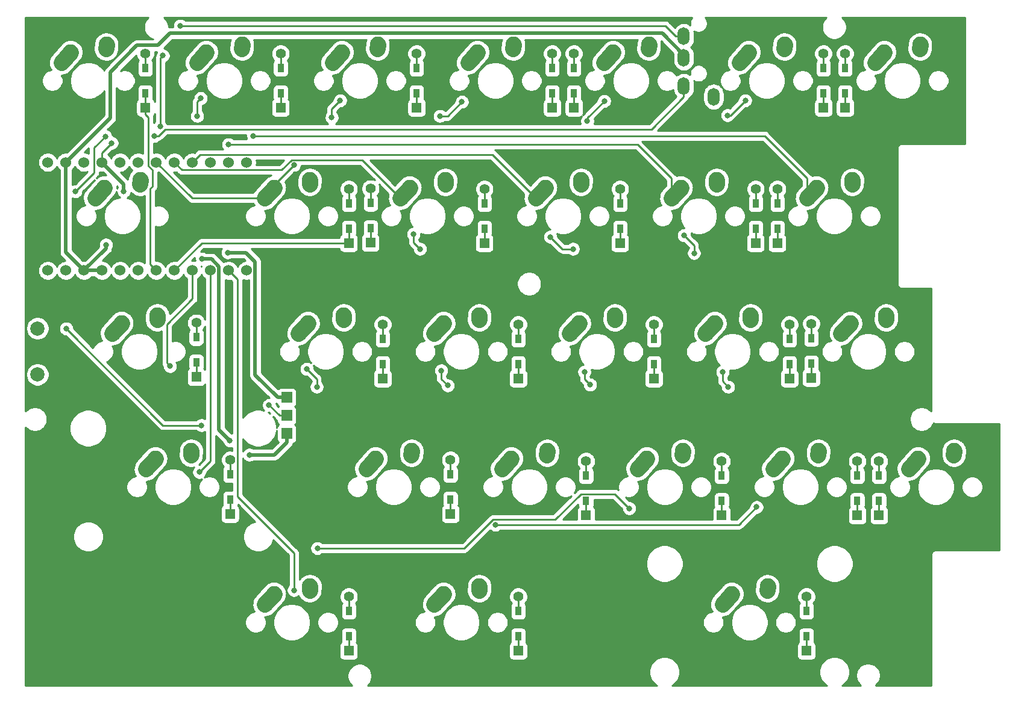
<source format=gbl>
G04 #@! TF.GenerationSoftware,KiCad,Pcbnew,(5.1.5-0-10_14)*
G04 #@! TF.CreationDate,2020-07-25T11:58:14+09:00*
G04 #@! TF.ProjectId,iroha60-left,69726f68-6136-4302-9d6c-6566742e6b69,rev?*
G04 #@! TF.SameCoordinates,Original*
G04 #@! TF.FileFunction,Copper,L2,Bot*
G04 #@! TF.FilePolarity,Positive*
%FSLAX46Y46*%
G04 Gerber Fmt 4.6, Leading zero omitted, Abs format (unit mm)*
G04 Created by KiCad (PCBNEW (5.1.5-0-10_14)) date 2020-07-25 11:58:14*
%MOMM*%
%LPD*%
G04 APERTURE LIST*
%ADD10C,1.397000*%
%ADD11R,1.397000X1.397000*%
%ADD12R,0.950000X1.300000*%
%ADD13O,1.700000X2.500000*%
%ADD14R,1.524000X1.524000*%
%ADD15C,2.250000*%
%ADD16C,2.250000*%
%ADD17C,2.000000*%
%ADD18C,1.524000*%
%ADD19C,0.800000*%
%ADD20C,0.250000*%
%ADD21C,0.500000*%
%ADD22C,0.254000*%
G04 APERTURE END LIST*
D10*
X37210000Y-24130000D03*
D11*
X37210000Y-31750000D03*
D12*
X37210000Y-29715000D03*
X37210000Y-26165000D03*
D10*
X56210000Y-24130000D03*
D11*
X56210000Y-31750000D03*
D12*
X56210000Y-29715000D03*
X56210000Y-26165000D03*
D10*
X75310000Y-24130000D03*
D11*
X75310000Y-31750000D03*
D12*
X75310000Y-29715000D03*
X75310000Y-26165000D03*
D10*
X94360000Y-24130000D03*
D11*
X94360000Y-31750000D03*
D12*
X94360000Y-29715000D03*
X94360000Y-26165000D03*
D10*
X97410000Y-24130000D03*
D11*
X97410000Y-31750000D03*
D12*
X97410000Y-29715000D03*
X97410000Y-26165000D03*
D10*
X132460000Y-24130000D03*
D11*
X132460000Y-31750000D03*
D12*
X132460000Y-29715000D03*
X132460000Y-26165000D03*
D10*
X135510000Y-24130000D03*
D11*
X135510000Y-31750000D03*
D12*
X135510000Y-29715000D03*
X135510000Y-26165000D03*
X65785000Y-45215000D03*
X65785000Y-48765000D03*
D11*
X65785000Y-50800000D03*
D10*
X65785000Y-43180000D03*
D12*
X68835000Y-45165000D03*
X68835000Y-48715000D03*
D11*
X68835000Y-50750000D03*
D10*
X68835000Y-43130000D03*
D12*
X84835000Y-45215000D03*
X84835000Y-48765000D03*
D11*
X84835000Y-50800000D03*
D10*
X84835000Y-43180000D03*
D12*
X103885000Y-45215000D03*
X103885000Y-48765000D03*
D11*
X103885000Y-50800000D03*
D10*
X103885000Y-43180000D03*
D12*
X122935000Y-45215000D03*
X122935000Y-48765000D03*
D11*
X122935000Y-50800000D03*
D10*
X122935000Y-43180000D03*
D12*
X125985000Y-45215000D03*
X125985000Y-48765000D03*
D11*
X125985000Y-50800000D03*
D10*
X125985000Y-43180000D03*
X44353750Y-62005000D03*
D11*
X44353750Y-69625000D03*
D12*
X44353750Y-67590000D03*
X44353750Y-64040000D03*
D10*
X70547500Y-62230000D03*
D11*
X70547500Y-69850000D03*
D12*
X70547500Y-67815000D03*
X70547500Y-64265000D03*
X89597500Y-64265000D03*
X89597500Y-67815000D03*
D11*
X89597500Y-69850000D03*
D10*
X89597500Y-62230000D03*
X108647500Y-62230000D03*
D11*
X108647500Y-69850000D03*
D12*
X108647500Y-67815000D03*
X108647500Y-64265000D03*
D10*
X127697500Y-62230000D03*
D11*
X127697500Y-69850000D03*
D12*
X127697500Y-67815000D03*
X127697500Y-64265000D03*
D10*
X130747500Y-62130000D03*
D11*
X130747500Y-69750000D03*
D12*
X130747500Y-67715000D03*
X130747500Y-64165000D03*
D10*
X49116250Y-81280000D03*
D11*
X49116250Y-88900000D03*
D12*
X49116250Y-86865000D03*
X49116250Y-83315000D03*
D10*
X80072500Y-81280000D03*
D11*
X80072500Y-88900000D03*
D12*
X80072500Y-86865000D03*
X80072500Y-83315000D03*
X99122500Y-83505000D03*
X99122500Y-87055000D03*
D11*
X99122500Y-89090000D03*
D10*
X99122500Y-81470000D03*
D12*
X118172500Y-83505000D03*
X118172500Y-87055000D03*
D11*
X118172500Y-89090000D03*
D10*
X118172500Y-81470000D03*
D12*
X137222500Y-83505000D03*
X137222500Y-87055000D03*
D11*
X137222500Y-89090000D03*
D10*
X137222500Y-81470000D03*
D12*
X140272500Y-83505000D03*
X140272500Y-87055000D03*
D11*
X140272500Y-89090000D03*
D10*
X140272500Y-81470000D03*
D12*
X65785000Y-102555000D03*
X65785000Y-106105000D03*
D11*
X65785000Y-108140000D03*
D10*
X65785000Y-100520000D03*
D12*
X89597500Y-102555000D03*
X89597500Y-106105000D03*
D11*
X89597500Y-108140000D03*
D10*
X89597500Y-100520000D03*
D12*
X130078750Y-102555000D03*
X130078750Y-106105000D03*
D11*
X130078750Y-108140000D03*
D10*
X130078750Y-100520000D03*
D13*
X117035000Y-30215000D03*
X112835000Y-28715000D03*
X112835000Y-24715000D03*
X112835000Y-21715000D03*
D14*
X57078750Y-72500000D03*
X57078750Y-75040000D03*
X57078750Y-77580000D03*
D15*
X26710000Y-23940000D03*
D16*
X25400000Y-25400000D02*
X26710002Y-23940000D01*
D15*
X31750000Y-22860000D03*
D16*
X31710000Y-23440000D02*
X31750000Y-22860000D01*
X50760000Y-23440000D02*
X50800000Y-22860000D01*
D15*
X50800000Y-22860000D03*
D16*
X44450000Y-25400000D02*
X45760002Y-23940000D01*
D15*
X45760000Y-23940000D03*
D16*
X69810000Y-23440000D02*
X69850000Y-22860000D01*
D15*
X69850000Y-22860000D03*
D16*
X63500000Y-25400000D02*
X64810002Y-23940000D01*
D15*
X64810000Y-23940000D03*
D16*
X88860000Y-23440000D02*
X88900000Y-22860000D01*
D15*
X88900000Y-22860000D03*
D16*
X82550000Y-25400000D02*
X83860002Y-23940000D01*
D15*
X83860000Y-23940000D03*
D16*
X107910000Y-23440000D02*
X107950000Y-22860000D01*
D15*
X107950000Y-22860000D03*
D16*
X101600000Y-25400000D02*
X102910002Y-23940000D01*
D15*
X102910000Y-23940000D03*
D16*
X126960000Y-23440000D02*
X127000000Y-22860000D01*
D15*
X127000000Y-22860000D03*
D16*
X120650000Y-25400000D02*
X121960002Y-23940000D01*
D15*
X121960000Y-23940000D03*
D16*
X146010000Y-23440000D02*
X146050000Y-22860000D01*
D15*
X146050000Y-22860000D03*
D16*
X139700000Y-25400000D02*
X141010002Y-23940000D01*
D15*
X141010000Y-23940000D03*
D16*
X36472500Y-42490000D02*
X36512500Y-41910000D01*
D15*
X36512500Y-41910000D03*
D16*
X30162500Y-44450000D02*
X31472502Y-42990000D01*
D15*
X31472500Y-42990000D03*
D16*
X60285000Y-42490000D02*
X60325000Y-41910000D01*
D15*
X60325000Y-41910000D03*
D16*
X53975000Y-44450000D02*
X55285002Y-42990000D01*
D15*
X55285000Y-42990000D03*
D16*
X79335000Y-42490000D02*
X79375000Y-41910000D01*
D15*
X79375000Y-41910000D03*
D16*
X73025000Y-44450000D02*
X74335002Y-42990000D01*
D15*
X74335000Y-42990000D03*
X93385000Y-42990000D03*
D16*
X92075000Y-44450000D02*
X93385002Y-42990000D01*
D15*
X98425000Y-41910000D03*
D16*
X98385000Y-42490000D02*
X98425000Y-41910000D01*
D15*
X112435000Y-42990000D03*
D16*
X111125000Y-44450000D02*
X112435002Y-42990000D01*
D15*
X117475000Y-41910000D03*
D16*
X117435000Y-42490000D02*
X117475000Y-41910000D01*
D15*
X131485000Y-42990000D03*
D16*
X130175000Y-44450000D02*
X131485002Y-42990000D01*
D15*
X136525000Y-41910000D03*
D16*
X136485000Y-42490000D02*
X136525000Y-41910000D01*
X38853750Y-61540000D02*
X38893750Y-60960000D01*
D15*
X38893750Y-60960000D03*
D16*
X32543750Y-63500000D02*
X33853752Y-62040000D01*
D15*
X33853750Y-62040000D03*
D16*
X65047500Y-61540000D02*
X65087500Y-60960000D01*
D15*
X65087500Y-60960000D03*
D16*
X58737500Y-63500000D02*
X60047502Y-62040000D01*
D15*
X60047500Y-62040000D03*
X79097500Y-62040000D03*
D16*
X77787500Y-63500000D02*
X79097502Y-62040000D01*
D15*
X84137500Y-60960000D03*
D16*
X84097500Y-61540000D02*
X84137500Y-60960000D01*
X103147500Y-61540000D02*
X103187500Y-60960000D01*
D15*
X103187500Y-60960000D03*
D16*
X96837500Y-63500000D02*
X98147502Y-62040000D01*
D15*
X98147500Y-62040000D03*
D16*
X122197500Y-61540000D02*
X122237500Y-60960000D01*
D15*
X122237500Y-60960000D03*
D16*
X115887500Y-63500000D02*
X117197502Y-62040000D01*
D15*
X117197500Y-62040000D03*
D16*
X141247500Y-61540000D02*
X141287500Y-60960000D01*
D15*
X141287500Y-60960000D03*
D16*
X134937500Y-63500000D02*
X136247502Y-62040000D01*
D15*
X136247500Y-62040000D03*
D16*
X43616250Y-80590000D02*
X43656250Y-80010000D01*
D15*
X43656250Y-80010000D03*
D16*
X37306250Y-82550000D02*
X38616252Y-81090000D01*
D15*
X38616250Y-81090000D03*
X69572500Y-81090000D03*
D16*
X68262500Y-82550000D02*
X69572502Y-81090000D01*
D15*
X74612500Y-80010000D03*
D16*
X74572500Y-80590000D02*
X74612500Y-80010000D01*
D15*
X88622500Y-81090000D03*
D16*
X87312500Y-82550000D02*
X88622502Y-81090000D01*
D15*
X93662500Y-80010000D03*
D16*
X93622500Y-80590000D02*
X93662500Y-80010000D01*
D15*
X107672500Y-81090000D03*
D16*
X106362500Y-82550000D02*
X107672502Y-81090000D01*
D15*
X112712500Y-80010000D03*
D16*
X112672500Y-80590000D02*
X112712500Y-80010000D01*
D15*
X126722500Y-81090000D03*
D16*
X125412500Y-82550000D02*
X126722502Y-81090000D01*
D15*
X131762500Y-80010000D03*
D16*
X131722500Y-80590000D02*
X131762500Y-80010000D01*
D15*
X145772500Y-81090000D03*
D16*
X144462500Y-82550000D02*
X145772502Y-81090000D01*
D15*
X150812500Y-80010000D03*
D16*
X150772500Y-80590000D02*
X150812500Y-80010000D01*
D15*
X55285000Y-100140000D03*
D16*
X53975000Y-101600000D02*
X55285002Y-100140000D01*
D15*
X60325000Y-99060000D03*
D16*
X60285000Y-99640000D02*
X60325000Y-99060000D01*
X124578750Y-99640000D02*
X124618750Y-99060000D01*
D15*
X124618750Y-99060000D03*
D16*
X118268750Y-101600000D02*
X119578752Y-100140000D01*
D15*
X119578750Y-100140000D03*
D17*
X22066250Y-62790000D03*
X22066250Y-69290000D03*
D18*
X23494500Y-39426400D03*
X26034500Y-39426400D03*
X28574500Y-39426400D03*
X31114500Y-39426400D03*
X33654500Y-39426400D03*
X36194500Y-39426400D03*
X38734500Y-39426400D03*
X41274500Y-39426400D03*
X43814500Y-39426400D03*
X46354500Y-39426400D03*
X48894500Y-39426400D03*
X51434500Y-39426400D03*
X51434500Y-54646400D03*
X48894500Y-54646400D03*
X46354500Y-54646400D03*
X43814500Y-54646400D03*
X41274500Y-54646400D03*
X38734500Y-54646400D03*
X36194500Y-54646400D03*
X33654500Y-54646400D03*
X31114500Y-54646400D03*
X28574500Y-54646400D03*
X26034500Y-54646400D03*
X23494500Y-54646400D03*
D16*
X84097500Y-99640000D02*
X84137500Y-99060000D01*
D15*
X84137500Y-99060000D03*
D16*
X77787500Y-101600000D02*
X79097502Y-100140000D01*
D15*
X79097500Y-100140000D03*
D19*
X40685000Y-68115000D03*
X44785000Y-83015000D03*
X58085000Y-99615000D03*
X45185000Y-53015000D03*
X31685000Y-51015000D03*
X49078750Y-78580000D03*
X51828750Y-80580000D03*
X38485000Y-35715000D03*
X32485000Y-36715000D03*
X48785000Y-52115000D03*
X34185000Y-43515000D03*
X26085000Y-62815000D03*
X45085000Y-76415000D03*
X54578750Y-73580000D03*
X42085000Y-20215000D03*
X39685000Y-24415000D03*
X39285000Y-34415000D03*
X31585000Y-35815000D03*
X27385000Y-43515000D03*
X44985000Y-30415000D03*
X44485000Y-32915000D03*
X64585000Y-30715000D03*
X63385000Y-33115000D03*
X58085000Y-39815000D03*
X59885000Y-68515000D03*
X61285000Y-71015000D03*
X81685000Y-30915000D03*
X78585000Y-32915000D03*
X74885000Y-49515000D03*
X75785000Y-51615000D03*
X78785000Y-68715000D03*
X79685000Y-70815000D03*
X101685000Y-30815000D03*
X99285000Y-33615000D03*
X94085000Y-49915000D03*
X97285000Y-51615000D03*
X98885000Y-68915000D03*
X99685000Y-70715000D03*
X105185000Y-88115000D03*
X61385000Y-93715000D03*
X121485000Y-30715000D03*
X118985000Y-32815000D03*
X112885000Y-49715000D03*
X114285000Y-52215000D03*
X118285000Y-68915000D03*
X119085000Y-71015000D03*
X123085000Y-87915000D03*
X86385000Y-90415000D03*
X48885000Y-36915000D03*
X52385000Y-35715000D03*
D20*
X37210000Y-26165000D02*
X37210000Y-24130000D01*
X135510000Y-29715000D02*
X135510000Y-31750000D01*
X132460000Y-29715000D02*
X132460000Y-31750000D01*
X97410000Y-29715000D02*
X97410000Y-31750000D01*
X94360000Y-29715000D02*
X94360000Y-31750000D01*
X75310000Y-29715000D02*
X75310000Y-31750000D01*
X56210000Y-29715000D02*
X56210000Y-31750000D01*
X37210000Y-29715000D02*
X37210000Y-31750000D01*
X37210000Y-32698500D02*
X37210000Y-31750000D01*
X37647499Y-33135999D02*
X37210000Y-32698500D01*
X38212739Y-40513401D02*
X37647499Y-39948161D01*
X38212739Y-42800117D02*
X38212739Y-40513401D01*
X37647499Y-39948161D02*
X37647499Y-33135999D01*
X37852499Y-43160357D02*
X38212739Y-42800117D01*
X37852499Y-53764399D02*
X37852499Y-43160357D01*
X38734500Y-54646400D02*
X37852499Y-53764399D01*
X56210000Y-26165000D02*
X56210000Y-24130000D01*
X75310000Y-26165000D02*
X75310000Y-24130000D01*
X94360000Y-26165000D02*
X94360000Y-24130000D01*
X97410000Y-26165000D02*
X97410000Y-24130000D01*
X132460000Y-26165000D02*
X132460000Y-24130000D01*
X135510000Y-26165000D02*
X135510000Y-24130000D01*
X65785000Y-48765000D02*
X65785000Y-50800000D01*
X68835000Y-48715000D02*
X68835000Y-50750000D01*
X84835000Y-48765000D02*
X84835000Y-50800000D01*
X103885000Y-48765000D02*
X103885000Y-50800000D01*
X122935000Y-48765000D02*
X122935000Y-50800000D01*
X125985000Y-48765000D02*
X125985000Y-50800000D01*
X45120900Y-50800000D02*
X41274500Y-54646400D01*
X65785000Y-50800000D02*
X45120900Y-50800000D01*
X65785000Y-45215000D02*
X65785000Y-43180000D01*
X68835000Y-45165000D02*
X68835000Y-43130000D01*
X84835000Y-45215000D02*
X84835000Y-43180000D01*
X103885000Y-45215000D02*
X103885000Y-43180000D01*
X122935000Y-45215000D02*
X122935000Y-43180000D01*
X125985000Y-45215000D02*
X125985000Y-43180000D01*
X44353750Y-64040000D02*
X44353750Y-62005000D01*
X130747500Y-67715000D02*
X130747500Y-69750000D01*
X127697500Y-67815000D02*
X127697500Y-69850000D01*
X108647500Y-67815000D02*
X108647500Y-69850000D01*
X89597500Y-67815000D02*
X89597500Y-69850000D01*
X70547500Y-67815000D02*
X70547500Y-69850000D01*
X44353750Y-67590000D02*
X44353750Y-69625000D01*
X43814500Y-55724030D02*
X43814500Y-54646400D01*
X43814500Y-58629606D02*
X43814500Y-55724030D01*
X40233749Y-62210357D02*
X43814500Y-58629606D01*
X40233749Y-67663749D02*
X40233749Y-62210357D01*
X40685000Y-68115000D02*
X40233749Y-67663749D01*
X70547500Y-64265000D02*
X70547500Y-62230000D01*
X89597500Y-64265000D02*
X89597500Y-62230000D01*
X108647500Y-64265000D02*
X108647500Y-62230000D01*
X127697500Y-64265000D02*
X127697500Y-62230000D01*
X130747500Y-64165000D02*
X130747500Y-62130000D01*
X49116250Y-83315000D02*
X49116250Y-81280000D01*
X49116250Y-86865000D02*
X49116250Y-88900000D01*
X80072500Y-86865000D02*
X80072500Y-88900000D01*
X99122500Y-87055000D02*
X99122500Y-89090000D01*
X118172500Y-87055000D02*
X118172500Y-89090000D01*
X137222500Y-87055000D02*
X137222500Y-89090000D01*
X140272500Y-87055000D02*
X140272500Y-89090000D01*
X46354500Y-81445500D02*
X44785000Y-83015000D01*
X46354500Y-54646400D02*
X46354500Y-81445500D01*
X80072500Y-83315000D02*
X80072500Y-81280000D01*
X99122500Y-83505000D02*
X99122500Y-81470000D01*
X118172500Y-83505000D02*
X118172500Y-81470000D01*
X137222500Y-83505000D02*
X137222500Y-81470000D01*
X140272500Y-83505000D02*
X140272500Y-81470000D01*
X130078750Y-106105000D02*
X130078750Y-108140000D01*
X89597500Y-106105000D02*
X89597500Y-108140000D01*
X65785000Y-106105000D02*
X65785000Y-108140000D01*
X58085000Y-94369228D02*
X58085000Y-99615000D01*
X50139751Y-86423979D02*
X58085000Y-94369228D01*
X50139751Y-55891651D02*
X50139751Y-86423979D01*
X48894500Y-54646400D02*
X50139751Y-55891651D01*
X65785000Y-102555000D02*
X65785000Y-100520000D01*
X89597500Y-102555000D02*
X89597500Y-100520000D01*
X130078750Y-102555000D02*
X130078750Y-100520000D01*
D21*
X26034500Y-52106400D02*
X28574500Y-54646400D01*
X26034500Y-39426400D02*
X26034500Y-52106400D01*
X28574500Y-54646400D02*
X31114500Y-54646400D01*
X31685000Y-51535900D02*
X28574500Y-54646400D01*
X31685000Y-51015000D02*
X31685000Y-51535900D01*
X46516862Y-53015000D02*
X45185000Y-53015000D01*
X47566501Y-54064639D02*
X46516862Y-53015000D01*
X32285000Y-33175900D02*
X26796499Y-38664401D01*
X32285000Y-26715000D02*
X32285000Y-33175900D01*
X38955721Y-22981499D02*
X36018501Y-22981499D01*
X40652221Y-21284999D02*
X38955721Y-22981499D01*
X109804999Y-21284999D02*
X40652221Y-21284999D01*
X36018501Y-22981499D02*
X32285000Y-26715000D01*
X112835000Y-24315000D02*
X109804999Y-21284999D01*
X26796499Y-38664401D02*
X26034500Y-39426400D01*
X112835000Y-24715000D02*
X112835000Y-24315000D01*
X47566501Y-77067751D02*
X49078750Y-78580000D01*
X47566501Y-54064639D02*
X47566501Y-77067751D01*
X57078750Y-78842000D02*
X57078750Y-77580000D01*
X55340750Y-80580000D02*
X57078750Y-78842000D01*
X51828750Y-80580000D02*
X55340750Y-80580000D01*
D20*
X39058002Y-35715000D02*
X38485000Y-35715000D01*
X40010001Y-34763001D02*
X39058002Y-35715000D01*
X112835000Y-28715000D02*
X112835000Y-30215000D01*
X112835000Y-30215000D02*
X108286999Y-34763001D01*
X108286999Y-34763001D02*
X40010001Y-34763001D01*
X31114500Y-38085500D02*
X31114500Y-39426400D01*
X32485000Y-36715000D02*
X31114500Y-38085500D01*
D21*
X34185000Y-42496900D02*
X31114500Y-39426400D01*
X34185000Y-43515000D02*
X34185000Y-42496900D01*
X55816750Y-72500000D02*
X57078750Y-72500000D01*
X52646501Y-69329751D02*
X55816750Y-72500000D01*
X52646501Y-53397751D02*
X52646501Y-69329751D01*
X51363750Y-52115000D02*
X52646501Y-53397751D01*
X48785000Y-52115000D02*
X51363750Y-52115000D01*
D20*
X39685000Y-76415000D02*
X45085000Y-76415000D01*
X26085000Y-62815000D02*
X39685000Y-76415000D01*
X56038750Y-75040000D02*
X57078750Y-75040000D01*
X54578750Y-73580000D02*
X56038750Y-75040000D01*
X110235000Y-20215000D02*
X42085000Y-20215000D01*
X111735000Y-21715000D02*
X110235000Y-20215000D01*
X112835000Y-21715000D02*
X111735000Y-21715000D01*
X39285000Y-24815000D02*
X39285000Y-34415000D01*
X39685000Y-24415000D02*
X39285000Y-24815000D01*
X30027499Y-40872501D02*
X27385000Y-43515000D01*
X30027499Y-37372501D02*
X30027499Y-40872501D01*
X31585000Y-35815000D02*
X30027499Y-37372501D01*
X44485000Y-30915000D02*
X44485000Y-32915000D01*
X44985000Y-30415000D02*
X44485000Y-30915000D01*
X63385000Y-31915000D02*
X63385000Y-33115000D01*
X64585000Y-30715000D02*
X63385000Y-31915000D01*
X53975000Y-43925000D02*
X53975000Y-44450000D01*
X58085000Y-39815000D02*
X53975000Y-43925000D01*
X61285000Y-69915000D02*
X61285000Y-71015000D01*
X59885000Y-68515000D02*
X61285000Y-69915000D01*
X43758100Y-44450000D02*
X38734500Y-39426400D01*
X53975000Y-44450000D02*
X43758100Y-44450000D01*
X79685000Y-32915000D02*
X78585000Y-32915000D01*
X81685000Y-30915000D02*
X79685000Y-32915000D01*
X74885000Y-50715000D02*
X75785000Y-51615000D01*
X74885000Y-49515000D02*
X74885000Y-50715000D01*
X78785000Y-69915000D02*
X79685000Y-70815000D01*
X78785000Y-68715000D02*
X78785000Y-69915000D01*
X57736999Y-39089999D02*
X67664999Y-39089999D01*
X56313597Y-40513401D02*
X57736999Y-39089999D01*
X42361501Y-40513401D02*
X56313597Y-40513401D01*
X67664999Y-39089999D02*
X73025000Y-44450000D01*
X41274500Y-39426400D02*
X42361501Y-40513401D01*
X99285000Y-33215000D02*
X99285000Y-33615000D01*
X101685000Y-30815000D02*
X99285000Y-33215000D01*
X95785000Y-51615000D02*
X97285000Y-51615000D01*
X94085000Y-49915000D02*
X95785000Y-51615000D01*
X98885000Y-69915000D02*
X99685000Y-70715000D01*
X98885000Y-68915000D02*
X98885000Y-69915000D01*
X82011998Y-93715000D02*
X61385000Y-93715000D01*
X105185000Y-88115000D02*
X103149999Y-86079999D01*
X103149999Y-86079999D02*
X98387499Y-86079999D01*
X86036999Y-89689999D02*
X82011998Y-93715000D01*
X94777499Y-89689999D02*
X86036999Y-89689999D01*
X98387499Y-86079999D02*
X94777499Y-89689999D01*
X85964399Y-38339399D02*
X92075000Y-44450000D01*
X44901501Y-38339399D02*
X85964399Y-38339399D01*
X43814500Y-39426400D02*
X44901501Y-38339399D01*
X119385000Y-32815000D02*
X118985000Y-32815000D01*
X121485000Y-30715000D02*
X119385000Y-32815000D01*
X114285000Y-51115000D02*
X114285000Y-52215000D01*
X112885000Y-49715000D02*
X114285000Y-51115000D01*
X118285000Y-70215000D02*
X119085000Y-71015000D01*
X118285000Y-68915000D02*
X118285000Y-70215000D01*
X120585000Y-90415000D02*
X86385000Y-90415000D01*
X123085000Y-87915000D02*
X120585000Y-90415000D01*
X111125000Y-41680000D02*
X111125000Y-44450000D01*
X106360000Y-36915000D02*
X111125000Y-41680000D01*
X48885000Y-36915000D02*
X106360000Y-36915000D01*
X130175000Y-41680000D02*
X130175000Y-44450000D01*
X124210000Y-35715000D02*
X130175000Y-41680000D01*
X52385000Y-35715000D02*
X124210000Y-35715000D01*
D22*
G36*
X37387337Y-19309002D02*
G01*
X37197463Y-19593169D01*
X37066675Y-19908919D01*
X37000000Y-20244117D01*
X37000000Y-20585883D01*
X37066675Y-20921081D01*
X37197463Y-21236831D01*
X37387337Y-21520998D01*
X37629002Y-21762663D01*
X37913169Y-21952537D01*
X38228919Y-22083325D01*
X38295149Y-22096499D01*
X36061970Y-22096499D01*
X36018501Y-22092218D01*
X35975032Y-22096499D01*
X35975024Y-22096499D01*
X35845011Y-22109304D01*
X35678188Y-22159910D01*
X35623111Y-22189349D01*
X35524442Y-22242088D01*
X35423454Y-22324967D01*
X35423452Y-22324969D01*
X35389684Y-22352682D01*
X35361971Y-22386450D01*
X31689956Y-26058466D01*
X31656183Y-26086183D01*
X31545589Y-26220942D01*
X31463411Y-26374688D01*
X31420457Y-26516287D01*
X31252000Y-26264174D01*
X30885826Y-25898000D01*
X30455251Y-25610299D01*
X29976822Y-25412127D01*
X29468924Y-25311100D01*
X28951076Y-25311100D01*
X28443178Y-25412127D01*
X27964749Y-25610299D01*
X27534174Y-25898000D01*
X27168000Y-26264174D01*
X26880299Y-26694749D01*
X26682127Y-27173178D01*
X26581100Y-27681076D01*
X26581100Y-28198924D01*
X26682127Y-28706822D01*
X26880299Y-29185251D01*
X27168000Y-29615826D01*
X27534174Y-29982000D01*
X27964749Y-30269701D01*
X28443178Y-30467873D01*
X28951076Y-30568900D01*
X29468924Y-30568900D01*
X29976822Y-30467873D01*
X30455251Y-30269701D01*
X30885826Y-29982000D01*
X31252000Y-29615826D01*
X31400000Y-29394328D01*
X31400001Y-32809320D01*
X26201458Y-38007864D01*
X26201452Y-38007869D01*
X26178622Y-38030699D01*
X26172092Y-38029400D01*
X25896908Y-38029400D01*
X25627010Y-38083086D01*
X25372773Y-38188395D01*
X25143965Y-38341280D01*
X24949380Y-38535865D01*
X24796495Y-38764673D01*
X24764500Y-38841915D01*
X24732505Y-38764673D01*
X24579620Y-38535865D01*
X24385035Y-38341280D01*
X24156227Y-38188395D01*
X23901990Y-38083086D01*
X23632092Y-38029400D01*
X23356908Y-38029400D01*
X23087010Y-38083086D01*
X22832773Y-38188395D01*
X22603965Y-38341280D01*
X22409380Y-38535865D01*
X22256495Y-38764673D01*
X22151186Y-39018910D01*
X22097500Y-39288808D01*
X22097500Y-39563992D01*
X22151186Y-39833890D01*
X22256495Y-40088127D01*
X22409380Y-40316935D01*
X22603965Y-40511520D01*
X22832773Y-40664405D01*
X23087010Y-40769714D01*
X23356908Y-40823400D01*
X23632092Y-40823400D01*
X23901990Y-40769714D01*
X24156227Y-40664405D01*
X24385035Y-40511520D01*
X24579620Y-40316935D01*
X24732505Y-40088127D01*
X24764500Y-40010885D01*
X24796495Y-40088127D01*
X24949380Y-40316935D01*
X25143965Y-40511520D01*
X25149500Y-40515218D01*
X25149501Y-52062921D01*
X25145219Y-52106400D01*
X25162305Y-52279890D01*
X25212912Y-52446713D01*
X25295090Y-52600459D01*
X25377968Y-52701446D01*
X25377971Y-52701449D01*
X25405684Y-52735217D01*
X25439451Y-52762929D01*
X25925922Y-53249400D01*
X25896908Y-53249400D01*
X25627010Y-53303086D01*
X25372773Y-53408395D01*
X25143965Y-53561280D01*
X24949380Y-53755865D01*
X24796495Y-53984673D01*
X24764500Y-54061915D01*
X24732505Y-53984673D01*
X24579620Y-53755865D01*
X24385035Y-53561280D01*
X24156227Y-53408395D01*
X23901990Y-53303086D01*
X23632092Y-53249400D01*
X23356908Y-53249400D01*
X23087010Y-53303086D01*
X22832773Y-53408395D01*
X22603965Y-53561280D01*
X22409380Y-53755865D01*
X22256495Y-53984673D01*
X22151186Y-54238910D01*
X22097500Y-54508808D01*
X22097500Y-54783992D01*
X22151186Y-55053890D01*
X22256495Y-55308127D01*
X22409380Y-55536935D01*
X22603965Y-55731520D01*
X22832773Y-55884405D01*
X23087010Y-55989714D01*
X23356908Y-56043400D01*
X23632092Y-56043400D01*
X23901990Y-55989714D01*
X24156227Y-55884405D01*
X24385035Y-55731520D01*
X24579620Y-55536935D01*
X24732505Y-55308127D01*
X24764500Y-55230885D01*
X24796495Y-55308127D01*
X24949380Y-55536935D01*
X25143965Y-55731520D01*
X25372773Y-55884405D01*
X25627010Y-55989714D01*
X25896908Y-56043400D01*
X26172092Y-56043400D01*
X26441990Y-55989714D01*
X26696227Y-55884405D01*
X26925035Y-55731520D01*
X27119620Y-55536935D01*
X27272505Y-55308127D01*
X27304500Y-55230885D01*
X27336495Y-55308127D01*
X27489380Y-55536935D01*
X27683965Y-55731520D01*
X27912773Y-55884405D01*
X28167010Y-55989714D01*
X28436908Y-56043400D01*
X28712092Y-56043400D01*
X28981990Y-55989714D01*
X29236227Y-55884405D01*
X29465035Y-55731520D01*
X29659620Y-55536935D01*
X29663318Y-55531400D01*
X30025682Y-55531400D01*
X30029380Y-55536935D01*
X30223965Y-55731520D01*
X30452773Y-55884405D01*
X30707010Y-55989714D01*
X30976908Y-56043400D01*
X31252092Y-56043400D01*
X31521990Y-55989714D01*
X31776227Y-55884405D01*
X32005035Y-55731520D01*
X32199620Y-55536935D01*
X32352505Y-55308127D01*
X32384500Y-55230885D01*
X32416495Y-55308127D01*
X32569380Y-55536935D01*
X32763965Y-55731520D01*
X32992773Y-55884405D01*
X33247010Y-55989714D01*
X33516908Y-56043400D01*
X33792092Y-56043400D01*
X34061990Y-55989714D01*
X34316227Y-55884405D01*
X34545035Y-55731520D01*
X34739620Y-55536935D01*
X34892505Y-55308127D01*
X34924500Y-55230885D01*
X34956495Y-55308127D01*
X35109380Y-55536935D01*
X35303965Y-55731520D01*
X35532773Y-55884405D01*
X35787010Y-55989714D01*
X36056908Y-56043400D01*
X36332092Y-56043400D01*
X36601990Y-55989714D01*
X36856227Y-55884405D01*
X37085035Y-55731520D01*
X37279620Y-55536935D01*
X37432505Y-55308127D01*
X37464500Y-55230885D01*
X37496495Y-55308127D01*
X37649380Y-55536935D01*
X37843965Y-55731520D01*
X38072773Y-55884405D01*
X38327010Y-55989714D01*
X38596908Y-56043400D01*
X38872092Y-56043400D01*
X39141990Y-55989714D01*
X39396227Y-55884405D01*
X39625035Y-55731520D01*
X39819620Y-55536935D01*
X39972505Y-55308127D01*
X40004500Y-55230885D01*
X40036495Y-55308127D01*
X40189380Y-55536935D01*
X40383965Y-55731520D01*
X40612773Y-55884405D01*
X40867010Y-55989714D01*
X41136908Y-56043400D01*
X41412092Y-56043400D01*
X41681990Y-55989714D01*
X41936227Y-55884405D01*
X42165035Y-55731520D01*
X42359620Y-55536935D01*
X42512505Y-55308127D01*
X42544500Y-55230885D01*
X42576495Y-55308127D01*
X42729380Y-55536935D01*
X42923965Y-55731520D01*
X43054501Y-55818742D01*
X43054500Y-58314804D01*
X40645344Y-60723961D01*
X40614909Y-60591387D01*
X40586114Y-60446627D01*
X40576157Y-60422588D01*
X40570337Y-60397238D01*
X40509927Y-60262694D01*
X40453442Y-60126327D01*
X40438980Y-60104683D01*
X40428331Y-60080966D01*
X40342846Y-59960809D01*
X40260831Y-59838065D01*
X40242428Y-59819662D01*
X40227354Y-59798474D01*
X40120061Y-59697295D01*
X40015685Y-59592919D01*
X39994044Y-59578459D01*
X39975126Y-59560619D01*
X39850157Y-59482316D01*
X39727423Y-59400308D01*
X39703378Y-59390348D01*
X39681342Y-59376541D01*
X39543490Y-59324121D01*
X39407123Y-59267636D01*
X39381596Y-59262558D01*
X39357291Y-59253316D01*
X39211858Y-59228795D01*
X39067095Y-59200000D01*
X39041073Y-59200000D01*
X39015427Y-59195676D01*
X38867987Y-59200000D01*
X38720405Y-59200000D01*
X38694883Y-59205077D01*
X38668888Y-59205839D01*
X38525125Y-59238844D01*
X38380377Y-59267636D01*
X38356337Y-59277594D01*
X38330989Y-59283413D01*
X38196439Y-59343825D01*
X38060077Y-59400308D01*
X38038437Y-59414767D01*
X38014716Y-59425418D01*
X37894546Y-59510913D01*
X37771815Y-59592919D01*
X37753412Y-59611322D01*
X37732224Y-59626396D01*
X37631038Y-59733696D01*
X37526669Y-59838065D01*
X37512211Y-59859703D01*
X37494369Y-59878623D01*
X37416060Y-60003602D01*
X37334058Y-60126327D01*
X37324098Y-60150372D01*
X37310291Y-60172408D01*
X37257869Y-60310264D01*
X37201386Y-60446627D01*
X37196309Y-60472152D01*
X37187066Y-60496458D01*
X37162544Y-60641898D01*
X37133750Y-60786655D01*
X37133750Y-60899386D01*
X37091973Y-61505157D01*
X37099590Y-61764862D01*
X37177163Y-62102761D01*
X37319169Y-62419034D01*
X37520146Y-62701526D01*
X37772374Y-62939381D01*
X38066158Y-63123459D01*
X38390209Y-63246684D01*
X38732073Y-63304324D01*
X39078612Y-63294160D01*
X39416511Y-63216587D01*
X39473750Y-63190887D01*
X39473749Y-67626426D01*
X39470073Y-67663749D01*
X39473749Y-67701071D01*
X39473749Y-67701081D01*
X39484746Y-67812734D01*
X39517216Y-67919774D01*
X39528203Y-67955995D01*
X39598775Y-68088025D01*
X39638620Y-68136575D01*
X39650000Y-68150442D01*
X39650000Y-68216939D01*
X39689774Y-68416898D01*
X39767795Y-68605256D01*
X39881063Y-68774774D01*
X40025226Y-68918937D01*
X40194744Y-69032205D01*
X40383102Y-69110226D01*
X40583061Y-69150000D01*
X40786939Y-69150000D01*
X40986898Y-69110226D01*
X41175256Y-69032205D01*
X41344774Y-68918937D01*
X41488937Y-68774774D01*
X41602205Y-68605256D01*
X41680226Y-68416898D01*
X41720000Y-68216939D01*
X41720000Y-68013061D01*
X41680226Y-67813102D01*
X41602205Y-67624744D01*
X41552263Y-67550000D01*
X41582472Y-67550000D01*
X41874201Y-67491971D01*
X42149003Y-67378144D01*
X42396319Y-67212893D01*
X42606643Y-67002569D01*
X42771894Y-66755253D01*
X42885721Y-66480451D01*
X42943750Y-66188722D01*
X42943750Y-65891278D01*
X42885721Y-65599549D01*
X42771894Y-65324747D01*
X42606643Y-65077431D01*
X42396319Y-64867107D01*
X42149003Y-64701856D01*
X41874201Y-64588029D01*
X41582472Y-64530000D01*
X41285028Y-64530000D01*
X40993749Y-64587939D01*
X40993749Y-62525158D01*
X44325504Y-59193404D01*
X44354501Y-59169607D01*
X44449474Y-59053882D01*
X44520046Y-58921853D01*
X44563503Y-58778592D01*
X44574500Y-58666939D01*
X44574500Y-58666938D01*
X44578177Y-58629606D01*
X44574500Y-58592273D01*
X44574500Y-55818741D01*
X44705035Y-55731520D01*
X44899620Y-55536935D01*
X45052505Y-55308127D01*
X45084500Y-55230885D01*
X45116495Y-55308127D01*
X45269380Y-55536935D01*
X45463965Y-55731520D01*
X45594500Y-55818741D01*
X45594500Y-61515833D01*
X45535482Y-61373351D01*
X45389547Y-61154943D01*
X45203807Y-60969203D01*
X44985399Y-60823268D01*
X44742718Y-60722746D01*
X44485088Y-60671500D01*
X44222412Y-60671500D01*
X43964782Y-60722746D01*
X43722101Y-60823268D01*
X43503693Y-60969203D01*
X43317953Y-61154943D01*
X43172018Y-61373351D01*
X43071496Y-61616032D01*
X43020250Y-61873662D01*
X43020250Y-62136338D01*
X43071496Y-62393968D01*
X43172018Y-62636649D01*
X43317953Y-62855057D01*
X43415911Y-62953015D01*
X43348213Y-63035506D01*
X43289248Y-63145820D01*
X43252938Y-63265518D01*
X43240678Y-63390000D01*
X43240678Y-64690000D01*
X43252938Y-64814482D01*
X43289248Y-64934180D01*
X43348213Y-65044494D01*
X43427565Y-65141185D01*
X43524256Y-65220537D01*
X43634570Y-65279502D01*
X43754268Y-65315812D01*
X43878750Y-65328072D01*
X44828750Y-65328072D01*
X44953232Y-65315812D01*
X45072930Y-65279502D01*
X45183244Y-65220537D01*
X45279935Y-65141185D01*
X45359287Y-65044494D01*
X45418252Y-64934180D01*
X45454562Y-64814482D01*
X45466822Y-64690000D01*
X45466822Y-63390000D01*
X45454562Y-63265518D01*
X45418252Y-63145820D01*
X45359287Y-63035506D01*
X45291589Y-62953015D01*
X45389547Y-62855057D01*
X45535482Y-62636649D01*
X45594500Y-62494167D01*
X45594501Y-68593920D01*
X45582787Y-68572006D01*
X45503435Y-68475315D01*
X45437384Y-68421109D01*
X45454562Y-68364482D01*
X45466822Y-68240000D01*
X45466822Y-66940000D01*
X45454562Y-66815518D01*
X45418252Y-66695820D01*
X45359287Y-66585506D01*
X45279935Y-66488815D01*
X45183244Y-66409463D01*
X45072930Y-66350498D01*
X44953232Y-66314188D01*
X44828750Y-66301928D01*
X43878750Y-66301928D01*
X43754268Y-66314188D01*
X43634570Y-66350498D01*
X43524256Y-66409463D01*
X43427565Y-66488815D01*
X43348213Y-66585506D01*
X43289248Y-66695820D01*
X43252938Y-66815518D01*
X43240678Y-66940000D01*
X43240678Y-68240000D01*
X43252938Y-68364482D01*
X43270116Y-68421109D01*
X43204065Y-68475315D01*
X43124713Y-68572006D01*
X43065748Y-68682320D01*
X43029438Y-68802018D01*
X43017178Y-68926500D01*
X43017178Y-70323500D01*
X43029438Y-70447982D01*
X43065748Y-70567680D01*
X43124713Y-70677994D01*
X43204065Y-70774685D01*
X43300756Y-70854037D01*
X43411070Y-70913002D01*
X43530768Y-70949312D01*
X43655250Y-70961572D01*
X45052250Y-70961572D01*
X45176732Y-70949312D01*
X45296430Y-70913002D01*
X45406744Y-70854037D01*
X45503435Y-70774685D01*
X45582787Y-70677994D01*
X45594501Y-70656080D01*
X45594501Y-75510654D01*
X45575256Y-75497795D01*
X45386898Y-75419774D01*
X45186939Y-75380000D01*
X44983061Y-75380000D01*
X44783102Y-75419774D01*
X44594744Y-75497795D01*
X44425226Y-75611063D01*
X44381289Y-75655000D01*
X39999803Y-75655000D01*
X31800872Y-67456070D01*
X31989003Y-67378144D01*
X32236319Y-67212893D01*
X32446643Y-67002569D01*
X32611894Y-66755253D01*
X32725721Y-66480451D01*
X32783750Y-66188722D01*
X32783750Y-65891278D01*
X32761830Y-65781076D01*
X33724850Y-65781076D01*
X33724850Y-66298924D01*
X33825877Y-66806822D01*
X34024049Y-67285251D01*
X34311750Y-67715826D01*
X34677924Y-68082000D01*
X35108499Y-68369701D01*
X35586928Y-68567873D01*
X36094826Y-68668900D01*
X36612674Y-68668900D01*
X37120572Y-68567873D01*
X37599001Y-68369701D01*
X38029576Y-68082000D01*
X38395750Y-67715826D01*
X38683451Y-67285251D01*
X38881623Y-66806822D01*
X38982650Y-66298924D01*
X38982650Y-65781076D01*
X38881623Y-65273178D01*
X38683451Y-64794749D01*
X38395750Y-64364174D01*
X38029576Y-63998000D01*
X37599001Y-63710299D01*
X37120572Y-63512127D01*
X36612674Y-63411100D01*
X36094826Y-63411100D01*
X35586928Y-63512127D01*
X35108499Y-63710299D01*
X34677924Y-63998000D01*
X34311750Y-64364174D01*
X34024049Y-64794749D01*
X33825877Y-65273178D01*
X33724850Y-65781076D01*
X32761830Y-65781076D01*
X32725721Y-65599549D01*
X32611894Y-65324747D01*
X32570564Y-65262892D01*
X32639376Y-65265927D01*
X32982054Y-65213339D01*
X33307889Y-65094909D01*
X33604357Y-64915187D01*
X33795993Y-64739742D01*
X35131950Y-63250816D01*
X35220831Y-63161935D01*
X35295577Y-63050070D01*
X35375194Y-62941587D01*
X35391729Y-62906169D01*
X35413442Y-62873673D01*
X35464925Y-62749382D01*
X35521851Y-62627445D01*
X35531160Y-62589476D01*
X35546114Y-62553373D01*
X35572360Y-62421426D01*
X35604403Y-62290727D01*
X35606125Y-62251677D01*
X35613750Y-62213345D01*
X35613750Y-62078802D01*
X35619679Y-61944374D01*
X35613750Y-61905739D01*
X35613750Y-61866655D01*
X35587501Y-61734691D01*
X35567091Y-61601696D01*
X35553739Y-61564961D01*
X35546114Y-61526627D01*
X35494624Y-61402320D01*
X35448661Y-61275861D01*
X35428400Y-61242438D01*
X35413442Y-61206327D01*
X35338685Y-61094446D01*
X35268939Y-60979393D01*
X35242548Y-60950566D01*
X35220831Y-60918065D01*
X35125684Y-60822918D01*
X35034833Y-60723683D01*
X35003325Y-60700559D01*
X34975685Y-60672919D01*
X34863800Y-60598159D01*
X34755338Y-60518558D01*
X34719926Y-60502026D01*
X34687423Y-60480308D01*
X34563103Y-60428813D01*
X34441196Y-60371901D01*
X34403236Y-60362595D01*
X34367123Y-60347636D01*
X34235138Y-60321382D01*
X34104478Y-60289349D01*
X34065439Y-60287627D01*
X34027095Y-60280000D01*
X33892508Y-60280000D01*
X33758125Y-60274073D01*
X33719503Y-60280000D01*
X33680405Y-60280000D01*
X33548394Y-60306259D01*
X33415447Y-60326661D01*
X33378726Y-60340008D01*
X33340377Y-60347636D01*
X33216019Y-60399147D01*
X33089613Y-60445091D01*
X33056204Y-60465344D01*
X33020077Y-60480308D01*
X32908150Y-60555095D01*
X32793144Y-60624813D01*
X32764328Y-60651195D01*
X32731815Y-60672919D01*
X32636637Y-60768097D01*
X32601508Y-60800258D01*
X32575587Y-60829147D01*
X32486669Y-60918065D01*
X32460023Y-60957943D01*
X31176034Y-62388953D01*
X31022308Y-62598414D01*
X30875651Y-62912556D01*
X30793099Y-63249274D01*
X30777823Y-63595626D01*
X30830411Y-63938304D01*
X30948841Y-64264139D01*
X31111625Y-64532666D01*
X30833299Y-64588029D01*
X30558497Y-64701856D01*
X30311181Y-64867107D01*
X30100857Y-65077431D01*
X29935606Y-65324747D01*
X29857679Y-65512878D01*
X27120000Y-62775199D01*
X27120000Y-62713061D01*
X27080226Y-62513102D01*
X27002205Y-62324744D01*
X26888937Y-62155226D01*
X26744774Y-62011063D01*
X26575256Y-61897795D01*
X26386898Y-61819774D01*
X26186939Y-61780000D01*
X25983061Y-61780000D01*
X25783102Y-61819774D01*
X25594744Y-61897795D01*
X25425226Y-62011063D01*
X25281063Y-62155226D01*
X25167795Y-62324744D01*
X25089774Y-62513102D01*
X25050000Y-62713061D01*
X25050000Y-62916939D01*
X25089774Y-63116898D01*
X25167795Y-63305256D01*
X25281063Y-63474774D01*
X25425226Y-63618937D01*
X25594744Y-63732205D01*
X25783102Y-63810226D01*
X25983061Y-63850000D01*
X26045199Y-63850000D01*
X39121205Y-76926008D01*
X39144999Y-76955001D01*
X39173992Y-76978795D01*
X39173996Y-76978799D01*
X39244685Y-77036811D01*
X39260724Y-77049974D01*
X39392753Y-77120546D01*
X39536014Y-77164003D01*
X39647667Y-77175000D01*
X39647676Y-77175000D01*
X39684999Y-77178676D01*
X39722322Y-77175000D01*
X44381289Y-77175000D01*
X44425226Y-77218937D01*
X44594744Y-77332205D01*
X44783102Y-77410226D01*
X44983061Y-77450000D01*
X45186939Y-77450000D01*
X45386898Y-77410226D01*
X45575256Y-77332205D01*
X45594501Y-77319346D01*
X45594501Y-81130697D01*
X44745199Y-81980000D01*
X44698506Y-81980000D01*
X44777776Y-81923604D01*
X45015631Y-81671376D01*
X45199709Y-81377592D01*
X45322934Y-81053541D01*
X45366131Y-80797339D01*
X45404349Y-80243175D01*
X45416250Y-80183345D01*
X45416250Y-80070611D01*
X45418027Y-80044844D01*
X45416250Y-79984256D01*
X45416250Y-79836655D01*
X45411172Y-79811128D01*
X45410410Y-79785137D01*
X45377409Y-79641387D01*
X45348614Y-79496627D01*
X45338657Y-79472588D01*
X45332837Y-79447238D01*
X45272427Y-79312694D01*
X45215942Y-79176327D01*
X45201480Y-79154683D01*
X45190831Y-79130966D01*
X45105346Y-79010809D01*
X45023331Y-78888065D01*
X45004928Y-78869662D01*
X44989854Y-78848474D01*
X44882561Y-78747295D01*
X44778185Y-78642919D01*
X44756544Y-78628459D01*
X44737626Y-78610619D01*
X44612657Y-78532316D01*
X44489923Y-78450308D01*
X44465878Y-78440348D01*
X44443842Y-78426541D01*
X44305990Y-78374121D01*
X44169623Y-78317636D01*
X44144096Y-78312558D01*
X44119791Y-78303316D01*
X43974358Y-78278795D01*
X43829595Y-78250000D01*
X43803573Y-78250000D01*
X43777927Y-78245676D01*
X43630487Y-78250000D01*
X43482905Y-78250000D01*
X43457383Y-78255077D01*
X43431388Y-78255839D01*
X43287625Y-78288844D01*
X43142877Y-78317636D01*
X43118837Y-78327594D01*
X43093489Y-78333413D01*
X42958939Y-78393825D01*
X42822577Y-78450308D01*
X42800937Y-78464767D01*
X42777216Y-78475418D01*
X42657046Y-78560913D01*
X42534315Y-78642919D01*
X42515912Y-78661322D01*
X42494724Y-78676396D01*
X42393538Y-78783696D01*
X42289169Y-78888065D01*
X42274711Y-78909703D01*
X42256869Y-78928623D01*
X42178560Y-79053602D01*
X42096558Y-79176327D01*
X42086598Y-79200372D01*
X42072791Y-79222408D01*
X42020369Y-79360264D01*
X41963886Y-79496627D01*
X41958809Y-79522152D01*
X41949566Y-79546458D01*
X41925044Y-79691898D01*
X41896250Y-79836655D01*
X41896250Y-79949386D01*
X41854473Y-80555157D01*
X41862090Y-80814862D01*
X41939663Y-81152761D01*
X42081669Y-81469034D01*
X42282646Y-81751526D01*
X42534874Y-81989381D01*
X42828658Y-82173459D01*
X43152709Y-82296684D01*
X43494573Y-82354324D01*
X43841112Y-82344160D01*
X44037130Y-82299159D01*
X43981063Y-82355226D01*
X43867795Y-82524744D01*
X43789774Y-82713102D01*
X43750000Y-82913061D01*
X43750000Y-83116939D01*
X43789774Y-83316898D01*
X43867795Y-83505256D01*
X43981063Y-83674774D01*
X44125226Y-83818937D01*
X44294744Y-83932205D01*
X44483102Y-84010226D01*
X44683061Y-84050000D01*
X44886939Y-84050000D01*
X45086898Y-84010226D01*
X45178509Y-83972279D01*
X45023357Y-84127431D01*
X44858106Y-84374747D01*
X44744279Y-84649549D01*
X44686250Y-84941278D01*
X44686250Y-85238722D01*
X44744279Y-85530451D01*
X44858106Y-85805253D01*
X45023357Y-86052569D01*
X45233681Y-86262893D01*
X45480997Y-86428144D01*
X45755799Y-86541971D01*
X46047528Y-86600000D01*
X46344972Y-86600000D01*
X46636701Y-86541971D01*
X46911503Y-86428144D01*
X47158819Y-86262893D01*
X47369143Y-86052569D01*
X47534394Y-85805253D01*
X47648221Y-85530451D01*
X47706250Y-85238722D01*
X47706250Y-84941278D01*
X47648221Y-84649549D01*
X47534394Y-84374747D01*
X47369143Y-84127431D01*
X47158819Y-83917107D01*
X46911503Y-83751856D01*
X46636701Y-83638029D01*
X46344972Y-83580000D01*
X46047528Y-83580000D01*
X45755799Y-83638029D01*
X45533675Y-83730036D01*
X45588937Y-83674774D01*
X45702205Y-83505256D01*
X45780226Y-83316898D01*
X45820000Y-83116939D01*
X45820000Y-83054801D01*
X46865503Y-82009299D01*
X46894501Y-81985501D01*
X46989474Y-81869776D01*
X47060046Y-81737747D01*
X47103503Y-81594486D01*
X47114500Y-81482833D01*
X47114500Y-81482824D01*
X47118176Y-81445501D01*
X47114500Y-81408178D01*
X47114500Y-77867328D01*
X48072215Y-78825044D01*
X48083524Y-78881898D01*
X48161545Y-79070256D01*
X48274813Y-79239774D01*
X48418976Y-79383937D01*
X48588494Y-79497205D01*
X48776852Y-79575226D01*
X48976811Y-79615000D01*
X49180689Y-79615000D01*
X49379752Y-79575404D01*
X49379752Y-79972789D01*
X49247588Y-79946500D01*
X48984912Y-79946500D01*
X48727282Y-79997746D01*
X48484601Y-80098268D01*
X48266193Y-80244203D01*
X48080453Y-80429943D01*
X47934518Y-80648351D01*
X47833996Y-80891032D01*
X47782750Y-81148662D01*
X47782750Y-81411338D01*
X47833996Y-81668968D01*
X47934518Y-81911649D01*
X48080453Y-82130057D01*
X48178411Y-82228015D01*
X48110713Y-82310506D01*
X48051748Y-82420820D01*
X48015438Y-82540518D01*
X48003178Y-82665000D01*
X48003178Y-83965000D01*
X48015438Y-84089482D01*
X48051748Y-84209180D01*
X48110713Y-84319494D01*
X48190065Y-84416185D01*
X48286756Y-84495537D01*
X48397070Y-84554502D01*
X48516768Y-84590812D01*
X48641250Y-84603072D01*
X49379752Y-84603072D01*
X49379752Y-85576928D01*
X48641250Y-85576928D01*
X48516768Y-85589188D01*
X48397070Y-85625498D01*
X48286756Y-85684463D01*
X48190065Y-85763815D01*
X48110713Y-85860506D01*
X48051748Y-85970820D01*
X48015438Y-86090518D01*
X48003178Y-86215000D01*
X48003178Y-87515000D01*
X48015438Y-87639482D01*
X48032616Y-87696109D01*
X47966565Y-87750315D01*
X47887213Y-87847006D01*
X47828248Y-87957320D01*
X47791938Y-88077018D01*
X47779678Y-88201500D01*
X47779678Y-89598500D01*
X47791938Y-89722982D01*
X47828248Y-89842680D01*
X47887213Y-89952994D01*
X47966565Y-90049685D01*
X48063256Y-90129037D01*
X48173570Y-90188002D01*
X48293268Y-90224312D01*
X48417750Y-90236572D01*
X49814750Y-90236572D01*
X49939232Y-90224312D01*
X50058930Y-90188002D01*
X50169244Y-90129037D01*
X50265935Y-90049685D01*
X50345287Y-89952994D01*
X50404252Y-89842680D01*
X50440562Y-89722982D01*
X50452822Y-89598500D01*
X50452822Y-88201500D01*
X50440562Y-88077018D01*
X50404252Y-87957320D01*
X50345287Y-87847006D01*
X50265935Y-87750315D01*
X50199884Y-87696109D01*
X50217062Y-87639482D01*
X50222745Y-87581775D01*
X52604195Y-89963225D01*
X52424493Y-89998970D01*
X52031580Y-90161719D01*
X51677968Y-90397996D01*
X51377246Y-90698718D01*
X51140969Y-91052330D01*
X50978220Y-91445243D01*
X50895250Y-91862357D01*
X50895250Y-92287643D01*
X50978220Y-92704757D01*
X51140969Y-93097670D01*
X51377246Y-93451282D01*
X51677968Y-93752004D01*
X52031580Y-93988281D01*
X52424493Y-94151030D01*
X52841607Y-94234000D01*
X53266893Y-94234000D01*
X53684007Y-94151030D01*
X54076920Y-93988281D01*
X54430532Y-93752004D01*
X54731254Y-93451282D01*
X54967531Y-93097670D01*
X55130280Y-92704757D01*
X55166025Y-92525055D01*
X57325000Y-94684030D01*
X57325001Y-98911288D01*
X57281063Y-98955226D01*
X57167795Y-99124744D01*
X57089774Y-99313102D01*
X57050000Y-99513061D01*
X57050000Y-99716939D01*
X57089774Y-99916898D01*
X57167795Y-100105256D01*
X57281063Y-100274774D01*
X57425226Y-100418937D01*
X57594744Y-100532205D01*
X57783102Y-100610226D01*
X57983061Y-100650000D01*
X58186939Y-100650000D01*
X58386898Y-100610226D01*
X58575256Y-100532205D01*
X58714545Y-100439136D01*
X58750419Y-100519034D01*
X58951396Y-100801526D01*
X59203624Y-101039381D01*
X59497408Y-101223459D01*
X59821459Y-101346684D01*
X60163323Y-101404324D01*
X60509862Y-101394160D01*
X60847761Y-101316587D01*
X61164034Y-101174581D01*
X61446526Y-100973604D01*
X61684381Y-100721376D01*
X61868459Y-100427592D01*
X61883262Y-100388662D01*
X64451500Y-100388662D01*
X64451500Y-100651338D01*
X64502746Y-100908968D01*
X64603268Y-101151649D01*
X64749203Y-101370057D01*
X64847161Y-101468015D01*
X64779463Y-101550506D01*
X64720498Y-101660820D01*
X64684188Y-101780518D01*
X64671928Y-101905000D01*
X64671928Y-103205000D01*
X64684188Y-103329482D01*
X64720498Y-103449180D01*
X64779463Y-103559494D01*
X64858815Y-103656185D01*
X64955506Y-103735537D01*
X65065820Y-103794502D01*
X65185518Y-103830812D01*
X65310000Y-103843072D01*
X66260000Y-103843072D01*
X66384482Y-103830812D01*
X66504180Y-103794502D01*
X66614494Y-103735537D01*
X66711185Y-103656185D01*
X66790537Y-103559494D01*
X66849502Y-103449180D01*
X66885812Y-103329482D01*
X66898072Y-103205000D01*
X66898072Y-101905000D01*
X66885812Y-101780518D01*
X66849502Y-101660820D01*
X66790537Y-101550506D01*
X66722839Y-101468015D01*
X66820797Y-101370057D01*
X66966732Y-101151649D01*
X67067254Y-100908968D01*
X67118500Y-100651338D01*
X67118500Y-100388662D01*
X67067254Y-100131032D01*
X66966732Y-99888351D01*
X66820797Y-99669943D01*
X66635057Y-99484203D01*
X66416649Y-99338268D01*
X66173968Y-99237746D01*
X65916338Y-99186500D01*
X65653662Y-99186500D01*
X65396032Y-99237746D01*
X65153351Y-99338268D01*
X64934943Y-99484203D01*
X64749203Y-99669943D01*
X64603268Y-99888351D01*
X64502746Y-100131032D01*
X64451500Y-100388662D01*
X61883262Y-100388662D01*
X61991684Y-100103541D01*
X62034881Y-99847339D01*
X62073099Y-99293175D01*
X62085000Y-99233345D01*
X62085000Y-99120611D01*
X62086777Y-99094844D01*
X62085000Y-99034256D01*
X62085000Y-98886655D01*
X62079922Y-98861128D01*
X62079160Y-98835137D01*
X62046159Y-98691387D01*
X62017364Y-98546627D01*
X62007407Y-98522588D01*
X62001587Y-98497238D01*
X61941177Y-98362694D01*
X61884692Y-98226327D01*
X61870230Y-98204683D01*
X61859581Y-98180966D01*
X61774096Y-98060809D01*
X61692081Y-97938065D01*
X61673678Y-97919662D01*
X61658604Y-97898474D01*
X61551311Y-97797295D01*
X61446935Y-97692919D01*
X61425294Y-97678459D01*
X61406376Y-97660619D01*
X61281407Y-97582316D01*
X61158673Y-97500308D01*
X61134628Y-97490348D01*
X61112592Y-97476541D01*
X60974740Y-97424121D01*
X60838373Y-97367636D01*
X60812846Y-97362558D01*
X60788541Y-97353316D01*
X60643108Y-97328795D01*
X60498345Y-97300000D01*
X60472323Y-97300000D01*
X60446677Y-97295676D01*
X60299237Y-97300000D01*
X60151655Y-97300000D01*
X60126133Y-97305077D01*
X60100138Y-97305839D01*
X59956375Y-97338844D01*
X59811627Y-97367636D01*
X59787587Y-97377594D01*
X59762239Y-97383413D01*
X59627689Y-97443825D01*
X59491327Y-97500308D01*
X59469687Y-97514767D01*
X59445966Y-97525418D01*
X59325796Y-97610913D01*
X59203065Y-97692919D01*
X59184662Y-97711322D01*
X59163474Y-97726396D01*
X59062288Y-97833696D01*
X58957919Y-97938065D01*
X58943461Y-97959703D01*
X58925619Y-97978623D01*
X58847310Y-98103602D01*
X58845000Y-98107060D01*
X58845000Y-95626076D01*
X107511850Y-95626076D01*
X107511850Y-96143924D01*
X107612877Y-96651822D01*
X107811049Y-97130251D01*
X108098750Y-97560826D01*
X108464924Y-97927000D01*
X108895499Y-98214701D01*
X109373928Y-98412873D01*
X109881826Y-98513900D01*
X110399674Y-98513900D01*
X110907572Y-98412873D01*
X111386001Y-98214701D01*
X111816576Y-97927000D01*
X112182750Y-97560826D01*
X112470451Y-97130251D01*
X112668623Y-96651822D01*
X112769650Y-96143924D01*
X112769650Y-95626076D01*
X131387850Y-95626076D01*
X131387850Y-96143924D01*
X131488877Y-96651822D01*
X131687049Y-97130251D01*
X131974750Y-97560826D01*
X132340924Y-97927000D01*
X132771499Y-98214701D01*
X133249928Y-98412873D01*
X133757826Y-98513900D01*
X134275674Y-98513900D01*
X134783572Y-98412873D01*
X135262001Y-98214701D01*
X135692576Y-97927000D01*
X136058750Y-97560826D01*
X136346451Y-97130251D01*
X136544623Y-96651822D01*
X136645650Y-96143924D01*
X136645650Y-95626076D01*
X136544623Y-95118178D01*
X136346451Y-94639749D01*
X136058750Y-94209174D01*
X135692576Y-93843000D01*
X135262001Y-93555299D01*
X134783572Y-93357127D01*
X134275674Y-93256100D01*
X133757826Y-93256100D01*
X133249928Y-93357127D01*
X132771499Y-93555299D01*
X132340924Y-93843000D01*
X131974750Y-94209174D01*
X131687049Y-94639749D01*
X131488877Y-95118178D01*
X131387850Y-95626076D01*
X112769650Y-95626076D01*
X112668623Y-95118178D01*
X112470451Y-94639749D01*
X112182750Y-94209174D01*
X111816576Y-93843000D01*
X111386001Y-93555299D01*
X110907572Y-93357127D01*
X110399674Y-93256100D01*
X109881826Y-93256100D01*
X109373928Y-93357127D01*
X108895499Y-93555299D01*
X108464924Y-93843000D01*
X108098750Y-94209174D01*
X107811049Y-94639749D01*
X107612877Y-95118178D01*
X107511850Y-95626076D01*
X58845000Y-95626076D01*
X58845000Y-94406551D01*
X58848676Y-94369228D01*
X58845000Y-94331905D01*
X58845000Y-94331895D01*
X58834003Y-94220242D01*
X58790546Y-94076981D01*
X58783380Y-94063575D01*
X58719974Y-93944951D01*
X58648799Y-93858225D01*
X58625001Y-93829227D01*
X58596004Y-93805430D01*
X58403635Y-93613061D01*
X60350000Y-93613061D01*
X60350000Y-93816939D01*
X60389774Y-94016898D01*
X60467795Y-94205256D01*
X60581063Y-94374774D01*
X60725226Y-94518937D01*
X60894744Y-94632205D01*
X61083102Y-94710226D01*
X61283061Y-94750000D01*
X61486939Y-94750000D01*
X61686898Y-94710226D01*
X61875256Y-94632205D01*
X62044774Y-94518937D01*
X62088711Y-94475000D01*
X81974676Y-94475000D01*
X82011998Y-94478676D01*
X82049320Y-94475000D01*
X82049331Y-94475000D01*
X82160984Y-94464003D01*
X82304245Y-94420546D01*
X82436274Y-94349974D01*
X82551999Y-94255001D01*
X82575802Y-94225997D01*
X85654044Y-91147755D01*
X85725226Y-91218937D01*
X85894744Y-91332205D01*
X86083102Y-91410226D01*
X86283061Y-91450000D01*
X86486939Y-91450000D01*
X86686898Y-91410226D01*
X86875256Y-91332205D01*
X87044774Y-91218937D01*
X87088711Y-91175000D01*
X120547678Y-91175000D01*
X120585000Y-91178676D01*
X120622322Y-91175000D01*
X120622333Y-91175000D01*
X120733986Y-91164003D01*
X120877247Y-91120546D01*
X121009276Y-91049974D01*
X121125001Y-90955001D01*
X121148804Y-90925997D01*
X123124802Y-88950000D01*
X123186939Y-88950000D01*
X123386898Y-88910226D01*
X123575256Y-88832205D01*
X123744774Y-88718937D01*
X123888937Y-88574774D01*
X124002205Y-88405256D01*
X124007902Y-88391500D01*
X135885928Y-88391500D01*
X135885928Y-89788500D01*
X135898188Y-89912982D01*
X135934498Y-90032680D01*
X135993463Y-90142994D01*
X136072815Y-90239685D01*
X136169506Y-90319037D01*
X136279820Y-90378002D01*
X136399518Y-90414312D01*
X136524000Y-90426572D01*
X137921000Y-90426572D01*
X138045482Y-90414312D01*
X138165180Y-90378002D01*
X138275494Y-90319037D01*
X138372185Y-90239685D01*
X138451537Y-90142994D01*
X138510502Y-90032680D01*
X138546812Y-89912982D01*
X138559072Y-89788500D01*
X138559072Y-88391500D01*
X138935928Y-88391500D01*
X138935928Y-89788500D01*
X138948188Y-89912982D01*
X138984498Y-90032680D01*
X139043463Y-90142994D01*
X139122815Y-90239685D01*
X139219506Y-90319037D01*
X139329820Y-90378002D01*
X139449518Y-90414312D01*
X139574000Y-90426572D01*
X140971000Y-90426572D01*
X141095482Y-90414312D01*
X141215180Y-90378002D01*
X141325494Y-90319037D01*
X141422185Y-90239685D01*
X141501537Y-90142994D01*
X141560502Y-90032680D01*
X141596812Y-89912982D01*
X141609072Y-89788500D01*
X141609072Y-88391500D01*
X141596812Y-88267018D01*
X141560502Y-88147320D01*
X141501537Y-88037006D01*
X141422185Y-87940315D01*
X141356134Y-87886109D01*
X141373312Y-87829482D01*
X141385572Y-87705000D01*
X141385572Y-86405000D01*
X141373312Y-86280518D01*
X141337002Y-86160820D01*
X141278037Y-86050506D01*
X141198685Y-85953815D01*
X141101994Y-85874463D01*
X140991680Y-85815498D01*
X140871982Y-85779188D01*
X140747500Y-85766928D01*
X139797500Y-85766928D01*
X139673018Y-85779188D01*
X139553320Y-85815498D01*
X139443006Y-85874463D01*
X139346315Y-85953815D01*
X139266963Y-86050506D01*
X139207998Y-86160820D01*
X139171688Y-86280518D01*
X139159428Y-86405000D01*
X139159428Y-87705000D01*
X139171688Y-87829482D01*
X139188866Y-87886109D01*
X139122815Y-87940315D01*
X139043463Y-88037006D01*
X138984498Y-88147320D01*
X138948188Y-88267018D01*
X138935928Y-88391500D01*
X138559072Y-88391500D01*
X138546812Y-88267018D01*
X138510502Y-88147320D01*
X138451537Y-88037006D01*
X138372185Y-87940315D01*
X138306134Y-87886109D01*
X138323312Y-87829482D01*
X138335572Y-87705000D01*
X138335572Y-86405000D01*
X138323312Y-86280518D01*
X138287002Y-86160820D01*
X138228037Y-86050506D01*
X138148685Y-85953815D01*
X138051994Y-85874463D01*
X137941680Y-85815498D01*
X137821982Y-85779188D01*
X137697500Y-85766928D01*
X136747500Y-85766928D01*
X136623018Y-85779188D01*
X136503320Y-85815498D01*
X136393006Y-85874463D01*
X136296315Y-85953815D01*
X136216963Y-86050506D01*
X136157998Y-86160820D01*
X136121688Y-86280518D01*
X136109428Y-86405000D01*
X136109428Y-87705000D01*
X136121688Y-87829482D01*
X136138866Y-87886109D01*
X136072815Y-87940315D01*
X135993463Y-88037006D01*
X135934498Y-88147320D01*
X135898188Y-88267018D01*
X135885928Y-88391500D01*
X124007902Y-88391500D01*
X124080226Y-88216898D01*
X124120000Y-88016939D01*
X124120000Y-87813061D01*
X124080226Y-87613102D01*
X124002205Y-87424744D01*
X123888937Y-87255226D01*
X123744774Y-87111063D01*
X123575256Y-86997795D01*
X123386898Y-86919774D01*
X123186939Y-86880000D01*
X122983061Y-86880000D01*
X122783102Y-86919774D01*
X122594744Y-86997795D01*
X122425226Y-87111063D01*
X122281063Y-87255226D01*
X122167795Y-87424744D01*
X122089774Y-87613102D01*
X122050000Y-87813061D01*
X122050000Y-87875198D01*
X120270199Y-89655000D01*
X119509072Y-89655000D01*
X119509072Y-88391500D01*
X119496812Y-88267018D01*
X119460502Y-88147320D01*
X119401537Y-88037006D01*
X119322185Y-87940315D01*
X119256134Y-87886109D01*
X119273312Y-87829482D01*
X119285572Y-87705000D01*
X119285572Y-86405000D01*
X119273312Y-86280518D01*
X119237002Y-86160820D01*
X119178037Y-86050506D01*
X119098685Y-85953815D01*
X119001994Y-85874463D01*
X118891680Y-85815498D01*
X118771982Y-85779188D01*
X118647500Y-85766928D01*
X117697500Y-85766928D01*
X117573018Y-85779188D01*
X117453320Y-85815498D01*
X117343006Y-85874463D01*
X117246315Y-85953815D01*
X117166963Y-86050506D01*
X117107998Y-86160820D01*
X117071688Y-86280518D01*
X117059428Y-86405000D01*
X117059428Y-87705000D01*
X117071688Y-87829482D01*
X117088866Y-87886109D01*
X117022815Y-87940315D01*
X116943463Y-88037006D01*
X116884498Y-88147320D01*
X116848188Y-88267018D01*
X116835928Y-88391500D01*
X116835928Y-89655000D01*
X100459072Y-89655000D01*
X100459072Y-88391500D01*
X100446812Y-88267018D01*
X100410502Y-88147320D01*
X100351537Y-88037006D01*
X100272185Y-87940315D01*
X100206134Y-87886109D01*
X100223312Y-87829482D01*
X100235572Y-87705000D01*
X100235572Y-86839999D01*
X102835198Y-86839999D01*
X104150000Y-88154802D01*
X104150000Y-88216939D01*
X104189774Y-88416898D01*
X104267795Y-88605256D01*
X104381063Y-88774774D01*
X104525226Y-88918937D01*
X104694744Y-89032205D01*
X104883102Y-89110226D01*
X105083061Y-89150000D01*
X105286939Y-89150000D01*
X105486898Y-89110226D01*
X105675256Y-89032205D01*
X105844774Y-88918937D01*
X105988937Y-88774774D01*
X106102205Y-88605256D01*
X106180226Y-88416898D01*
X106220000Y-88216939D01*
X106220000Y-88013061D01*
X106180226Y-87813102D01*
X106102205Y-87624744D01*
X105988937Y-87455226D01*
X105844774Y-87311063D01*
X105675256Y-87197795D01*
X105486898Y-87119774D01*
X105286939Y-87080000D01*
X105224802Y-87080000D01*
X104695395Y-86550593D01*
X104943778Y-86600000D01*
X105241222Y-86600000D01*
X105532951Y-86541971D01*
X105807753Y-86428144D01*
X106055069Y-86262893D01*
X106265393Y-86052569D01*
X106430644Y-85805253D01*
X106544471Y-85530451D01*
X106602500Y-85238722D01*
X106602500Y-84941278D01*
X106580580Y-84831076D01*
X107543600Y-84831076D01*
X107543600Y-85348924D01*
X107644627Y-85856822D01*
X107842799Y-86335251D01*
X108130500Y-86765826D01*
X108496674Y-87132000D01*
X108927249Y-87419701D01*
X109405678Y-87617873D01*
X109913576Y-87718900D01*
X110431424Y-87718900D01*
X110939322Y-87617873D01*
X111417751Y-87419701D01*
X111848326Y-87132000D01*
X112214500Y-86765826D01*
X112502201Y-86335251D01*
X112700373Y-85856822D01*
X112801400Y-85348924D01*
X112801400Y-84941278D01*
X113742500Y-84941278D01*
X113742500Y-85238722D01*
X113800529Y-85530451D01*
X113914356Y-85805253D01*
X114079607Y-86052569D01*
X114289931Y-86262893D01*
X114537247Y-86428144D01*
X114812049Y-86541971D01*
X115103778Y-86600000D01*
X115401222Y-86600000D01*
X115692951Y-86541971D01*
X115967753Y-86428144D01*
X116215069Y-86262893D01*
X116425393Y-86052569D01*
X116590644Y-85805253D01*
X116704471Y-85530451D01*
X116762500Y-85238722D01*
X116762500Y-84941278D01*
X122632500Y-84941278D01*
X122632500Y-85238722D01*
X122690529Y-85530451D01*
X122804356Y-85805253D01*
X122969607Y-86052569D01*
X123179931Y-86262893D01*
X123427247Y-86428144D01*
X123702049Y-86541971D01*
X123993778Y-86600000D01*
X124291222Y-86600000D01*
X124582951Y-86541971D01*
X124857753Y-86428144D01*
X125105069Y-86262893D01*
X125315393Y-86052569D01*
X125480644Y-85805253D01*
X125594471Y-85530451D01*
X125652500Y-85238722D01*
X125652500Y-84941278D01*
X125630580Y-84831076D01*
X126593600Y-84831076D01*
X126593600Y-85348924D01*
X126694627Y-85856822D01*
X126892799Y-86335251D01*
X127180500Y-86765826D01*
X127546674Y-87132000D01*
X127977249Y-87419701D01*
X128455678Y-87617873D01*
X128963576Y-87718900D01*
X129481424Y-87718900D01*
X129989322Y-87617873D01*
X130467751Y-87419701D01*
X130898326Y-87132000D01*
X131264500Y-86765826D01*
X131552201Y-86335251D01*
X131750373Y-85856822D01*
X131851400Y-85348924D01*
X131851400Y-84941278D01*
X132792500Y-84941278D01*
X132792500Y-85238722D01*
X132850529Y-85530451D01*
X132964356Y-85805253D01*
X133129607Y-86052569D01*
X133339931Y-86262893D01*
X133587247Y-86428144D01*
X133862049Y-86541971D01*
X134153778Y-86600000D01*
X134451222Y-86600000D01*
X134742951Y-86541971D01*
X135017753Y-86428144D01*
X135265069Y-86262893D01*
X135475393Y-86052569D01*
X135640644Y-85805253D01*
X135754471Y-85530451D01*
X135812500Y-85238722D01*
X135812500Y-84941278D01*
X141682500Y-84941278D01*
X141682500Y-85238722D01*
X141740529Y-85530451D01*
X141854356Y-85805253D01*
X142019607Y-86052569D01*
X142229931Y-86262893D01*
X142477247Y-86428144D01*
X142752049Y-86541971D01*
X143043778Y-86600000D01*
X143341222Y-86600000D01*
X143632951Y-86541971D01*
X143907753Y-86428144D01*
X144155069Y-86262893D01*
X144365393Y-86052569D01*
X144530644Y-85805253D01*
X144644471Y-85530451D01*
X144702500Y-85238722D01*
X144702500Y-84941278D01*
X144680580Y-84831076D01*
X145643600Y-84831076D01*
X145643600Y-85348924D01*
X145744627Y-85856822D01*
X145942799Y-86335251D01*
X146230500Y-86765826D01*
X146596674Y-87132000D01*
X147027249Y-87419701D01*
X147505678Y-87617873D01*
X148013576Y-87718900D01*
X148531424Y-87718900D01*
X149039322Y-87617873D01*
X149517751Y-87419701D01*
X149948326Y-87132000D01*
X150314500Y-86765826D01*
X150602201Y-86335251D01*
X150800373Y-85856822D01*
X150901400Y-85348924D01*
X150901400Y-84941278D01*
X151842500Y-84941278D01*
X151842500Y-85238722D01*
X151900529Y-85530451D01*
X152014356Y-85805253D01*
X152179607Y-86052569D01*
X152389931Y-86262893D01*
X152637247Y-86428144D01*
X152912049Y-86541971D01*
X153203778Y-86600000D01*
X153501222Y-86600000D01*
X153792951Y-86541971D01*
X154067753Y-86428144D01*
X154315069Y-86262893D01*
X154525393Y-86052569D01*
X154690644Y-85805253D01*
X154804471Y-85530451D01*
X154862500Y-85238722D01*
X154862500Y-84941278D01*
X154804471Y-84649549D01*
X154690644Y-84374747D01*
X154525393Y-84127431D01*
X154315069Y-83917107D01*
X154067753Y-83751856D01*
X153792951Y-83638029D01*
X153501222Y-83580000D01*
X153203778Y-83580000D01*
X152912049Y-83638029D01*
X152637247Y-83751856D01*
X152389931Y-83917107D01*
X152179607Y-84127431D01*
X152014356Y-84374747D01*
X151900529Y-84649549D01*
X151842500Y-84941278D01*
X150901400Y-84941278D01*
X150901400Y-84831076D01*
X150800373Y-84323178D01*
X150602201Y-83844749D01*
X150314500Y-83414174D01*
X149948326Y-83048000D01*
X149517751Y-82760299D01*
X149039322Y-82562127D01*
X148531424Y-82461100D01*
X148013576Y-82461100D01*
X147505678Y-82562127D01*
X147027249Y-82760299D01*
X146596674Y-83048000D01*
X146230500Y-83414174D01*
X145942799Y-83844749D01*
X145744627Y-84323178D01*
X145643600Y-84831076D01*
X144680580Y-84831076D01*
X144644471Y-84649549D01*
X144530644Y-84374747D01*
X144489314Y-84312892D01*
X144558126Y-84315927D01*
X144900804Y-84263339D01*
X145226639Y-84144909D01*
X145523107Y-83965187D01*
X145714743Y-83789742D01*
X147050700Y-82300816D01*
X147139581Y-82211935D01*
X147214327Y-82100070D01*
X147293944Y-81991587D01*
X147310479Y-81956169D01*
X147332192Y-81923673D01*
X147383675Y-81799382D01*
X147440601Y-81677445D01*
X147449910Y-81639476D01*
X147464864Y-81603373D01*
X147491110Y-81471426D01*
X147523153Y-81340727D01*
X147524875Y-81301677D01*
X147532500Y-81263345D01*
X147532500Y-81128802D01*
X147538429Y-80994374D01*
X147532500Y-80955739D01*
X147532500Y-80916655D01*
X147506251Y-80784691D01*
X147485841Y-80651696D01*
X147472489Y-80614961D01*
X147464864Y-80576627D01*
X147455971Y-80555157D01*
X149010723Y-80555157D01*
X149018340Y-80814862D01*
X149095913Y-81152761D01*
X149237919Y-81469034D01*
X149438896Y-81751526D01*
X149691124Y-81989381D01*
X149984908Y-82173459D01*
X150308959Y-82296684D01*
X150650823Y-82354324D01*
X150997362Y-82344160D01*
X151335261Y-82266587D01*
X151651534Y-82124581D01*
X151934026Y-81923604D01*
X152171881Y-81671376D01*
X152355959Y-81377592D01*
X152479184Y-81053541D01*
X152522381Y-80797339D01*
X152560599Y-80243175D01*
X152572500Y-80183345D01*
X152572500Y-80070611D01*
X152574277Y-80044844D01*
X152572500Y-79984256D01*
X152572500Y-79836655D01*
X152567422Y-79811128D01*
X152566660Y-79785137D01*
X152533659Y-79641387D01*
X152504864Y-79496627D01*
X152494907Y-79472588D01*
X152489087Y-79447238D01*
X152428677Y-79312694D01*
X152372192Y-79176327D01*
X152357730Y-79154683D01*
X152347081Y-79130966D01*
X152261596Y-79010809D01*
X152179581Y-78888065D01*
X152161178Y-78869662D01*
X152146104Y-78848474D01*
X152038811Y-78747295D01*
X151934435Y-78642919D01*
X151912794Y-78628459D01*
X151893876Y-78610619D01*
X151768907Y-78532316D01*
X151646173Y-78450308D01*
X151622128Y-78440348D01*
X151600092Y-78426541D01*
X151462240Y-78374121D01*
X151325873Y-78317636D01*
X151300346Y-78312558D01*
X151276041Y-78303316D01*
X151130608Y-78278795D01*
X150985845Y-78250000D01*
X150959823Y-78250000D01*
X150934177Y-78245676D01*
X150786737Y-78250000D01*
X150639155Y-78250000D01*
X150613633Y-78255077D01*
X150587638Y-78255839D01*
X150443875Y-78288844D01*
X150299127Y-78317636D01*
X150275087Y-78327594D01*
X150249739Y-78333413D01*
X150115189Y-78393825D01*
X149978827Y-78450308D01*
X149957187Y-78464767D01*
X149933466Y-78475418D01*
X149813296Y-78560913D01*
X149690565Y-78642919D01*
X149672162Y-78661322D01*
X149650974Y-78676396D01*
X149549788Y-78783696D01*
X149445419Y-78888065D01*
X149430961Y-78909703D01*
X149413119Y-78928623D01*
X149334810Y-79053602D01*
X149252808Y-79176327D01*
X149242848Y-79200372D01*
X149229041Y-79222408D01*
X149176619Y-79360264D01*
X149120136Y-79496627D01*
X149115059Y-79522152D01*
X149105816Y-79546458D01*
X149081294Y-79691898D01*
X149052500Y-79836655D01*
X149052500Y-79949386D01*
X149010723Y-80555157D01*
X147455971Y-80555157D01*
X147413374Y-80452320D01*
X147367411Y-80325861D01*
X147347150Y-80292438D01*
X147332192Y-80256327D01*
X147257435Y-80144446D01*
X147187689Y-80029393D01*
X147161298Y-80000566D01*
X147139581Y-79968065D01*
X147044434Y-79872918D01*
X146953583Y-79773683D01*
X146922075Y-79750559D01*
X146894435Y-79722919D01*
X146782550Y-79648159D01*
X146674088Y-79568558D01*
X146638676Y-79552026D01*
X146606173Y-79530308D01*
X146481853Y-79478813D01*
X146359946Y-79421901D01*
X146321986Y-79412595D01*
X146285873Y-79397636D01*
X146153888Y-79371382D01*
X146023228Y-79339349D01*
X145984189Y-79337627D01*
X145945845Y-79330000D01*
X145811258Y-79330000D01*
X145676875Y-79324073D01*
X145638253Y-79330000D01*
X145599155Y-79330000D01*
X145467144Y-79356259D01*
X145334197Y-79376661D01*
X145297476Y-79390008D01*
X145259127Y-79397636D01*
X145134769Y-79449147D01*
X145008363Y-79495091D01*
X144974954Y-79515344D01*
X144938827Y-79530308D01*
X144826900Y-79605095D01*
X144711894Y-79674813D01*
X144683078Y-79701195D01*
X144650565Y-79722919D01*
X144555387Y-79818097D01*
X144520258Y-79850258D01*
X144494337Y-79879147D01*
X144405419Y-79968065D01*
X144378773Y-80007943D01*
X143094784Y-81438953D01*
X142941058Y-81648414D01*
X142794401Y-81962556D01*
X142711849Y-82299274D01*
X142696573Y-82645626D01*
X142749161Y-82988304D01*
X142867591Y-83314139D01*
X143030375Y-83582666D01*
X142752049Y-83638029D01*
X142477247Y-83751856D01*
X142229931Y-83917107D01*
X142019607Y-84127431D01*
X141854356Y-84374747D01*
X141740529Y-84649549D01*
X141682500Y-84941278D01*
X135812500Y-84941278D01*
X135754471Y-84649549D01*
X135640644Y-84374747D01*
X135475393Y-84127431D01*
X135265069Y-83917107D01*
X135017753Y-83751856D01*
X134742951Y-83638029D01*
X134451222Y-83580000D01*
X134153778Y-83580000D01*
X133862049Y-83638029D01*
X133587247Y-83751856D01*
X133339931Y-83917107D01*
X133129607Y-84127431D01*
X132964356Y-84374747D01*
X132850529Y-84649549D01*
X132792500Y-84941278D01*
X131851400Y-84941278D01*
X131851400Y-84831076D01*
X131750373Y-84323178D01*
X131552201Y-83844749D01*
X131264500Y-83414174D01*
X130898326Y-83048000D01*
X130467751Y-82760299D01*
X129989322Y-82562127D01*
X129481424Y-82461100D01*
X128963576Y-82461100D01*
X128455678Y-82562127D01*
X127977249Y-82760299D01*
X127546674Y-83048000D01*
X127180500Y-83414174D01*
X126892799Y-83844749D01*
X126694627Y-84323178D01*
X126593600Y-84831076D01*
X125630580Y-84831076D01*
X125594471Y-84649549D01*
X125480644Y-84374747D01*
X125439314Y-84312892D01*
X125508126Y-84315927D01*
X125850804Y-84263339D01*
X126176639Y-84144909D01*
X126473107Y-83965187D01*
X126664743Y-83789742D01*
X128000700Y-82300816D01*
X128089581Y-82211935D01*
X128164327Y-82100070D01*
X128243944Y-81991587D01*
X128260479Y-81956169D01*
X128282192Y-81923673D01*
X128333675Y-81799382D01*
X128390601Y-81677445D01*
X128399910Y-81639476D01*
X128414864Y-81603373D01*
X128441110Y-81471426D01*
X128473153Y-81340727D01*
X128474875Y-81301677D01*
X128482500Y-81263345D01*
X128482500Y-81128802D01*
X128488429Y-80994374D01*
X128482500Y-80955739D01*
X128482500Y-80916655D01*
X128456251Y-80784691D01*
X128435841Y-80651696D01*
X128422489Y-80614961D01*
X128414864Y-80576627D01*
X128405971Y-80555157D01*
X129960723Y-80555157D01*
X129968340Y-80814862D01*
X130045913Y-81152761D01*
X130187919Y-81469034D01*
X130388896Y-81751526D01*
X130641124Y-81989381D01*
X130934908Y-82173459D01*
X131258959Y-82296684D01*
X131600823Y-82354324D01*
X131947362Y-82344160D01*
X132285261Y-82266587D01*
X132601534Y-82124581D01*
X132884026Y-81923604D01*
X133121881Y-81671376D01*
X133305959Y-81377592D01*
X133320762Y-81338662D01*
X135889000Y-81338662D01*
X135889000Y-81601338D01*
X135940246Y-81858968D01*
X136040768Y-82101649D01*
X136186703Y-82320057D01*
X136284661Y-82418015D01*
X136216963Y-82500506D01*
X136157998Y-82610820D01*
X136121688Y-82730518D01*
X136109428Y-82855000D01*
X136109428Y-84155000D01*
X136121688Y-84279482D01*
X136157998Y-84399180D01*
X136216963Y-84509494D01*
X136296315Y-84606185D01*
X136393006Y-84685537D01*
X136503320Y-84744502D01*
X136623018Y-84780812D01*
X136747500Y-84793072D01*
X137697500Y-84793072D01*
X137821982Y-84780812D01*
X137941680Y-84744502D01*
X138051994Y-84685537D01*
X138148685Y-84606185D01*
X138228037Y-84509494D01*
X138287002Y-84399180D01*
X138323312Y-84279482D01*
X138335572Y-84155000D01*
X138335572Y-82855000D01*
X138323312Y-82730518D01*
X138287002Y-82610820D01*
X138228037Y-82500506D01*
X138160339Y-82418015D01*
X138258297Y-82320057D01*
X138404232Y-82101649D01*
X138504754Y-81858968D01*
X138556000Y-81601338D01*
X138556000Y-81338662D01*
X138939000Y-81338662D01*
X138939000Y-81601338D01*
X138990246Y-81858968D01*
X139090768Y-82101649D01*
X139236703Y-82320057D01*
X139334661Y-82418015D01*
X139266963Y-82500506D01*
X139207998Y-82610820D01*
X139171688Y-82730518D01*
X139159428Y-82855000D01*
X139159428Y-84155000D01*
X139171688Y-84279482D01*
X139207998Y-84399180D01*
X139266963Y-84509494D01*
X139346315Y-84606185D01*
X139443006Y-84685537D01*
X139553320Y-84744502D01*
X139673018Y-84780812D01*
X139797500Y-84793072D01*
X140747500Y-84793072D01*
X140871982Y-84780812D01*
X140991680Y-84744502D01*
X141101994Y-84685537D01*
X141198685Y-84606185D01*
X141278037Y-84509494D01*
X141337002Y-84399180D01*
X141373312Y-84279482D01*
X141385572Y-84155000D01*
X141385572Y-82855000D01*
X141373312Y-82730518D01*
X141337002Y-82610820D01*
X141278037Y-82500506D01*
X141210339Y-82418015D01*
X141308297Y-82320057D01*
X141454232Y-82101649D01*
X141554754Y-81858968D01*
X141606000Y-81601338D01*
X141606000Y-81338662D01*
X141554754Y-81081032D01*
X141454232Y-80838351D01*
X141308297Y-80619943D01*
X141122557Y-80434203D01*
X140904149Y-80288268D01*
X140661468Y-80187746D01*
X140403838Y-80136500D01*
X140141162Y-80136500D01*
X139883532Y-80187746D01*
X139640851Y-80288268D01*
X139422443Y-80434203D01*
X139236703Y-80619943D01*
X139090768Y-80838351D01*
X138990246Y-81081032D01*
X138939000Y-81338662D01*
X138556000Y-81338662D01*
X138504754Y-81081032D01*
X138404232Y-80838351D01*
X138258297Y-80619943D01*
X138072557Y-80434203D01*
X137854149Y-80288268D01*
X137611468Y-80187746D01*
X137353838Y-80136500D01*
X137091162Y-80136500D01*
X136833532Y-80187746D01*
X136590851Y-80288268D01*
X136372443Y-80434203D01*
X136186703Y-80619943D01*
X136040768Y-80838351D01*
X135940246Y-81081032D01*
X135889000Y-81338662D01*
X133320762Y-81338662D01*
X133429184Y-81053541D01*
X133472381Y-80797339D01*
X133510599Y-80243175D01*
X133522500Y-80183345D01*
X133522500Y-80070611D01*
X133524277Y-80044844D01*
X133522500Y-79984256D01*
X133522500Y-79836655D01*
X133517422Y-79811128D01*
X133516660Y-79785137D01*
X133483659Y-79641387D01*
X133454864Y-79496627D01*
X133444907Y-79472588D01*
X133439087Y-79447238D01*
X133378677Y-79312694D01*
X133322192Y-79176327D01*
X133307730Y-79154683D01*
X133297081Y-79130966D01*
X133211596Y-79010809D01*
X133129581Y-78888065D01*
X133111178Y-78869662D01*
X133096104Y-78848474D01*
X132988811Y-78747295D01*
X132884435Y-78642919D01*
X132862794Y-78628459D01*
X132843876Y-78610619D01*
X132718907Y-78532316D01*
X132596173Y-78450308D01*
X132572128Y-78440348D01*
X132550092Y-78426541D01*
X132412240Y-78374121D01*
X132275873Y-78317636D01*
X132250346Y-78312558D01*
X132226041Y-78303316D01*
X132080608Y-78278795D01*
X131935845Y-78250000D01*
X131909823Y-78250000D01*
X131884177Y-78245676D01*
X131736737Y-78250000D01*
X131589155Y-78250000D01*
X131563633Y-78255077D01*
X131537638Y-78255839D01*
X131393875Y-78288844D01*
X131249127Y-78317636D01*
X131225087Y-78327594D01*
X131199739Y-78333413D01*
X131065189Y-78393825D01*
X130928827Y-78450308D01*
X130907187Y-78464767D01*
X130883466Y-78475418D01*
X130763296Y-78560913D01*
X130640565Y-78642919D01*
X130622162Y-78661322D01*
X130600974Y-78676396D01*
X130499788Y-78783696D01*
X130395419Y-78888065D01*
X130380961Y-78909703D01*
X130363119Y-78928623D01*
X130284810Y-79053602D01*
X130202808Y-79176327D01*
X130192848Y-79200372D01*
X130179041Y-79222408D01*
X130126619Y-79360264D01*
X130070136Y-79496627D01*
X130065059Y-79522152D01*
X130055816Y-79546458D01*
X130031294Y-79691898D01*
X130002500Y-79836655D01*
X130002500Y-79949386D01*
X129960723Y-80555157D01*
X128405971Y-80555157D01*
X128363374Y-80452320D01*
X128317411Y-80325861D01*
X128297150Y-80292438D01*
X128282192Y-80256327D01*
X128207435Y-80144446D01*
X128137689Y-80029393D01*
X128111298Y-80000566D01*
X128089581Y-79968065D01*
X127994434Y-79872918D01*
X127903583Y-79773683D01*
X127872075Y-79750559D01*
X127844435Y-79722919D01*
X127732550Y-79648159D01*
X127624088Y-79568558D01*
X127588676Y-79552026D01*
X127556173Y-79530308D01*
X127431853Y-79478813D01*
X127309946Y-79421901D01*
X127271986Y-79412595D01*
X127235873Y-79397636D01*
X127103888Y-79371382D01*
X126973228Y-79339349D01*
X126934189Y-79337627D01*
X126895845Y-79330000D01*
X126761258Y-79330000D01*
X126626875Y-79324073D01*
X126588253Y-79330000D01*
X126549155Y-79330000D01*
X126417144Y-79356259D01*
X126284197Y-79376661D01*
X126247476Y-79390008D01*
X126209127Y-79397636D01*
X126084769Y-79449147D01*
X125958363Y-79495091D01*
X125924954Y-79515344D01*
X125888827Y-79530308D01*
X125776900Y-79605095D01*
X125661894Y-79674813D01*
X125633078Y-79701195D01*
X125600565Y-79722919D01*
X125505387Y-79818097D01*
X125470258Y-79850258D01*
X125444337Y-79879147D01*
X125355419Y-79968065D01*
X125328773Y-80007943D01*
X124044784Y-81438953D01*
X123891058Y-81648414D01*
X123744401Y-81962556D01*
X123661849Y-82299274D01*
X123646573Y-82645626D01*
X123699161Y-82988304D01*
X123817591Y-83314139D01*
X123980375Y-83582666D01*
X123702049Y-83638029D01*
X123427247Y-83751856D01*
X123179931Y-83917107D01*
X122969607Y-84127431D01*
X122804356Y-84374747D01*
X122690529Y-84649549D01*
X122632500Y-84941278D01*
X116762500Y-84941278D01*
X116704471Y-84649549D01*
X116590644Y-84374747D01*
X116425393Y-84127431D01*
X116215069Y-83917107D01*
X115967753Y-83751856D01*
X115692951Y-83638029D01*
X115401222Y-83580000D01*
X115103778Y-83580000D01*
X114812049Y-83638029D01*
X114537247Y-83751856D01*
X114289931Y-83917107D01*
X114079607Y-84127431D01*
X113914356Y-84374747D01*
X113800529Y-84649549D01*
X113742500Y-84941278D01*
X112801400Y-84941278D01*
X112801400Y-84831076D01*
X112700373Y-84323178D01*
X112502201Y-83844749D01*
X112214500Y-83414174D01*
X111848326Y-83048000D01*
X111417751Y-82760299D01*
X110939322Y-82562127D01*
X110431424Y-82461100D01*
X109913576Y-82461100D01*
X109405678Y-82562127D01*
X108927249Y-82760299D01*
X108496674Y-83048000D01*
X108130500Y-83414174D01*
X107842799Y-83844749D01*
X107644627Y-84323178D01*
X107543600Y-84831076D01*
X106580580Y-84831076D01*
X106544471Y-84649549D01*
X106430644Y-84374747D01*
X106389314Y-84312892D01*
X106458126Y-84315927D01*
X106800804Y-84263339D01*
X107126639Y-84144909D01*
X107423107Y-83965187D01*
X107614743Y-83789742D01*
X108950700Y-82300816D01*
X109039581Y-82211935D01*
X109114327Y-82100070D01*
X109193944Y-81991587D01*
X109210479Y-81956169D01*
X109232192Y-81923673D01*
X109283675Y-81799382D01*
X109340601Y-81677445D01*
X109349910Y-81639476D01*
X109364864Y-81603373D01*
X109391110Y-81471426D01*
X109423153Y-81340727D01*
X109424875Y-81301677D01*
X109432500Y-81263345D01*
X109432500Y-81128802D01*
X109438429Y-80994374D01*
X109432500Y-80955739D01*
X109432500Y-80916655D01*
X109406251Y-80784691D01*
X109385841Y-80651696D01*
X109372489Y-80614961D01*
X109364864Y-80576627D01*
X109355971Y-80555157D01*
X110910723Y-80555157D01*
X110918340Y-80814862D01*
X110995913Y-81152761D01*
X111137919Y-81469034D01*
X111338896Y-81751526D01*
X111591124Y-81989381D01*
X111884908Y-82173459D01*
X112208959Y-82296684D01*
X112550823Y-82354324D01*
X112897362Y-82344160D01*
X113235261Y-82266587D01*
X113551534Y-82124581D01*
X113834026Y-81923604D01*
X114071881Y-81671376D01*
X114255959Y-81377592D01*
X114270762Y-81338662D01*
X116839000Y-81338662D01*
X116839000Y-81601338D01*
X116890246Y-81858968D01*
X116990768Y-82101649D01*
X117136703Y-82320057D01*
X117234661Y-82418015D01*
X117166963Y-82500506D01*
X117107998Y-82610820D01*
X117071688Y-82730518D01*
X117059428Y-82855000D01*
X117059428Y-84155000D01*
X117071688Y-84279482D01*
X117107998Y-84399180D01*
X117166963Y-84509494D01*
X117246315Y-84606185D01*
X117343006Y-84685537D01*
X117453320Y-84744502D01*
X117573018Y-84780812D01*
X117697500Y-84793072D01*
X118647500Y-84793072D01*
X118771982Y-84780812D01*
X118891680Y-84744502D01*
X119001994Y-84685537D01*
X119098685Y-84606185D01*
X119178037Y-84509494D01*
X119237002Y-84399180D01*
X119273312Y-84279482D01*
X119285572Y-84155000D01*
X119285572Y-82855000D01*
X119273312Y-82730518D01*
X119237002Y-82610820D01*
X119178037Y-82500506D01*
X119110339Y-82418015D01*
X119208297Y-82320057D01*
X119354232Y-82101649D01*
X119454754Y-81858968D01*
X119506000Y-81601338D01*
X119506000Y-81338662D01*
X119454754Y-81081032D01*
X119354232Y-80838351D01*
X119208297Y-80619943D01*
X119022557Y-80434203D01*
X118804149Y-80288268D01*
X118561468Y-80187746D01*
X118303838Y-80136500D01*
X118041162Y-80136500D01*
X117783532Y-80187746D01*
X117540851Y-80288268D01*
X117322443Y-80434203D01*
X117136703Y-80619943D01*
X116990768Y-80838351D01*
X116890246Y-81081032D01*
X116839000Y-81338662D01*
X114270762Y-81338662D01*
X114379184Y-81053541D01*
X114422381Y-80797339D01*
X114460599Y-80243175D01*
X114472500Y-80183345D01*
X114472500Y-80070611D01*
X114474277Y-80044844D01*
X114472500Y-79984256D01*
X114472500Y-79836655D01*
X114467422Y-79811128D01*
X114466660Y-79785137D01*
X114433659Y-79641387D01*
X114404864Y-79496627D01*
X114394907Y-79472588D01*
X114389087Y-79447238D01*
X114328677Y-79312694D01*
X114272192Y-79176327D01*
X114257730Y-79154683D01*
X114247081Y-79130966D01*
X114161596Y-79010809D01*
X114079581Y-78888065D01*
X114061178Y-78869662D01*
X114046104Y-78848474D01*
X113938811Y-78747295D01*
X113834435Y-78642919D01*
X113812794Y-78628459D01*
X113793876Y-78610619D01*
X113668907Y-78532316D01*
X113546173Y-78450308D01*
X113522128Y-78440348D01*
X113500092Y-78426541D01*
X113362240Y-78374121D01*
X113225873Y-78317636D01*
X113200346Y-78312558D01*
X113176041Y-78303316D01*
X113030608Y-78278795D01*
X112885845Y-78250000D01*
X112859823Y-78250000D01*
X112834177Y-78245676D01*
X112686737Y-78250000D01*
X112539155Y-78250000D01*
X112513633Y-78255077D01*
X112487638Y-78255839D01*
X112343875Y-78288844D01*
X112199127Y-78317636D01*
X112175087Y-78327594D01*
X112149739Y-78333413D01*
X112015189Y-78393825D01*
X111878827Y-78450308D01*
X111857187Y-78464767D01*
X111833466Y-78475418D01*
X111713296Y-78560913D01*
X111590565Y-78642919D01*
X111572162Y-78661322D01*
X111550974Y-78676396D01*
X111449788Y-78783696D01*
X111345419Y-78888065D01*
X111330961Y-78909703D01*
X111313119Y-78928623D01*
X111234810Y-79053602D01*
X111152808Y-79176327D01*
X111142848Y-79200372D01*
X111129041Y-79222408D01*
X111076619Y-79360264D01*
X111020136Y-79496627D01*
X111015059Y-79522152D01*
X111005816Y-79546458D01*
X110981294Y-79691898D01*
X110952500Y-79836655D01*
X110952500Y-79949386D01*
X110910723Y-80555157D01*
X109355971Y-80555157D01*
X109313374Y-80452320D01*
X109267411Y-80325861D01*
X109247150Y-80292438D01*
X109232192Y-80256327D01*
X109157435Y-80144446D01*
X109087689Y-80029393D01*
X109061298Y-80000566D01*
X109039581Y-79968065D01*
X108944434Y-79872918D01*
X108853583Y-79773683D01*
X108822075Y-79750559D01*
X108794435Y-79722919D01*
X108682550Y-79648159D01*
X108574088Y-79568558D01*
X108538676Y-79552026D01*
X108506173Y-79530308D01*
X108381853Y-79478813D01*
X108259946Y-79421901D01*
X108221986Y-79412595D01*
X108185873Y-79397636D01*
X108053888Y-79371382D01*
X107923228Y-79339349D01*
X107884189Y-79337627D01*
X107845845Y-79330000D01*
X107711258Y-79330000D01*
X107576875Y-79324073D01*
X107538253Y-79330000D01*
X107499155Y-79330000D01*
X107367144Y-79356259D01*
X107234197Y-79376661D01*
X107197476Y-79390008D01*
X107159127Y-79397636D01*
X107034769Y-79449147D01*
X106908363Y-79495091D01*
X106874954Y-79515344D01*
X106838827Y-79530308D01*
X106726900Y-79605095D01*
X106611894Y-79674813D01*
X106583078Y-79701195D01*
X106550565Y-79722919D01*
X106455387Y-79818097D01*
X106420258Y-79850258D01*
X106394337Y-79879147D01*
X106305419Y-79968065D01*
X106278773Y-80007943D01*
X104994784Y-81438953D01*
X104841058Y-81648414D01*
X104694401Y-81962556D01*
X104611849Y-82299274D01*
X104596573Y-82645626D01*
X104649161Y-82988304D01*
X104767591Y-83314139D01*
X104930375Y-83582666D01*
X104652049Y-83638029D01*
X104377247Y-83751856D01*
X104129931Y-83917107D01*
X103919607Y-84127431D01*
X103754356Y-84374747D01*
X103640529Y-84649549D01*
X103582500Y-84941278D01*
X103582500Y-85238722D01*
X103633147Y-85493340D01*
X103574275Y-85445025D01*
X103442246Y-85374453D01*
X103298985Y-85330996D01*
X103187332Y-85319999D01*
X103187321Y-85319999D01*
X103149999Y-85316323D01*
X103112677Y-85319999D01*
X98424822Y-85319999D01*
X98387499Y-85316323D01*
X98350176Y-85319999D01*
X98350166Y-85319999D01*
X98238513Y-85330996D01*
X98095252Y-85374453D01*
X97963222Y-85445025D01*
X97879582Y-85513667D01*
X97847498Y-85539998D01*
X97823700Y-85568996D01*
X97446406Y-85946290D01*
X97540644Y-85805253D01*
X97654471Y-85530451D01*
X97712500Y-85238722D01*
X97712500Y-84941278D01*
X97654471Y-84649549D01*
X97540644Y-84374747D01*
X97375393Y-84127431D01*
X97165069Y-83917107D01*
X96917753Y-83751856D01*
X96642951Y-83638029D01*
X96351222Y-83580000D01*
X96053778Y-83580000D01*
X95762049Y-83638029D01*
X95487247Y-83751856D01*
X95239931Y-83917107D01*
X95029607Y-84127431D01*
X94864356Y-84374747D01*
X94750529Y-84649549D01*
X94692500Y-84941278D01*
X94692500Y-85238722D01*
X94750529Y-85530451D01*
X94864356Y-85805253D01*
X95029607Y-86052569D01*
X95239931Y-86262893D01*
X95487247Y-86428144D01*
X95762049Y-86541971D01*
X96053778Y-86600000D01*
X96351222Y-86600000D01*
X96642951Y-86541971D01*
X96917753Y-86428144D01*
X97058790Y-86333906D01*
X94462698Y-88929999D01*
X86074321Y-88929999D01*
X86036998Y-88926323D01*
X85999676Y-88929999D01*
X85999666Y-88929999D01*
X85888013Y-88940996D01*
X85744752Y-88984453D01*
X85612722Y-89055025D01*
X85545460Y-89110226D01*
X85496998Y-89149998D01*
X85473200Y-89178996D01*
X81697197Y-92955000D01*
X62088711Y-92955000D01*
X62044774Y-92911063D01*
X61875256Y-92797795D01*
X61686898Y-92719774D01*
X61486939Y-92680000D01*
X61283061Y-92680000D01*
X61083102Y-92719774D01*
X60894744Y-92797795D01*
X60725226Y-92911063D01*
X60581063Y-93055226D01*
X60467795Y-93224744D01*
X60389774Y-93413102D01*
X60350000Y-93613061D01*
X58403635Y-93613061D01*
X52992074Y-88201500D01*
X78735928Y-88201500D01*
X78735928Y-89598500D01*
X78748188Y-89722982D01*
X78784498Y-89842680D01*
X78843463Y-89952994D01*
X78922815Y-90049685D01*
X79019506Y-90129037D01*
X79129820Y-90188002D01*
X79249518Y-90224312D01*
X79374000Y-90236572D01*
X80771000Y-90236572D01*
X80895482Y-90224312D01*
X81015180Y-90188002D01*
X81125494Y-90129037D01*
X81222185Y-90049685D01*
X81301537Y-89952994D01*
X81360502Y-89842680D01*
X81396812Y-89722982D01*
X81409072Y-89598500D01*
X81409072Y-88201500D01*
X81396812Y-88077018D01*
X81360502Y-87957320D01*
X81301537Y-87847006D01*
X81222185Y-87750315D01*
X81156134Y-87696109D01*
X81173312Y-87639482D01*
X81185572Y-87515000D01*
X81185572Y-86215000D01*
X81173312Y-86090518D01*
X81137002Y-85970820D01*
X81078037Y-85860506D01*
X80998685Y-85763815D01*
X80901994Y-85684463D01*
X80791680Y-85625498D01*
X80671982Y-85589188D01*
X80547500Y-85576928D01*
X79597500Y-85576928D01*
X79473018Y-85589188D01*
X79353320Y-85625498D01*
X79243006Y-85684463D01*
X79146315Y-85763815D01*
X79066963Y-85860506D01*
X79007998Y-85970820D01*
X78971688Y-86090518D01*
X78959428Y-86215000D01*
X78959428Y-87515000D01*
X78971688Y-87639482D01*
X78988866Y-87696109D01*
X78922815Y-87750315D01*
X78843463Y-87847006D01*
X78784498Y-87957320D01*
X78748188Y-88077018D01*
X78735928Y-88201500D01*
X52992074Y-88201500D01*
X50899751Y-86109178D01*
X50899751Y-84941278D01*
X65482500Y-84941278D01*
X65482500Y-85238722D01*
X65540529Y-85530451D01*
X65654356Y-85805253D01*
X65819607Y-86052569D01*
X66029931Y-86262893D01*
X66277247Y-86428144D01*
X66552049Y-86541971D01*
X66843778Y-86600000D01*
X67141222Y-86600000D01*
X67432951Y-86541971D01*
X67707753Y-86428144D01*
X67955069Y-86262893D01*
X68165393Y-86052569D01*
X68330644Y-85805253D01*
X68444471Y-85530451D01*
X68502500Y-85238722D01*
X68502500Y-84941278D01*
X68480580Y-84831076D01*
X69443600Y-84831076D01*
X69443600Y-85348924D01*
X69544627Y-85856822D01*
X69742799Y-86335251D01*
X70030500Y-86765826D01*
X70396674Y-87132000D01*
X70827249Y-87419701D01*
X71305678Y-87617873D01*
X71813576Y-87718900D01*
X72331424Y-87718900D01*
X72839322Y-87617873D01*
X73317751Y-87419701D01*
X73748326Y-87132000D01*
X74114500Y-86765826D01*
X74402201Y-86335251D01*
X74600373Y-85856822D01*
X74701400Y-85348924D01*
X74701400Y-84941278D01*
X75642500Y-84941278D01*
X75642500Y-85238722D01*
X75700529Y-85530451D01*
X75814356Y-85805253D01*
X75979607Y-86052569D01*
X76189931Y-86262893D01*
X76437247Y-86428144D01*
X76712049Y-86541971D01*
X77003778Y-86600000D01*
X77301222Y-86600000D01*
X77592951Y-86541971D01*
X77867753Y-86428144D01*
X78115069Y-86262893D01*
X78325393Y-86052569D01*
X78490644Y-85805253D01*
X78604471Y-85530451D01*
X78662500Y-85238722D01*
X78662500Y-84941278D01*
X84532500Y-84941278D01*
X84532500Y-85238722D01*
X84590529Y-85530451D01*
X84704356Y-85805253D01*
X84869607Y-86052569D01*
X85079931Y-86262893D01*
X85327247Y-86428144D01*
X85602049Y-86541971D01*
X85893778Y-86600000D01*
X86191222Y-86600000D01*
X86482951Y-86541971D01*
X86757753Y-86428144D01*
X87005069Y-86262893D01*
X87215393Y-86052569D01*
X87380644Y-85805253D01*
X87494471Y-85530451D01*
X87552500Y-85238722D01*
X87552500Y-84941278D01*
X87530580Y-84831076D01*
X88493600Y-84831076D01*
X88493600Y-85348924D01*
X88594627Y-85856822D01*
X88792799Y-86335251D01*
X89080500Y-86765826D01*
X89446674Y-87132000D01*
X89877249Y-87419701D01*
X90355678Y-87617873D01*
X90863576Y-87718900D01*
X91381424Y-87718900D01*
X91889322Y-87617873D01*
X92367751Y-87419701D01*
X92798326Y-87132000D01*
X93164500Y-86765826D01*
X93452201Y-86335251D01*
X93650373Y-85856822D01*
X93751400Y-85348924D01*
X93751400Y-84831076D01*
X93650373Y-84323178D01*
X93452201Y-83844749D01*
X93164500Y-83414174D01*
X92798326Y-83048000D01*
X92367751Y-82760299D01*
X91889322Y-82562127D01*
X91381424Y-82461100D01*
X90863576Y-82461100D01*
X90355678Y-82562127D01*
X89877249Y-82760299D01*
X89446674Y-83048000D01*
X89080500Y-83414174D01*
X88792799Y-83844749D01*
X88594627Y-84323178D01*
X88493600Y-84831076D01*
X87530580Y-84831076D01*
X87494471Y-84649549D01*
X87380644Y-84374747D01*
X87339314Y-84312892D01*
X87408126Y-84315927D01*
X87750804Y-84263339D01*
X88076639Y-84144909D01*
X88373107Y-83965187D01*
X88564743Y-83789742D01*
X89900700Y-82300816D01*
X89989581Y-82211935D01*
X90064327Y-82100070D01*
X90143944Y-81991587D01*
X90160479Y-81956169D01*
X90182192Y-81923673D01*
X90233675Y-81799382D01*
X90290601Y-81677445D01*
X90299910Y-81639476D01*
X90314864Y-81603373D01*
X90341110Y-81471426D01*
X90373153Y-81340727D01*
X90374875Y-81301677D01*
X90382500Y-81263345D01*
X90382500Y-81128802D01*
X90388429Y-80994374D01*
X90382500Y-80955739D01*
X90382500Y-80916655D01*
X90356251Y-80784691D01*
X90335841Y-80651696D01*
X90322489Y-80614961D01*
X90314864Y-80576627D01*
X90305971Y-80555157D01*
X91860723Y-80555157D01*
X91868340Y-80814862D01*
X91945913Y-81152761D01*
X92087919Y-81469034D01*
X92288896Y-81751526D01*
X92541124Y-81989381D01*
X92834908Y-82173459D01*
X93158959Y-82296684D01*
X93500823Y-82354324D01*
X93847362Y-82344160D01*
X94185261Y-82266587D01*
X94501534Y-82124581D01*
X94784026Y-81923604D01*
X95021881Y-81671376D01*
X95205959Y-81377592D01*
X95220762Y-81338662D01*
X97789000Y-81338662D01*
X97789000Y-81601338D01*
X97840246Y-81858968D01*
X97940768Y-82101649D01*
X98086703Y-82320057D01*
X98184661Y-82418015D01*
X98116963Y-82500506D01*
X98057998Y-82610820D01*
X98021688Y-82730518D01*
X98009428Y-82855000D01*
X98009428Y-84155000D01*
X98021688Y-84279482D01*
X98057998Y-84399180D01*
X98116963Y-84509494D01*
X98196315Y-84606185D01*
X98293006Y-84685537D01*
X98403320Y-84744502D01*
X98523018Y-84780812D01*
X98647500Y-84793072D01*
X99597500Y-84793072D01*
X99721982Y-84780812D01*
X99841680Y-84744502D01*
X99951994Y-84685537D01*
X100048685Y-84606185D01*
X100128037Y-84509494D01*
X100187002Y-84399180D01*
X100223312Y-84279482D01*
X100235572Y-84155000D01*
X100235572Y-82855000D01*
X100223312Y-82730518D01*
X100187002Y-82610820D01*
X100128037Y-82500506D01*
X100060339Y-82418015D01*
X100158297Y-82320057D01*
X100304232Y-82101649D01*
X100404754Y-81858968D01*
X100456000Y-81601338D01*
X100456000Y-81338662D01*
X100404754Y-81081032D01*
X100304232Y-80838351D01*
X100158297Y-80619943D01*
X99972557Y-80434203D01*
X99754149Y-80288268D01*
X99511468Y-80187746D01*
X99253838Y-80136500D01*
X98991162Y-80136500D01*
X98733532Y-80187746D01*
X98490851Y-80288268D01*
X98272443Y-80434203D01*
X98086703Y-80619943D01*
X97940768Y-80838351D01*
X97840246Y-81081032D01*
X97789000Y-81338662D01*
X95220762Y-81338662D01*
X95329184Y-81053541D01*
X95372381Y-80797339D01*
X95410599Y-80243175D01*
X95422500Y-80183345D01*
X95422500Y-80070611D01*
X95424277Y-80044844D01*
X95422500Y-79984256D01*
X95422500Y-79836655D01*
X95417422Y-79811128D01*
X95416660Y-79785137D01*
X95383659Y-79641387D01*
X95354864Y-79496627D01*
X95344907Y-79472588D01*
X95339087Y-79447238D01*
X95278677Y-79312694D01*
X95222192Y-79176327D01*
X95207730Y-79154683D01*
X95197081Y-79130966D01*
X95111596Y-79010809D01*
X95029581Y-78888065D01*
X95011178Y-78869662D01*
X94996104Y-78848474D01*
X94888811Y-78747295D01*
X94784435Y-78642919D01*
X94762794Y-78628459D01*
X94743876Y-78610619D01*
X94618907Y-78532316D01*
X94496173Y-78450308D01*
X94472128Y-78440348D01*
X94450092Y-78426541D01*
X94312240Y-78374121D01*
X94175873Y-78317636D01*
X94150346Y-78312558D01*
X94126041Y-78303316D01*
X93980608Y-78278795D01*
X93835845Y-78250000D01*
X93809823Y-78250000D01*
X93784177Y-78245676D01*
X93636737Y-78250000D01*
X93489155Y-78250000D01*
X93463633Y-78255077D01*
X93437638Y-78255839D01*
X93293875Y-78288844D01*
X93149127Y-78317636D01*
X93125087Y-78327594D01*
X93099739Y-78333413D01*
X92965189Y-78393825D01*
X92828827Y-78450308D01*
X92807187Y-78464767D01*
X92783466Y-78475418D01*
X92663296Y-78560913D01*
X92540565Y-78642919D01*
X92522162Y-78661322D01*
X92500974Y-78676396D01*
X92399788Y-78783696D01*
X92295419Y-78888065D01*
X92280961Y-78909703D01*
X92263119Y-78928623D01*
X92184810Y-79053602D01*
X92102808Y-79176327D01*
X92092848Y-79200372D01*
X92079041Y-79222408D01*
X92026619Y-79360264D01*
X91970136Y-79496627D01*
X91965059Y-79522152D01*
X91955816Y-79546458D01*
X91931294Y-79691898D01*
X91902500Y-79836655D01*
X91902500Y-79949386D01*
X91860723Y-80555157D01*
X90305971Y-80555157D01*
X90263374Y-80452320D01*
X90217411Y-80325861D01*
X90197150Y-80292438D01*
X90182192Y-80256327D01*
X90107435Y-80144446D01*
X90037689Y-80029393D01*
X90011298Y-80000566D01*
X89989581Y-79968065D01*
X89894434Y-79872918D01*
X89803583Y-79773683D01*
X89772075Y-79750559D01*
X89744435Y-79722919D01*
X89632550Y-79648159D01*
X89524088Y-79568558D01*
X89488676Y-79552026D01*
X89456173Y-79530308D01*
X89331853Y-79478813D01*
X89209946Y-79421901D01*
X89171986Y-79412595D01*
X89135873Y-79397636D01*
X89003888Y-79371382D01*
X88873228Y-79339349D01*
X88834189Y-79337627D01*
X88795845Y-79330000D01*
X88661258Y-79330000D01*
X88526875Y-79324073D01*
X88488253Y-79330000D01*
X88449155Y-79330000D01*
X88317144Y-79356259D01*
X88184197Y-79376661D01*
X88147476Y-79390008D01*
X88109127Y-79397636D01*
X87984769Y-79449147D01*
X87858363Y-79495091D01*
X87824954Y-79515344D01*
X87788827Y-79530308D01*
X87676900Y-79605095D01*
X87561894Y-79674813D01*
X87533078Y-79701195D01*
X87500565Y-79722919D01*
X87405387Y-79818097D01*
X87370258Y-79850258D01*
X87344337Y-79879147D01*
X87255419Y-79968065D01*
X87228773Y-80007943D01*
X85944784Y-81438953D01*
X85791058Y-81648414D01*
X85644401Y-81962556D01*
X85561849Y-82299274D01*
X85546573Y-82645626D01*
X85599161Y-82988304D01*
X85717591Y-83314139D01*
X85880375Y-83582666D01*
X85602049Y-83638029D01*
X85327247Y-83751856D01*
X85079931Y-83917107D01*
X84869607Y-84127431D01*
X84704356Y-84374747D01*
X84590529Y-84649549D01*
X84532500Y-84941278D01*
X78662500Y-84941278D01*
X78604471Y-84649549D01*
X78490644Y-84374747D01*
X78325393Y-84127431D01*
X78115069Y-83917107D01*
X77867753Y-83751856D01*
X77592951Y-83638029D01*
X77301222Y-83580000D01*
X77003778Y-83580000D01*
X76712049Y-83638029D01*
X76437247Y-83751856D01*
X76189931Y-83917107D01*
X75979607Y-84127431D01*
X75814356Y-84374747D01*
X75700529Y-84649549D01*
X75642500Y-84941278D01*
X74701400Y-84941278D01*
X74701400Y-84831076D01*
X74600373Y-84323178D01*
X74402201Y-83844749D01*
X74114500Y-83414174D01*
X73748326Y-83048000D01*
X73317751Y-82760299D01*
X72839322Y-82562127D01*
X72331424Y-82461100D01*
X71813576Y-82461100D01*
X71305678Y-82562127D01*
X70827249Y-82760299D01*
X70396674Y-83048000D01*
X70030500Y-83414174D01*
X69742799Y-83844749D01*
X69544627Y-84323178D01*
X69443600Y-84831076D01*
X68480580Y-84831076D01*
X68444471Y-84649549D01*
X68330644Y-84374747D01*
X68289314Y-84312892D01*
X68358126Y-84315927D01*
X68700804Y-84263339D01*
X69026639Y-84144909D01*
X69323107Y-83965187D01*
X69514743Y-83789742D01*
X70850700Y-82300816D01*
X70939581Y-82211935D01*
X71014327Y-82100070D01*
X71093944Y-81991587D01*
X71110479Y-81956169D01*
X71132192Y-81923673D01*
X71183675Y-81799382D01*
X71240601Y-81677445D01*
X71249910Y-81639476D01*
X71264864Y-81603373D01*
X71291110Y-81471426D01*
X71323153Y-81340727D01*
X71324875Y-81301677D01*
X71332500Y-81263345D01*
X71332500Y-81128802D01*
X71338429Y-80994374D01*
X71332500Y-80955739D01*
X71332500Y-80916655D01*
X71306251Y-80784691D01*
X71285841Y-80651696D01*
X71272489Y-80614961D01*
X71264864Y-80576627D01*
X71255971Y-80555157D01*
X72810723Y-80555157D01*
X72818340Y-80814862D01*
X72895913Y-81152761D01*
X73037919Y-81469034D01*
X73238896Y-81751526D01*
X73491124Y-81989381D01*
X73784908Y-82173459D01*
X74108959Y-82296684D01*
X74450823Y-82354324D01*
X74797362Y-82344160D01*
X75135261Y-82266587D01*
X75451534Y-82124581D01*
X75734026Y-81923604D01*
X75971881Y-81671376D01*
X76155959Y-81377592D01*
X76243012Y-81148662D01*
X78739000Y-81148662D01*
X78739000Y-81411338D01*
X78790246Y-81668968D01*
X78890768Y-81911649D01*
X79036703Y-82130057D01*
X79134661Y-82228015D01*
X79066963Y-82310506D01*
X79007998Y-82420820D01*
X78971688Y-82540518D01*
X78959428Y-82665000D01*
X78959428Y-83965000D01*
X78971688Y-84089482D01*
X79007998Y-84209180D01*
X79066963Y-84319494D01*
X79146315Y-84416185D01*
X79243006Y-84495537D01*
X79353320Y-84554502D01*
X79473018Y-84590812D01*
X79597500Y-84603072D01*
X80547500Y-84603072D01*
X80671982Y-84590812D01*
X80791680Y-84554502D01*
X80901994Y-84495537D01*
X80998685Y-84416185D01*
X81078037Y-84319494D01*
X81137002Y-84209180D01*
X81173312Y-84089482D01*
X81185572Y-83965000D01*
X81185572Y-82665000D01*
X81173312Y-82540518D01*
X81137002Y-82420820D01*
X81078037Y-82310506D01*
X81010339Y-82228015D01*
X81108297Y-82130057D01*
X81254232Y-81911649D01*
X81354754Y-81668968D01*
X81406000Y-81411338D01*
X81406000Y-81148662D01*
X81354754Y-80891032D01*
X81254232Y-80648351D01*
X81108297Y-80429943D01*
X80922557Y-80244203D01*
X80704149Y-80098268D01*
X80461468Y-79997746D01*
X80203838Y-79946500D01*
X79941162Y-79946500D01*
X79683532Y-79997746D01*
X79440851Y-80098268D01*
X79222443Y-80244203D01*
X79036703Y-80429943D01*
X78890768Y-80648351D01*
X78790246Y-80891032D01*
X78739000Y-81148662D01*
X76243012Y-81148662D01*
X76279184Y-81053541D01*
X76322381Y-80797339D01*
X76360599Y-80243175D01*
X76372500Y-80183345D01*
X76372500Y-80070611D01*
X76374277Y-80044844D01*
X76372500Y-79984256D01*
X76372500Y-79836655D01*
X76367422Y-79811128D01*
X76366660Y-79785137D01*
X76333659Y-79641387D01*
X76304864Y-79496627D01*
X76294907Y-79472588D01*
X76289087Y-79447238D01*
X76228677Y-79312694D01*
X76172192Y-79176327D01*
X76157730Y-79154683D01*
X76147081Y-79130966D01*
X76061596Y-79010809D01*
X75979581Y-78888065D01*
X75961178Y-78869662D01*
X75946104Y-78848474D01*
X75838811Y-78747295D01*
X75734435Y-78642919D01*
X75712794Y-78628459D01*
X75693876Y-78610619D01*
X75568907Y-78532316D01*
X75446173Y-78450308D01*
X75422128Y-78440348D01*
X75400092Y-78426541D01*
X75262240Y-78374121D01*
X75125873Y-78317636D01*
X75100346Y-78312558D01*
X75076041Y-78303316D01*
X74930608Y-78278795D01*
X74785845Y-78250000D01*
X74759823Y-78250000D01*
X74734177Y-78245676D01*
X74586737Y-78250000D01*
X74439155Y-78250000D01*
X74413633Y-78255077D01*
X74387638Y-78255839D01*
X74243875Y-78288844D01*
X74099127Y-78317636D01*
X74075087Y-78327594D01*
X74049739Y-78333413D01*
X73915189Y-78393825D01*
X73778827Y-78450308D01*
X73757187Y-78464767D01*
X73733466Y-78475418D01*
X73613296Y-78560913D01*
X73490565Y-78642919D01*
X73472162Y-78661322D01*
X73450974Y-78676396D01*
X73349788Y-78783696D01*
X73245419Y-78888065D01*
X73230961Y-78909703D01*
X73213119Y-78928623D01*
X73134810Y-79053602D01*
X73052808Y-79176327D01*
X73042848Y-79200372D01*
X73029041Y-79222408D01*
X72976619Y-79360264D01*
X72920136Y-79496627D01*
X72915059Y-79522152D01*
X72905816Y-79546458D01*
X72881294Y-79691898D01*
X72852500Y-79836655D01*
X72852500Y-79949386D01*
X72810723Y-80555157D01*
X71255971Y-80555157D01*
X71213374Y-80452320D01*
X71167411Y-80325861D01*
X71147150Y-80292438D01*
X71132192Y-80256327D01*
X71057435Y-80144446D01*
X70987689Y-80029393D01*
X70961298Y-80000566D01*
X70939581Y-79968065D01*
X70844434Y-79872918D01*
X70753583Y-79773683D01*
X70722075Y-79750559D01*
X70694435Y-79722919D01*
X70582550Y-79648159D01*
X70474088Y-79568558D01*
X70438676Y-79552026D01*
X70406173Y-79530308D01*
X70281853Y-79478813D01*
X70159946Y-79421901D01*
X70121986Y-79412595D01*
X70085873Y-79397636D01*
X69953888Y-79371382D01*
X69823228Y-79339349D01*
X69784189Y-79337627D01*
X69745845Y-79330000D01*
X69611258Y-79330000D01*
X69476875Y-79324073D01*
X69438253Y-79330000D01*
X69399155Y-79330000D01*
X69267144Y-79356259D01*
X69134197Y-79376661D01*
X69097476Y-79390008D01*
X69059127Y-79397636D01*
X68934769Y-79449147D01*
X68808363Y-79495091D01*
X68774954Y-79515344D01*
X68738827Y-79530308D01*
X68626900Y-79605095D01*
X68511894Y-79674813D01*
X68483078Y-79701195D01*
X68450565Y-79722919D01*
X68355387Y-79818097D01*
X68320258Y-79850258D01*
X68294337Y-79879147D01*
X68205419Y-79968065D01*
X68178773Y-80007943D01*
X66894784Y-81438953D01*
X66741058Y-81648414D01*
X66594401Y-81962556D01*
X66511849Y-82299274D01*
X66496573Y-82645626D01*
X66549161Y-82988304D01*
X66667591Y-83314139D01*
X66830375Y-83582666D01*
X66552049Y-83638029D01*
X66277247Y-83751856D01*
X66029931Y-83917107D01*
X65819607Y-84127431D01*
X65654356Y-84374747D01*
X65540529Y-84649549D01*
X65482500Y-84941278D01*
X50899751Y-84941278D01*
X50899751Y-81041783D01*
X50911545Y-81070256D01*
X51024813Y-81239774D01*
X51168976Y-81383937D01*
X51338494Y-81497205D01*
X51526852Y-81575226D01*
X51726811Y-81615000D01*
X51930689Y-81615000D01*
X52130648Y-81575226D01*
X52319006Y-81497205D01*
X52367204Y-81465000D01*
X55297281Y-81465000D01*
X55340750Y-81469281D01*
X55384219Y-81465000D01*
X55384227Y-81465000D01*
X55514240Y-81452195D01*
X55681063Y-81401589D01*
X55834809Y-81319411D01*
X55969567Y-81208817D01*
X55997284Y-81175044D01*
X57673800Y-79498529D01*
X57707567Y-79470817D01*
X57818161Y-79336059D01*
X57900339Y-79182313D01*
X57950945Y-79015490D01*
X57955547Y-78968766D01*
X57965232Y-78967812D01*
X58084930Y-78931502D01*
X58195244Y-78872537D01*
X58291935Y-78793185D01*
X58371287Y-78696494D01*
X58430252Y-78586180D01*
X58466562Y-78466482D01*
X58478822Y-78342000D01*
X58478822Y-76818000D01*
X58466562Y-76693518D01*
X58430252Y-76573820D01*
X58371287Y-76463506D01*
X58291935Y-76366815D01*
X58222706Y-76310000D01*
X58291935Y-76253185D01*
X58371287Y-76156494D01*
X58430252Y-76046180D01*
X58466562Y-75926482D01*
X58478822Y-75802000D01*
X58478822Y-74278000D01*
X58466562Y-74153518D01*
X58430252Y-74033820D01*
X58371287Y-73923506D01*
X58291935Y-73826815D01*
X58222706Y-73770000D01*
X58291935Y-73713185D01*
X58371287Y-73616494D01*
X58430252Y-73506180D01*
X58466562Y-73386482D01*
X58478822Y-73262000D01*
X58478822Y-71738000D01*
X58466562Y-71613518D01*
X58430252Y-71493820D01*
X58371287Y-71383506D01*
X58291935Y-71286815D01*
X58195244Y-71207463D01*
X58084930Y-71148498D01*
X57965232Y-71112188D01*
X57840750Y-71099928D01*
X56316750Y-71099928D01*
X56192268Y-71112188D01*
X56072570Y-71148498D01*
X55962256Y-71207463D01*
X55865565Y-71286815D01*
X55860868Y-71292539D01*
X53531501Y-68963173D01*
X53531501Y-68413061D01*
X58850000Y-68413061D01*
X58850000Y-68616939D01*
X58889774Y-68816898D01*
X58967795Y-69005256D01*
X59081063Y-69174774D01*
X59225226Y-69318937D01*
X59394744Y-69432205D01*
X59583102Y-69510226D01*
X59783061Y-69550000D01*
X59845199Y-69550000D01*
X60525000Y-70229802D01*
X60525000Y-70311289D01*
X60481063Y-70355226D01*
X60367795Y-70524744D01*
X60289774Y-70713102D01*
X60250000Y-70913061D01*
X60250000Y-71116939D01*
X60289774Y-71316898D01*
X60367795Y-71505256D01*
X60481063Y-71674774D01*
X60625226Y-71818937D01*
X60794744Y-71932205D01*
X60983102Y-72010226D01*
X61183061Y-72050000D01*
X61386939Y-72050000D01*
X61586898Y-72010226D01*
X61775256Y-71932205D01*
X61944774Y-71818937D01*
X62088937Y-71674774D01*
X62202205Y-71505256D01*
X62280226Y-71316898D01*
X62320000Y-71116939D01*
X62320000Y-70913061D01*
X62280226Y-70713102D01*
X62202205Y-70524744D01*
X62088937Y-70355226D01*
X62045000Y-70311289D01*
X62045000Y-69952322D01*
X62048676Y-69915000D01*
X62045000Y-69877677D01*
X62045000Y-69877667D01*
X62034003Y-69766014D01*
X61990546Y-69622753D01*
X61967708Y-69580026D01*
X61919974Y-69490723D01*
X61848799Y-69403997D01*
X61825001Y-69374999D01*
X61796003Y-69351201D01*
X61596302Y-69151500D01*
X69210928Y-69151500D01*
X69210928Y-70548500D01*
X69223188Y-70672982D01*
X69259498Y-70792680D01*
X69318463Y-70902994D01*
X69397815Y-70999685D01*
X69494506Y-71079037D01*
X69604820Y-71138002D01*
X69724518Y-71174312D01*
X69849000Y-71186572D01*
X71246000Y-71186572D01*
X71370482Y-71174312D01*
X71490180Y-71138002D01*
X71600494Y-71079037D01*
X71697185Y-70999685D01*
X71776537Y-70902994D01*
X71835502Y-70792680D01*
X71871812Y-70672982D01*
X71884072Y-70548500D01*
X71884072Y-69151500D01*
X71871812Y-69027018D01*
X71835502Y-68907320D01*
X71776537Y-68797006D01*
X71697185Y-68700315D01*
X71631134Y-68646109D01*
X71641159Y-68613061D01*
X77750000Y-68613061D01*
X77750000Y-68816939D01*
X77789774Y-69016898D01*
X77867795Y-69205256D01*
X77981063Y-69374774D01*
X78025001Y-69418712D01*
X78025001Y-69877667D01*
X78021324Y-69915000D01*
X78025001Y-69952333D01*
X78035998Y-70063986D01*
X78037568Y-70069162D01*
X78079454Y-70207246D01*
X78150026Y-70339276D01*
X78192248Y-70390723D01*
X78245000Y-70455001D01*
X78273998Y-70478799D01*
X78650000Y-70854801D01*
X78650000Y-70916939D01*
X78689774Y-71116898D01*
X78767795Y-71305256D01*
X78881063Y-71474774D01*
X79025226Y-71618937D01*
X79194744Y-71732205D01*
X79383102Y-71810226D01*
X79583061Y-71850000D01*
X79786939Y-71850000D01*
X79986898Y-71810226D01*
X80175256Y-71732205D01*
X80344774Y-71618937D01*
X80488937Y-71474774D01*
X80602205Y-71305256D01*
X80680226Y-71116898D01*
X80720000Y-70916939D01*
X80720000Y-70713061D01*
X80680226Y-70513102D01*
X80602205Y-70324744D01*
X80488937Y-70155226D01*
X80344774Y-70011063D01*
X80175256Y-69897795D01*
X79986898Y-69819774D01*
X79786939Y-69780000D01*
X79724801Y-69780000D01*
X79545000Y-69600199D01*
X79545000Y-69418711D01*
X79588937Y-69374774D01*
X79702205Y-69205256D01*
X79724471Y-69151500D01*
X88260928Y-69151500D01*
X88260928Y-70548500D01*
X88273188Y-70672982D01*
X88309498Y-70792680D01*
X88368463Y-70902994D01*
X88447815Y-70999685D01*
X88544506Y-71079037D01*
X88654820Y-71138002D01*
X88774518Y-71174312D01*
X88899000Y-71186572D01*
X90296000Y-71186572D01*
X90420482Y-71174312D01*
X90540180Y-71138002D01*
X90650494Y-71079037D01*
X90747185Y-70999685D01*
X90826537Y-70902994D01*
X90885502Y-70792680D01*
X90921812Y-70672982D01*
X90934072Y-70548500D01*
X90934072Y-69151500D01*
X90921812Y-69027018D01*
X90885502Y-68907320D01*
X90835119Y-68813061D01*
X97850000Y-68813061D01*
X97850000Y-69016939D01*
X97889774Y-69216898D01*
X97967795Y-69405256D01*
X98081063Y-69574774D01*
X98125001Y-69618712D01*
X98125001Y-69877667D01*
X98121324Y-69915000D01*
X98125001Y-69952333D01*
X98135998Y-70063986D01*
X98137568Y-70069162D01*
X98179454Y-70207246D01*
X98250026Y-70339276D01*
X98292248Y-70390723D01*
X98345000Y-70455001D01*
X98373998Y-70478799D01*
X98650000Y-70754801D01*
X98650000Y-70816939D01*
X98689774Y-71016898D01*
X98767795Y-71205256D01*
X98881063Y-71374774D01*
X99025226Y-71518937D01*
X99194744Y-71632205D01*
X99383102Y-71710226D01*
X99583061Y-71750000D01*
X99786939Y-71750000D01*
X99986898Y-71710226D01*
X100175256Y-71632205D01*
X100344774Y-71518937D01*
X100488937Y-71374774D01*
X100602205Y-71205256D01*
X100680226Y-71016898D01*
X100720000Y-70816939D01*
X100720000Y-70613061D01*
X100680226Y-70413102D01*
X100602205Y-70224744D01*
X100488937Y-70055226D01*
X100344774Y-69911063D01*
X100175256Y-69797795D01*
X99986898Y-69719774D01*
X99786939Y-69680000D01*
X99724801Y-69680000D01*
X99654256Y-69609455D01*
X99688937Y-69574774D01*
X99802205Y-69405256D01*
X99880226Y-69216898D01*
X99893234Y-69151500D01*
X107310928Y-69151500D01*
X107310928Y-70548500D01*
X107323188Y-70672982D01*
X107359498Y-70792680D01*
X107418463Y-70902994D01*
X107497815Y-70999685D01*
X107594506Y-71079037D01*
X107704820Y-71138002D01*
X107824518Y-71174312D01*
X107949000Y-71186572D01*
X109346000Y-71186572D01*
X109470482Y-71174312D01*
X109590180Y-71138002D01*
X109700494Y-71079037D01*
X109797185Y-70999685D01*
X109876537Y-70902994D01*
X109935502Y-70792680D01*
X109971812Y-70672982D01*
X109984072Y-70548500D01*
X109984072Y-69151500D01*
X109971812Y-69027018D01*
X109935502Y-68907320D01*
X109876537Y-68797006D01*
X109797185Y-68700315D01*
X109731134Y-68646109D01*
X109748312Y-68589482D01*
X109760572Y-68465000D01*
X109760572Y-67165000D01*
X109748312Y-67040518D01*
X109712002Y-66920820D01*
X109653037Y-66810506D01*
X109573685Y-66713815D01*
X109476994Y-66634463D01*
X109366680Y-66575498D01*
X109246982Y-66539188D01*
X109122500Y-66526928D01*
X108172500Y-66526928D01*
X108048018Y-66539188D01*
X107928320Y-66575498D01*
X107818006Y-66634463D01*
X107721315Y-66713815D01*
X107641963Y-66810506D01*
X107582998Y-66920820D01*
X107546688Y-67040518D01*
X107534428Y-67165000D01*
X107534428Y-68465000D01*
X107546688Y-68589482D01*
X107563866Y-68646109D01*
X107497815Y-68700315D01*
X107418463Y-68797006D01*
X107359498Y-68907320D01*
X107323188Y-69027018D01*
X107310928Y-69151500D01*
X99893234Y-69151500D01*
X99920000Y-69016939D01*
X99920000Y-68813061D01*
X99880226Y-68613102D01*
X99857518Y-68558280D01*
X99880678Y-68567873D01*
X100388576Y-68668900D01*
X100906424Y-68668900D01*
X101414322Y-68567873D01*
X101892751Y-68369701D01*
X102323326Y-68082000D01*
X102689500Y-67715826D01*
X102977201Y-67285251D01*
X103175373Y-66806822D01*
X103276400Y-66298924D01*
X103276400Y-65891278D01*
X104217500Y-65891278D01*
X104217500Y-66188722D01*
X104275529Y-66480451D01*
X104389356Y-66755253D01*
X104554607Y-67002569D01*
X104764931Y-67212893D01*
X105012247Y-67378144D01*
X105287049Y-67491971D01*
X105578778Y-67550000D01*
X105876222Y-67550000D01*
X106167951Y-67491971D01*
X106442753Y-67378144D01*
X106690069Y-67212893D01*
X106900393Y-67002569D01*
X107065644Y-66755253D01*
X107179471Y-66480451D01*
X107237500Y-66188722D01*
X107237500Y-65891278D01*
X113107500Y-65891278D01*
X113107500Y-66188722D01*
X113165529Y-66480451D01*
X113279356Y-66755253D01*
X113444607Y-67002569D01*
X113654931Y-67212893D01*
X113902247Y-67378144D01*
X114177049Y-67491971D01*
X114468778Y-67550000D01*
X114766222Y-67550000D01*
X115057951Y-67491971D01*
X115332753Y-67378144D01*
X115580069Y-67212893D01*
X115790393Y-67002569D01*
X115955644Y-66755253D01*
X116069471Y-66480451D01*
X116127500Y-66188722D01*
X116127500Y-65891278D01*
X116105580Y-65781076D01*
X117068600Y-65781076D01*
X117068600Y-66298924D01*
X117169627Y-66806822D01*
X117367799Y-67285251D01*
X117655500Y-67715826D01*
X117895666Y-67955992D01*
X117794744Y-67997795D01*
X117625226Y-68111063D01*
X117481063Y-68255226D01*
X117367795Y-68424744D01*
X117289774Y-68613102D01*
X117250000Y-68813061D01*
X117250000Y-69016939D01*
X117289774Y-69216898D01*
X117367795Y-69405256D01*
X117481063Y-69574774D01*
X117525001Y-69618712D01*
X117525001Y-70177668D01*
X117521324Y-70215000D01*
X117525001Y-70252333D01*
X117535998Y-70363986D01*
X117549180Y-70407442D01*
X117579454Y-70507246D01*
X117650026Y-70639276D01*
X117710614Y-70713102D01*
X117745000Y-70755001D01*
X117773998Y-70778799D01*
X118050000Y-71054801D01*
X118050000Y-71116939D01*
X118089774Y-71316898D01*
X118167795Y-71505256D01*
X118281063Y-71674774D01*
X118425226Y-71818937D01*
X118594744Y-71932205D01*
X118783102Y-72010226D01*
X118983061Y-72050000D01*
X119186939Y-72050000D01*
X119386898Y-72010226D01*
X119575256Y-71932205D01*
X119744774Y-71818937D01*
X119888937Y-71674774D01*
X120002205Y-71505256D01*
X120080226Y-71316898D01*
X120120000Y-71116939D01*
X120120000Y-70913061D01*
X120080226Y-70713102D01*
X120002205Y-70524744D01*
X119888937Y-70355226D01*
X119744774Y-70211063D01*
X119575256Y-70097795D01*
X119386898Y-70019774D01*
X119186939Y-69980000D01*
X119124801Y-69980000D01*
X119045000Y-69900199D01*
X119045000Y-69618711D01*
X119088937Y-69574774D01*
X119202205Y-69405256D01*
X119280226Y-69216898D01*
X119293234Y-69151500D01*
X126360928Y-69151500D01*
X126360928Y-70548500D01*
X126373188Y-70672982D01*
X126409498Y-70792680D01*
X126468463Y-70902994D01*
X126547815Y-70999685D01*
X126644506Y-71079037D01*
X126754820Y-71138002D01*
X126874518Y-71174312D01*
X126999000Y-71186572D01*
X128396000Y-71186572D01*
X128520482Y-71174312D01*
X128640180Y-71138002D01*
X128750494Y-71079037D01*
X128847185Y-70999685D01*
X128926537Y-70902994D01*
X128985502Y-70792680D01*
X129021812Y-70672982D01*
X129034072Y-70548500D01*
X129034072Y-69151500D01*
X129024224Y-69051500D01*
X129410928Y-69051500D01*
X129410928Y-70448500D01*
X129423188Y-70572982D01*
X129459498Y-70692680D01*
X129518463Y-70802994D01*
X129597815Y-70899685D01*
X129694506Y-70979037D01*
X129804820Y-71038002D01*
X129924518Y-71074312D01*
X130049000Y-71086572D01*
X131446000Y-71086572D01*
X131570482Y-71074312D01*
X131690180Y-71038002D01*
X131800494Y-70979037D01*
X131897185Y-70899685D01*
X131976537Y-70802994D01*
X132035502Y-70692680D01*
X132071812Y-70572982D01*
X132084072Y-70448500D01*
X132084072Y-69051500D01*
X132071812Y-68927018D01*
X132035502Y-68807320D01*
X131976537Y-68697006D01*
X131897185Y-68600315D01*
X131831134Y-68546109D01*
X131848312Y-68489482D01*
X131860572Y-68365000D01*
X131860572Y-67065000D01*
X131848312Y-66940518D01*
X131812002Y-66820820D01*
X131753037Y-66710506D01*
X131673685Y-66613815D01*
X131576994Y-66534463D01*
X131466680Y-66475498D01*
X131346982Y-66439188D01*
X131222500Y-66426928D01*
X130272500Y-66426928D01*
X130148018Y-66439188D01*
X130028320Y-66475498D01*
X129918006Y-66534463D01*
X129821315Y-66613815D01*
X129741963Y-66710506D01*
X129682998Y-66820820D01*
X129646688Y-66940518D01*
X129634428Y-67065000D01*
X129634428Y-68365000D01*
X129646688Y-68489482D01*
X129663866Y-68546109D01*
X129597815Y-68600315D01*
X129518463Y-68697006D01*
X129459498Y-68807320D01*
X129423188Y-68927018D01*
X129410928Y-69051500D01*
X129024224Y-69051500D01*
X129021812Y-69027018D01*
X128985502Y-68907320D01*
X128926537Y-68797006D01*
X128847185Y-68700315D01*
X128781134Y-68646109D01*
X128798312Y-68589482D01*
X128810572Y-68465000D01*
X128810572Y-67165000D01*
X128798312Y-67040518D01*
X128762002Y-66920820D01*
X128703037Y-66810506D01*
X128623685Y-66713815D01*
X128526994Y-66634463D01*
X128416680Y-66575498D01*
X128296982Y-66539188D01*
X128172500Y-66526928D01*
X127222500Y-66526928D01*
X127098018Y-66539188D01*
X126978320Y-66575498D01*
X126868006Y-66634463D01*
X126771315Y-66713815D01*
X126691963Y-66810506D01*
X126632998Y-66920820D01*
X126596688Y-67040518D01*
X126584428Y-67165000D01*
X126584428Y-68465000D01*
X126596688Y-68589482D01*
X126613866Y-68646109D01*
X126547815Y-68700315D01*
X126468463Y-68797006D01*
X126409498Y-68907320D01*
X126373188Y-69027018D01*
X126360928Y-69151500D01*
X119293234Y-69151500D01*
X119320000Y-69016939D01*
X119320000Y-68813061D01*
X119285259Y-68638403D01*
X119438576Y-68668900D01*
X119956424Y-68668900D01*
X120464322Y-68567873D01*
X120942751Y-68369701D01*
X121373326Y-68082000D01*
X121739500Y-67715826D01*
X122027201Y-67285251D01*
X122225373Y-66806822D01*
X122326400Y-66298924D01*
X122326400Y-65891278D01*
X123267500Y-65891278D01*
X123267500Y-66188722D01*
X123325529Y-66480451D01*
X123439356Y-66755253D01*
X123604607Y-67002569D01*
X123814931Y-67212893D01*
X124062247Y-67378144D01*
X124337049Y-67491971D01*
X124628778Y-67550000D01*
X124926222Y-67550000D01*
X125217951Y-67491971D01*
X125492753Y-67378144D01*
X125740069Y-67212893D01*
X125950393Y-67002569D01*
X126115644Y-66755253D01*
X126229471Y-66480451D01*
X126287500Y-66188722D01*
X126287500Y-65891278D01*
X132157500Y-65891278D01*
X132157500Y-66188722D01*
X132215529Y-66480451D01*
X132329356Y-66755253D01*
X132494607Y-67002569D01*
X132704931Y-67212893D01*
X132952247Y-67378144D01*
X133227049Y-67491971D01*
X133518778Y-67550000D01*
X133816222Y-67550000D01*
X134107951Y-67491971D01*
X134382753Y-67378144D01*
X134630069Y-67212893D01*
X134840393Y-67002569D01*
X135005644Y-66755253D01*
X135119471Y-66480451D01*
X135177500Y-66188722D01*
X135177500Y-65891278D01*
X135155580Y-65781076D01*
X136118600Y-65781076D01*
X136118600Y-66298924D01*
X136219627Y-66806822D01*
X136417799Y-67285251D01*
X136705500Y-67715826D01*
X137071674Y-68082000D01*
X137502249Y-68369701D01*
X137980678Y-68567873D01*
X138488576Y-68668900D01*
X139006424Y-68668900D01*
X139514322Y-68567873D01*
X139992751Y-68369701D01*
X140423326Y-68082000D01*
X140789500Y-67715826D01*
X141077201Y-67285251D01*
X141275373Y-66806822D01*
X141376400Y-66298924D01*
X141376400Y-65891278D01*
X142317500Y-65891278D01*
X142317500Y-66188722D01*
X142375529Y-66480451D01*
X142489356Y-66755253D01*
X142654607Y-67002569D01*
X142864931Y-67212893D01*
X143112247Y-67378144D01*
X143387049Y-67491971D01*
X143678778Y-67550000D01*
X143976222Y-67550000D01*
X144267951Y-67491971D01*
X144542753Y-67378144D01*
X144790069Y-67212893D01*
X145000393Y-67002569D01*
X145165644Y-66755253D01*
X145279471Y-66480451D01*
X145337500Y-66188722D01*
X145337500Y-65891278D01*
X145279471Y-65599549D01*
X145165644Y-65324747D01*
X145000393Y-65077431D01*
X144790069Y-64867107D01*
X144542753Y-64701856D01*
X144267951Y-64588029D01*
X143976222Y-64530000D01*
X143678778Y-64530000D01*
X143387049Y-64588029D01*
X143112247Y-64701856D01*
X142864931Y-64867107D01*
X142654607Y-65077431D01*
X142489356Y-65324747D01*
X142375529Y-65599549D01*
X142317500Y-65891278D01*
X141376400Y-65891278D01*
X141376400Y-65781076D01*
X141275373Y-65273178D01*
X141077201Y-64794749D01*
X140789500Y-64364174D01*
X140423326Y-63998000D01*
X139992751Y-63710299D01*
X139514322Y-63512127D01*
X139006424Y-63411100D01*
X138488576Y-63411100D01*
X137980678Y-63512127D01*
X137502249Y-63710299D01*
X137071674Y-63998000D01*
X136705500Y-64364174D01*
X136417799Y-64794749D01*
X136219627Y-65273178D01*
X136118600Y-65781076D01*
X135155580Y-65781076D01*
X135119471Y-65599549D01*
X135005644Y-65324747D01*
X134964314Y-65262892D01*
X135033126Y-65265927D01*
X135375804Y-65213339D01*
X135701639Y-65094909D01*
X135998107Y-64915187D01*
X136189743Y-64739742D01*
X137525700Y-63250816D01*
X137614581Y-63161935D01*
X137689327Y-63050070D01*
X137768944Y-62941587D01*
X137785479Y-62906169D01*
X137807192Y-62873673D01*
X137858675Y-62749382D01*
X137915601Y-62627445D01*
X137924910Y-62589476D01*
X137939864Y-62553373D01*
X137966110Y-62421426D01*
X137998153Y-62290727D01*
X137999875Y-62251677D01*
X138007500Y-62213345D01*
X138007500Y-62078802D01*
X138013429Y-61944374D01*
X138007500Y-61905739D01*
X138007500Y-61866655D01*
X137981251Y-61734691D01*
X137960841Y-61601696D01*
X137947489Y-61564961D01*
X137939864Y-61526627D01*
X137930971Y-61505157D01*
X139485723Y-61505157D01*
X139493340Y-61764862D01*
X139570913Y-62102761D01*
X139712919Y-62419034D01*
X139913896Y-62701526D01*
X140166124Y-62939381D01*
X140459908Y-63123459D01*
X140783959Y-63246684D01*
X141125823Y-63304324D01*
X141472362Y-63294160D01*
X141810261Y-63216587D01*
X142126534Y-63074581D01*
X142409026Y-62873604D01*
X142646881Y-62621376D01*
X142830959Y-62327592D01*
X142954184Y-62003541D01*
X142997381Y-61747339D01*
X143035599Y-61193175D01*
X143047500Y-61133345D01*
X143047500Y-61020611D01*
X143049277Y-60994844D01*
X143047500Y-60934256D01*
X143047500Y-60786655D01*
X143042422Y-60761128D01*
X143041660Y-60735137D01*
X143008659Y-60591387D01*
X142979864Y-60446627D01*
X142969907Y-60422588D01*
X142964087Y-60397238D01*
X142903677Y-60262694D01*
X142847192Y-60126327D01*
X142832730Y-60104683D01*
X142822081Y-60080966D01*
X142736596Y-59960809D01*
X142654581Y-59838065D01*
X142636178Y-59819662D01*
X142621104Y-59798474D01*
X142513811Y-59697295D01*
X142409435Y-59592919D01*
X142387794Y-59578459D01*
X142368876Y-59560619D01*
X142243907Y-59482316D01*
X142121173Y-59400308D01*
X142097128Y-59390348D01*
X142075092Y-59376541D01*
X141937240Y-59324121D01*
X141800873Y-59267636D01*
X141775346Y-59262558D01*
X141751041Y-59253316D01*
X141605608Y-59228795D01*
X141460845Y-59200000D01*
X141434823Y-59200000D01*
X141409177Y-59195676D01*
X141261737Y-59200000D01*
X141114155Y-59200000D01*
X141088633Y-59205077D01*
X141062638Y-59205839D01*
X140918875Y-59238844D01*
X140774127Y-59267636D01*
X140750087Y-59277594D01*
X140724739Y-59283413D01*
X140590189Y-59343825D01*
X140453827Y-59400308D01*
X140432187Y-59414767D01*
X140408466Y-59425418D01*
X140288296Y-59510913D01*
X140165565Y-59592919D01*
X140147162Y-59611322D01*
X140125974Y-59626396D01*
X140024788Y-59733696D01*
X139920419Y-59838065D01*
X139905961Y-59859703D01*
X139888119Y-59878623D01*
X139809810Y-60003602D01*
X139727808Y-60126327D01*
X139717848Y-60150372D01*
X139704041Y-60172408D01*
X139651619Y-60310264D01*
X139595136Y-60446627D01*
X139590059Y-60472152D01*
X139580816Y-60496458D01*
X139556294Y-60641898D01*
X139527500Y-60786655D01*
X139527500Y-60899386D01*
X139485723Y-61505157D01*
X137930971Y-61505157D01*
X137888374Y-61402320D01*
X137842411Y-61275861D01*
X137822150Y-61242438D01*
X137807192Y-61206327D01*
X137732435Y-61094446D01*
X137662689Y-60979393D01*
X137636298Y-60950566D01*
X137614581Y-60918065D01*
X137519434Y-60822918D01*
X137428583Y-60723683D01*
X137397075Y-60700559D01*
X137369435Y-60672919D01*
X137257550Y-60598159D01*
X137149088Y-60518558D01*
X137113676Y-60502026D01*
X137081173Y-60480308D01*
X136956853Y-60428813D01*
X136834946Y-60371901D01*
X136796986Y-60362595D01*
X136760873Y-60347636D01*
X136628888Y-60321382D01*
X136498228Y-60289349D01*
X136459189Y-60287627D01*
X136420845Y-60280000D01*
X136286258Y-60280000D01*
X136151875Y-60274073D01*
X136113253Y-60280000D01*
X136074155Y-60280000D01*
X135942144Y-60306259D01*
X135809197Y-60326661D01*
X135772476Y-60340008D01*
X135734127Y-60347636D01*
X135609769Y-60399147D01*
X135483363Y-60445091D01*
X135449954Y-60465344D01*
X135413827Y-60480308D01*
X135301900Y-60555095D01*
X135186894Y-60624813D01*
X135158078Y-60651195D01*
X135125565Y-60672919D01*
X135030387Y-60768097D01*
X134995258Y-60800258D01*
X134969337Y-60829147D01*
X134880419Y-60918065D01*
X134853773Y-60957943D01*
X133569784Y-62388953D01*
X133416058Y-62598414D01*
X133269401Y-62912556D01*
X133186849Y-63249274D01*
X133171573Y-63595626D01*
X133224161Y-63938304D01*
X133342591Y-64264139D01*
X133505375Y-64532666D01*
X133227049Y-64588029D01*
X132952247Y-64701856D01*
X132704931Y-64867107D01*
X132494607Y-65077431D01*
X132329356Y-65324747D01*
X132215529Y-65599549D01*
X132157500Y-65891278D01*
X126287500Y-65891278D01*
X126229471Y-65599549D01*
X126115644Y-65324747D01*
X125950393Y-65077431D01*
X125740069Y-64867107D01*
X125492753Y-64701856D01*
X125217951Y-64588029D01*
X124926222Y-64530000D01*
X124628778Y-64530000D01*
X124337049Y-64588029D01*
X124062247Y-64701856D01*
X123814931Y-64867107D01*
X123604607Y-65077431D01*
X123439356Y-65324747D01*
X123325529Y-65599549D01*
X123267500Y-65891278D01*
X122326400Y-65891278D01*
X122326400Y-65781076D01*
X122225373Y-65273178D01*
X122027201Y-64794749D01*
X121739500Y-64364174D01*
X121373326Y-63998000D01*
X120942751Y-63710299D01*
X120464322Y-63512127D01*
X119956424Y-63411100D01*
X119438576Y-63411100D01*
X118930678Y-63512127D01*
X118452249Y-63710299D01*
X118021674Y-63998000D01*
X117655500Y-64364174D01*
X117367799Y-64794749D01*
X117169627Y-65273178D01*
X117068600Y-65781076D01*
X116105580Y-65781076D01*
X116069471Y-65599549D01*
X115955644Y-65324747D01*
X115914314Y-65262892D01*
X115983126Y-65265927D01*
X116325804Y-65213339D01*
X116651639Y-65094909D01*
X116948107Y-64915187D01*
X117139743Y-64739742D01*
X118475700Y-63250816D01*
X118564581Y-63161935D01*
X118639327Y-63050070D01*
X118718944Y-62941587D01*
X118735479Y-62906169D01*
X118757192Y-62873673D01*
X118808675Y-62749382D01*
X118865601Y-62627445D01*
X118874910Y-62589476D01*
X118889864Y-62553373D01*
X118916110Y-62421426D01*
X118948153Y-62290727D01*
X118949875Y-62251677D01*
X118957500Y-62213345D01*
X118957500Y-62078802D01*
X118963429Y-61944374D01*
X118957500Y-61905739D01*
X118957500Y-61866655D01*
X118931251Y-61734691D01*
X118910841Y-61601696D01*
X118897489Y-61564961D01*
X118889864Y-61526627D01*
X118880971Y-61505157D01*
X120435723Y-61505157D01*
X120443340Y-61764862D01*
X120520913Y-62102761D01*
X120662919Y-62419034D01*
X120863896Y-62701526D01*
X121116124Y-62939381D01*
X121409908Y-63123459D01*
X121733959Y-63246684D01*
X122075823Y-63304324D01*
X122422362Y-63294160D01*
X122760261Y-63216587D01*
X123076534Y-63074581D01*
X123359026Y-62873604D01*
X123596881Y-62621376D01*
X123780959Y-62327592D01*
X123868012Y-62098662D01*
X126364000Y-62098662D01*
X126364000Y-62361338D01*
X126415246Y-62618968D01*
X126515768Y-62861649D01*
X126661703Y-63080057D01*
X126759661Y-63178015D01*
X126691963Y-63260506D01*
X126632998Y-63370820D01*
X126596688Y-63490518D01*
X126584428Y-63615000D01*
X126584428Y-64915000D01*
X126596688Y-65039482D01*
X126632998Y-65159180D01*
X126691963Y-65269494D01*
X126771315Y-65366185D01*
X126868006Y-65445537D01*
X126978320Y-65504502D01*
X127098018Y-65540812D01*
X127222500Y-65553072D01*
X128172500Y-65553072D01*
X128296982Y-65540812D01*
X128416680Y-65504502D01*
X128526994Y-65445537D01*
X128623685Y-65366185D01*
X128703037Y-65269494D01*
X128762002Y-65159180D01*
X128798312Y-65039482D01*
X128810572Y-64915000D01*
X128810572Y-63615000D01*
X128798312Y-63490518D01*
X128762002Y-63370820D01*
X128703037Y-63260506D01*
X128635339Y-63178015D01*
X128733297Y-63080057D01*
X128879232Y-62861649D01*
X128979754Y-62618968D01*
X129031000Y-62361338D01*
X129031000Y-62098662D01*
X129011109Y-61998662D01*
X129414000Y-61998662D01*
X129414000Y-62261338D01*
X129465246Y-62518968D01*
X129565768Y-62761649D01*
X129711703Y-62980057D01*
X129809661Y-63078015D01*
X129741963Y-63160506D01*
X129682998Y-63270820D01*
X129646688Y-63390518D01*
X129634428Y-63515000D01*
X129634428Y-64815000D01*
X129646688Y-64939482D01*
X129682998Y-65059180D01*
X129741963Y-65169494D01*
X129821315Y-65266185D01*
X129918006Y-65345537D01*
X130028320Y-65404502D01*
X130148018Y-65440812D01*
X130272500Y-65453072D01*
X131222500Y-65453072D01*
X131346982Y-65440812D01*
X131466680Y-65404502D01*
X131576994Y-65345537D01*
X131673685Y-65266185D01*
X131753037Y-65169494D01*
X131812002Y-65059180D01*
X131848312Y-64939482D01*
X131860572Y-64815000D01*
X131860572Y-63515000D01*
X131848312Y-63390518D01*
X131812002Y-63270820D01*
X131753037Y-63160506D01*
X131685339Y-63078015D01*
X131783297Y-62980057D01*
X131929232Y-62761649D01*
X132029754Y-62518968D01*
X132081000Y-62261338D01*
X132081000Y-61998662D01*
X132029754Y-61741032D01*
X131929232Y-61498351D01*
X131783297Y-61279943D01*
X131597557Y-61094203D01*
X131379149Y-60948268D01*
X131136468Y-60847746D01*
X130878838Y-60796500D01*
X130616162Y-60796500D01*
X130358532Y-60847746D01*
X130115851Y-60948268D01*
X129897443Y-61094203D01*
X129711703Y-61279943D01*
X129565768Y-61498351D01*
X129465246Y-61741032D01*
X129414000Y-61998662D01*
X129011109Y-61998662D01*
X128979754Y-61841032D01*
X128879232Y-61598351D01*
X128733297Y-61379943D01*
X128547557Y-61194203D01*
X128329149Y-61048268D01*
X128086468Y-60947746D01*
X127828838Y-60896500D01*
X127566162Y-60896500D01*
X127308532Y-60947746D01*
X127065851Y-61048268D01*
X126847443Y-61194203D01*
X126661703Y-61379943D01*
X126515768Y-61598351D01*
X126415246Y-61841032D01*
X126364000Y-62098662D01*
X123868012Y-62098662D01*
X123904184Y-62003541D01*
X123947381Y-61747339D01*
X123985599Y-61193175D01*
X123997500Y-61133345D01*
X123997500Y-61020611D01*
X123999277Y-60994844D01*
X123997500Y-60934256D01*
X123997500Y-60786655D01*
X123992422Y-60761128D01*
X123991660Y-60735137D01*
X123958659Y-60591387D01*
X123929864Y-60446627D01*
X123919907Y-60422588D01*
X123914087Y-60397238D01*
X123853677Y-60262694D01*
X123797192Y-60126327D01*
X123782730Y-60104683D01*
X123772081Y-60080966D01*
X123686596Y-59960809D01*
X123604581Y-59838065D01*
X123586178Y-59819662D01*
X123571104Y-59798474D01*
X123463811Y-59697295D01*
X123359435Y-59592919D01*
X123337794Y-59578459D01*
X123318876Y-59560619D01*
X123193907Y-59482316D01*
X123071173Y-59400308D01*
X123047128Y-59390348D01*
X123025092Y-59376541D01*
X122887240Y-59324121D01*
X122750873Y-59267636D01*
X122725346Y-59262558D01*
X122701041Y-59253316D01*
X122555608Y-59228795D01*
X122410845Y-59200000D01*
X122384823Y-59200000D01*
X122359177Y-59195676D01*
X122211737Y-59200000D01*
X122064155Y-59200000D01*
X122038633Y-59205077D01*
X122012638Y-59205839D01*
X121868875Y-59238844D01*
X121724127Y-59267636D01*
X121700087Y-59277594D01*
X121674739Y-59283413D01*
X121540189Y-59343825D01*
X121403827Y-59400308D01*
X121382187Y-59414767D01*
X121358466Y-59425418D01*
X121238296Y-59510913D01*
X121115565Y-59592919D01*
X121097162Y-59611322D01*
X121075974Y-59626396D01*
X120974788Y-59733696D01*
X120870419Y-59838065D01*
X120855961Y-59859703D01*
X120838119Y-59878623D01*
X120759810Y-60003602D01*
X120677808Y-60126327D01*
X120667848Y-60150372D01*
X120654041Y-60172408D01*
X120601619Y-60310264D01*
X120545136Y-60446627D01*
X120540059Y-60472152D01*
X120530816Y-60496458D01*
X120506294Y-60641898D01*
X120477500Y-60786655D01*
X120477500Y-60899386D01*
X120435723Y-61505157D01*
X118880971Y-61505157D01*
X118838374Y-61402320D01*
X118792411Y-61275861D01*
X118772150Y-61242438D01*
X118757192Y-61206327D01*
X118682435Y-61094446D01*
X118612689Y-60979393D01*
X118586298Y-60950566D01*
X118564581Y-60918065D01*
X118469434Y-60822918D01*
X118378583Y-60723683D01*
X118347075Y-60700559D01*
X118319435Y-60672919D01*
X118207550Y-60598159D01*
X118099088Y-60518558D01*
X118063676Y-60502026D01*
X118031173Y-60480308D01*
X117906853Y-60428813D01*
X117784946Y-60371901D01*
X117746986Y-60362595D01*
X117710873Y-60347636D01*
X117578888Y-60321382D01*
X117448228Y-60289349D01*
X117409189Y-60287627D01*
X117370845Y-60280000D01*
X117236258Y-60280000D01*
X117101875Y-60274073D01*
X117063253Y-60280000D01*
X117024155Y-60280000D01*
X116892144Y-60306259D01*
X116759197Y-60326661D01*
X116722476Y-60340008D01*
X116684127Y-60347636D01*
X116559769Y-60399147D01*
X116433363Y-60445091D01*
X116399954Y-60465344D01*
X116363827Y-60480308D01*
X116251900Y-60555095D01*
X116136894Y-60624813D01*
X116108078Y-60651195D01*
X116075565Y-60672919D01*
X115980387Y-60768097D01*
X115945258Y-60800258D01*
X115919337Y-60829147D01*
X115830419Y-60918065D01*
X115803773Y-60957943D01*
X114519784Y-62388953D01*
X114366058Y-62598414D01*
X114219401Y-62912556D01*
X114136849Y-63249274D01*
X114121573Y-63595626D01*
X114174161Y-63938304D01*
X114292591Y-64264139D01*
X114455375Y-64532666D01*
X114177049Y-64588029D01*
X113902247Y-64701856D01*
X113654931Y-64867107D01*
X113444607Y-65077431D01*
X113279356Y-65324747D01*
X113165529Y-65599549D01*
X113107500Y-65891278D01*
X107237500Y-65891278D01*
X107179471Y-65599549D01*
X107065644Y-65324747D01*
X106900393Y-65077431D01*
X106690069Y-64867107D01*
X106442753Y-64701856D01*
X106167951Y-64588029D01*
X105876222Y-64530000D01*
X105578778Y-64530000D01*
X105287049Y-64588029D01*
X105012247Y-64701856D01*
X104764931Y-64867107D01*
X104554607Y-65077431D01*
X104389356Y-65324747D01*
X104275529Y-65599549D01*
X104217500Y-65891278D01*
X103276400Y-65891278D01*
X103276400Y-65781076D01*
X103175373Y-65273178D01*
X102977201Y-64794749D01*
X102689500Y-64364174D01*
X102323326Y-63998000D01*
X101892751Y-63710299D01*
X101414322Y-63512127D01*
X100906424Y-63411100D01*
X100388576Y-63411100D01*
X99880678Y-63512127D01*
X99402249Y-63710299D01*
X98971674Y-63998000D01*
X98605500Y-64364174D01*
X98317799Y-64794749D01*
X98119627Y-65273178D01*
X98018600Y-65781076D01*
X98018600Y-66298924D01*
X98119627Y-66806822D01*
X98317799Y-67285251D01*
X98605500Y-67715826D01*
X98771895Y-67882221D01*
X98583102Y-67919774D01*
X98394744Y-67997795D01*
X98225226Y-68111063D01*
X98081063Y-68255226D01*
X97967795Y-68424744D01*
X97889774Y-68613102D01*
X97850000Y-68813061D01*
X90835119Y-68813061D01*
X90826537Y-68797006D01*
X90747185Y-68700315D01*
X90681134Y-68646109D01*
X90698312Y-68589482D01*
X90710572Y-68465000D01*
X90710572Y-67165000D01*
X90698312Y-67040518D01*
X90662002Y-66920820D01*
X90603037Y-66810506D01*
X90523685Y-66713815D01*
X90426994Y-66634463D01*
X90316680Y-66575498D01*
X90196982Y-66539188D01*
X90072500Y-66526928D01*
X89122500Y-66526928D01*
X88998018Y-66539188D01*
X88878320Y-66575498D01*
X88768006Y-66634463D01*
X88671315Y-66713815D01*
X88591963Y-66810506D01*
X88532998Y-66920820D01*
X88496688Y-67040518D01*
X88484428Y-67165000D01*
X88484428Y-68465000D01*
X88496688Y-68589482D01*
X88513866Y-68646109D01*
X88447815Y-68700315D01*
X88368463Y-68797006D01*
X88309498Y-68907320D01*
X88273188Y-69027018D01*
X88260928Y-69151500D01*
X79724471Y-69151500D01*
X79780226Y-69016898D01*
X79820000Y-68816939D01*
X79820000Y-68613061D01*
X79780226Y-68413102D01*
X79702205Y-68224744D01*
X79588937Y-68055226D01*
X79444774Y-67911063D01*
X79275256Y-67797795D01*
X79086898Y-67719774D01*
X78886939Y-67680000D01*
X78683061Y-67680000D01*
X78483102Y-67719774D01*
X78294744Y-67797795D01*
X78125226Y-67911063D01*
X77981063Y-68055226D01*
X77867795Y-68224744D01*
X77789774Y-68413102D01*
X77750000Y-68613061D01*
X71641159Y-68613061D01*
X71648312Y-68589482D01*
X71660572Y-68465000D01*
X71660572Y-67165000D01*
X71648312Y-67040518D01*
X71612002Y-66920820D01*
X71553037Y-66810506D01*
X71473685Y-66713815D01*
X71376994Y-66634463D01*
X71266680Y-66575498D01*
X71146982Y-66539188D01*
X71022500Y-66526928D01*
X70072500Y-66526928D01*
X69948018Y-66539188D01*
X69828320Y-66575498D01*
X69718006Y-66634463D01*
X69621315Y-66713815D01*
X69541963Y-66810506D01*
X69482998Y-66920820D01*
X69446688Y-67040518D01*
X69434428Y-67165000D01*
X69434428Y-68465000D01*
X69446688Y-68589482D01*
X69463866Y-68646109D01*
X69397815Y-68700315D01*
X69318463Y-68797006D01*
X69259498Y-68907320D01*
X69223188Y-69027018D01*
X69210928Y-69151500D01*
X61596302Y-69151500D01*
X60920000Y-68475199D01*
X60920000Y-68413061D01*
X60880226Y-68213102D01*
X60802205Y-68024744D01*
X60777612Y-67987938D01*
X60871674Y-68082000D01*
X61302249Y-68369701D01*
X61780678Y-68567873D01*
X62288576Y-68668900D01*
X62806424Y-68668900D01*
X63314322Y-68567873D01*
X63792751Y-68369701D01*
X64223326Y-68082000D01*
X64589500Y-67715826D01*
X64877201Y-67285251D01*
X65075373Y-66806822D01*
X65176400Y-66298924D01*
X65176400Y-65891278D01*
X66117500Y-65891278D01*
X66117500Y-66188722D01*
X66175529Y-66480451D01*
X66289356Y-66755253D01*
X66454607Y-67002569D01*
X66664931Y-67212893D01*
X66912247Y-67378144D01*
X67187049Y-67491971D01*
X67478778Y-67550000D01*
X67776222Y-67550000D01*
X68067951Y-67491971D01*
X68342753Y-67378144D01*
X68590069Y-67212893D01*
X68800393Y-67002569D01*
X68965644Y-66755253D01*
X69079471Y-66480451D01*
X69137500Y-66188722D01*
X69137500Y-65891278D01*
X75007500Y-65891278D01*
X75007500Y-66188722D01*
X75065529Y-66480451D01*
X75179356Y-66755253D01*
X75344607Y-67002569D01*
X75554931Y-67212893D01*
X75802247Y-67378144D01*
X76077049Y-67491971D01*
X76368778Y-67550000D01*
X76666222Y-67550000D01*
X76957951Y-67491971D01*
X77232753Y-67378144D01*
X77480069Y-67212893D01*
X77690393Y-67002569D01*
X77855644Y-66755253D01*
X77969471Y-66480451D01*
X78027500Y-66188722D01*
X78027500Y-65891278D01*
X78005580Y-65781076D01*
X78968600Y-65781076D01*
X78968600Y-66298924D01*
X79069627Y-66806822D01*
X79267799Y-67285251D01*
X79555500Y-67715826D01*
X79921674Y-68082000D01*
X80352249Y-68369701D01*
X80830678Y-68567873D01*
X81338576Y-68668900D01*
X81856424Y-68668900D01*
X82364322Y-68567873D01*
X82842751Y-68369701D01*
X83273326Y-68082000D01*
X83639500Y-67715826D01*
X83927201Y-67285251D01*
X84125373Y-66806822D01*
X84226400Y-66298924D01*
X84226400Y-65891278D01*
X85167500Y-65891278D01*
X85167500Y-66188722D01*
X85225529Y-66480451D01*
X85339356Y-66755253D01*
X85504607Y-67002569D01*
X85714931Y-67212893D01*
X85962247Y-67378144D01*
X86237049Y-67491971D01*
X86528778Y-67550000D01*
X86826222Y-67550000D01*
X87117951Y-67491971D01*
X87392753Y-67378144D01*
X87640069Y-67212893D01*
X87850393Y-67002569D01*
X88015644Y-66755253D01*
X88129471Y-66480451D01*
X88187500Y-66188722D01*
X88187500Y-65891278D01*
X94057500Y-65891278D01*
X94057500Y-66188722D01*
X94115529Y-66480451D01*
X94229356Y-66755253D01*
X94394607Y-67002569D01*
X94604931Y-67212893D01*
X94852247Y-67378144D01*
X95127049Y-67491971D01*
X95418778Y-67550000D01*
X95716222Y-67550000D01*
X96007951Y-67491971D01*
X96282753Y-67378144D01*
X96530069Y-67212893D01*
X96740393Y-67002569D01*
X96905644Y-66755253D01*
X97019471Y-66480451D01*
X97077500Y-66188722D01*
X97077500Y-65891278D01*
X97019471Y-65599549D01*
X96905644Y-65324747D01*
X96864314Y-65262892D01*
X96933126Y-65265927D01*
X97275804Y-65213339D01*
X97601639Y-65094909D01*
X97898107Y-64915187D01*
X98089743Y-64739742D01*
X99425700Y-63250816D01*
X99514581Y-63161935D01*
X99589327Y-63050070D01*
X99668944Y-62941587D01*
X99685479Y-62906169D01*
X99707192Y-62873673D01*
X99758675Y-62749382D01*
X99815601Y-62627445D01*
X99824910Y-62589476D01*
X99839864Y-62553373D01*
X99866110Y-62421426D01*
X99898153Y-62290727D01*
X99899875Y-62251677D01*
X99907500Y-62213345D01*
X99907500Y-62078802D01*
X99913429Y-61944374D01*
X99907500Y-61905739D01*
X99907500Y-61866655D01*
X99881251Y-61734691D01*
X99860841Y-61601696D01*
X99847489Y-61564961D01*
X99839864Y-61526627D01*
X99830971Y-61505157D01*
X101385723Y-61505157D01*
X101393340Y-61764862D01*
X101470913Y-62102761D01*
X101612919Y-62419034D01*
X101813896Y-62701526D01*
X102066124Y-62939381D01*
X102359908Y-63123459D01*
X102683959Y-63246684D01*
X103025823Y-63304324D01*
X103372362Y-63294160D01*
X103710261Y-63216587D01*
X104026534Y-63074581D01*
X104309026Y-62873604D01*
X104546881Y-62621376D01*
X104730959Y-62327592D01*
X104818012Y-62098662D01*
X107314000Y-62098662D01*
X107314000Y-62361338D01*
X107365246Y-62618968D01*
X107465768Y-62861649D01*
X107611703Y-63080057D01*
X107709661Y-63178015D01*
X107641963Y-63260506D01*
X107582998Y-63370820D01*
X107546688Y-63490518D01*
X107534428Y-63615000D01*
X107534428Y-64915000D01*
X107546688Y-65039482D01*
X107582998Y-65159180D01*
X107641963Y-65269494D01*
X107721315Y-65366185D01*
X107818006Y-65445537D01*
X107928320Y-65504502D01*
X108048018Y-65540812D01*
X108172500Y-65553072D01*
X109122500Y-65553072D01*
X109246982Y-65540812D01*
X109366680Y-65504502D01*
X109476994Y-65445537D01*
X109573685Y-65366185D01*
X109653037Y-65269494D01*
X109712002Y-65159180D01*
X109748312Y-65039482D01*
X109760572Y-64915000D01*
X109760572Y-63615000D01*
X109748312Y-63490518D01*
X109712002Y-63370820D01*
X109653037Y-63260506D01*
X109585339Y-63178015D01*
X109683297Y-63080057D01*
X109829232Y-62861649D01*
X109929754Y-62618968D01*
X109981000Y-62361338D01*
X109981000Y-62098662D01*
X109929754Y-61841032D01*
X109829232Y-61598351D01*
X109683297Y-61379943D01*
X109497557Y-61194203D01*
X109279149Y-61048268D01*
X109036468Y-60947746D01*
X108778838Y-60896500D01*
X108516162Y-60896500D01*
X108258532Y-60947746D01*
X108015851Y-61048268D01*
X107797443Y-61194203D01*
X107611703Y-61379943D01*
X107465768Y-61598351D01*
X107365246Y-61841032D01*
X107314000Y-62098662D01*
X104818012Y-62098662D01*
X104854184Y-62003541D01*
X104897381Y-61747339D01*
X104935599Y-61193175D01*
X104947500Y-61133345D01*
X104947500Y-61020611D01*
X104949277Y-60994844D01*
X104947500Y-60934256D01*
X104947500Y-60786655D01*
X104942422Y-60761128D01*
X104941660Y-60735137D01*
X104908659Y-60591387D01*
X104879864Y-60446627D01*
X104869907Y-60422588D01*
X104864087Y-60397238D01*
X104803677Y-60262694D01*
X104747192Y-60126327D01*
X104732730Y-60104683D01*
X104722081Y-60080966D01*
X104636596Y-59960809D01*
X104554581Y-59838065D01*
X104536178Y-59819662D01*
X104521104Y-59798474D01*
X104413811Y-59697295D01*
X104309435Y-59592919D01*
X104287794Y-59578459D01*
X104268876Y-59560619D01*
X104143907Y-59482316D01*
X104021173Y-59400308D01*
X103997128Y-59390348D01*
X103975092Y-59376541D01*
X103837240Y-59324121D01*
X103700873Y-59267636D01*
X103675346Y-59262558D01*
X103651041Y-59253316D01*
X103505608Y-59228795D01*
X103360845Y-59200000D01*
X103334823Y-59200000D01*
X103309177Y-59195676D01*
X103161737Y-59200000D01*
X103014155Y-59200000D01*
X102988633Y-59205077D01*
X102962638Y-59205839D01*
X102818875Y-59238844D01*
X102674127Y-59267636D01*
X102650087Y-59277594D01*
X102624739Y-59283413D01*
X102490189Y-59343825D01*
X102353827Y-59400308D01*
X102332187Y-59414767D01*
X102308466Y-59425418D01*
X102188296Y-59510913D01*
X102065565Y-59592919D01*
X102047162Y-59611322D01*
X102025974Y-59626396D01*
X101924788Y-59733696D01*
X101820419Y-59838065D01*
X101805961Y-59859703D01*
X101788119Y-59878623D01*
X101709810Y-60003602D01*
X101627808Y-60126327D01*
X101617848Y-60150372D01*
X101604041Y-60172408D01*
X101551619Y-60310264D01*
X101495136Y-60446627D01*
X101490059Y-60472152D01*
X101480816Y-60496458D01*
X101456294Y-60641898D01*
X101427500Y-60786655D01*
X101427500Y-60899386D01*
X101385723Y-61505157D01*
X99830971Y-61505157D01*
X99788374Y-61402320D01*
X99742411Y-61275861D01*
X99722150Y-61242438D01*
X99707192Y-61206327D01*
X99632435Y-61094446D01*
X99562689Y-60979393D01*
X99536298Y-60950566D01*
X99514581Y-60918065D01*
X99419434Y-60822918D01*
X99328583Y-60723683D01*
X99297075Y-60700559D01*
X99269435Y-60672919D01*
X99157550Y-60598159D01*
X99049088Y-60518558D01*
X99013676Y-60502026D01*
X98981173Y-60480308D01*
X98856853Y-60428813D01*
X98734946Y-60371901D01*
X98696986Y-60362595D01*
X98660873Y-60347636D01*
X98528888Y-60321382D01*
X98398228Y-60289349D01*
X98359189Y-60287627D01*
X98320845Y-60280000D01*
X98186258Y-60280000D01*
X98051875Y-60274073D01*
X98013253Y-60280000D01*
X97974155Y-60280000D01*
X97842144Y-60306259D01*
X97709197Y-60326661D01*
X97672476Y-60340008D01*
X97634127Y-60347636D01*
X97509769Y-60399147D01*
X97383363Y-60445091D01*
X97349954Y-60465344D01*
X97313827Y-60480308D01*
X97201900Y-60555095D01*
X97086894Y-60624813D01*
X97058078Y-60651195D01*
X97025565Y-60672919D01*
X96930387Y-60768097D01*
X96895258Y-60800258D01*
X96869337Y-60829147D01*
X96780419Y-60918065D01*
X96753773Y-60957943D01*
X95469784Y-62388953D01*
X95316058Y-62598414D01*
X95169401Y-62912556D01*
X95086849Y-63249274D01*
X95071573Y-63595626D01*
X95124161Y-63938304D01*
X95242591Y-64264139D01*
X95405375Y-64532666D01*
X95127049Y-64588029D01*
X94852247Y-64701856D01*
X94604931Y-64867107D01*
X94394607Y-65077431D01*
X94229356Y-65324747D01*
X94115529Y-65599549D01*
X94057500Y-65891278D01*
X88187500Y-65891278D01*
X88129471Y-65599549D01*
X88015644Y-65324747D01*
X87850393Y-65077431D01*
X87640069Y-64867107D01*
X87392753Y-64701856D01*
X87117951Y-64588029D01*
X86826222Y-64530000D01*
X86528778Y-64530000D01*
X86237049Y-64588029D01*
X85962247Y-64701856D01*
X85714931Y-64867107D01*
X85504607Y-65077431D01*
X85339356Y-65324747D01*
X85225529Y-65599549D01*
X85167500Y-65891278D01*
X84226400Y-65891278D01*
X84226400Y-65781076D01*
X84125373Y-65273178D01*
X83927201Y-64794749D01*
X83639500Y-64364174D01*
X83273326Y-63998000D01*
X82842751Y-63710299D01*
X82364322Y-63512127D01*
X81856424Y-63411100D01*
X81338576Y-63411100D01*
X80830678Y-63512127D01*
X80352249Y-63710299D01*
X79921674Y-63998000D01*
X79555500Y-64364174D01*
X79267799Y-64794749D01*
X79069627Y-65273178D01*
X78968600Y-65781076D01*
X78005580Y-65781076D01*
X77969471Y-65599549D01*
X77855644Y-65324747D01*
X77814314Y-65262892D01*
X77883126Y-65265927D01*
X78225804Y-65213339D01*
X78551639Y-65094909D01*
X78848107Y-64915187D01*
X79039743Y-64739742D01*
X80375700Y-63250816D01*
X80464581Y-63161935D01*
X80539327Y-63050070D01*
X80618944Y-62941587D01*
X80635479Y-62906169D01*
X80657192Y-62873673D01*
X80708675Y-62749382D01*
X80765601Y-62627445D01*
X80774910Y-62589476D01*
X80789864Y-62553373D01*
X80816110Y-62421426D01*
X80848153Y-62290727D01*
X80849875Y-62251677D01*
X80857500Y-62213345D01*
X80857500Y-62078802D01*
X80863429Y-61944374D01*
X80857500Y-61905739D01*
X80857500Y-61866655D01*
X80831251Y-61734691D01*
X80810841Y-61601696D01*
X80797489Y-61564961D01*
X80789864Y-61526627D01*
X80780971Y-61505157D01*
X82335723Y-61505157D01*
X82343340Y-61764862D01*
X82420913Y-62102761D01*
X82562919Y-62419034D01*
X82763896Y-62701526D01*
X83016124Y-62939381D01*
X83309908Y-63123459D01*
X83633959Y-63246684D01*
X83975823Y-63304324D01*
X84322362Y-63294160D01*
X84660261Y-63216587D01*
X84976534Y-63074581D01*
X85259026Y-62873604D01*
X85496881Y-62621376D01*
X85680959Y-62327592D01*
X85768012Y-62098662D01*
X88264000Y-62098662D01*
X88264000Y-62361338D01*
X88315246Y-62618968D01*
X88415768Y-62861649D01*
X88561703Y-63080057D01*
X88659661Y-63178015D01*
X88591963Y-63260506D01*
X88532998Y-63370820D01*
X88496688Y-63490518D01*
X88484428Y-63615000D01*
X88484428Y-64915000D01*
X88496688Y-65039482D01*
X88532998Y-65159180D01*
X88591963Y-65269494D01*
X88671315Y-65366185D01*
X88768006Y-65445537D01*
X88878320Y-65504502D01*
X88998018Y-65540812D01*
X89122500Y-65553072D01*
X90072500Y-65553072D01*
X90196982Y-65540812D01*
X90316680Y-65504502D01*
X90426994Y-65445537D01*
X90523685Y-65366185D01*
X90603037Y-65269494D01*
X90662002Y-65159180D01*
X90698312Y-65039482D01*
X90710572Y-64915000D01*
X90710572Y-63615000D01*
X90698312Y-63490518D01*
X90662002Y-63370820D01*
X90603037Y-63260506D01*
X90535339Y-63178015D01*
X90633297Y-63080057D01*
X90779232Y-62861649D01*
X90879754Y-62618968D01*
X90931000Y-62361338D01*
X90931000Y-62098662D01*
X90879754Y-61841032D01*
X90779232Y-61598351D01*
X90633297Y-61379943D01*
X90447557Y-61194203D01*
X90229149Y-61048268D01*
X89986468Y-60947746D01*
X89728838Y-60896500D01*
X89466162Y-60896500D01*
X89208532Y-60947746D01*
X88965851Y-61048268D01*
X88747443Y-61194203D01*
X88561703Y-61379943D01*
X88415768Y-61598351D01*
X88315246Y-61841032D01*
X88264000Y-62098662D01*
X85768012Y-62098662D01*
X85804184Y-62003541D01*
X85847381Y-61747339D01*
X85885599Y-61193175D01*
X85897500Y-61133345D01*
X85897500Y-61020611D01*
X85899277Y-60994844D01*
X85897500Y-60934256D01*
X85897500Y-60786655D01*
X85892422Y-60761128D01*
X85891660Y-60735137D01*
X85858659Y-60591387D01*
X85829864Y-60446627D01*
X85819907Y-60422588D01*
X85814087Y-60397238D01*
X85753677Y-60262694D01*
X85697192Y-60126327D01*
X85682730Y-60104683D01*
X85672081Y-60080966D01*
X85586596Y-59960809D01*
X85504581Y-59838065D01*
X85486178Y-59819662D01*
X85471104Y-59798474D01*
X85363811Y-59697295D01*
X85259435Y-59592919D01*
X85237794Y-59578459D01*
X85218876Y-59560619D01*
X85093907Y-59482316D01*
X84971173Y-59400308D01*
X84947128Y-59390348D01*
X84925092Y-59376541D01*
X84787240Y-59324121D01*
X84650873Y-59267636D01*
X84625346Y-59262558D01*
X84601041Y-59253316D01*
X84455608Y-59228795D01*
X84310845Y-59200000D01*
X84284823Y-59200000D01*
X84259177Y-59195676D01*
X84111737Y-59200000D01*
X83964155Y-59200000D01*
X83938633Y-59205077D01*
X83912638Y-59205839D01*
X83768875Y-59238844D01*
X83624127Y-59267636D01*
X83600087Y-59277594D01*
X83574739Y-59283413D01*
X83440189Y-59343825D01*
X83303827Y-59400308D01*
X83282187Y-59414767D01*
X83258466Y-59425418D01*
X83138296Y-59510913D01*
X83015565Y-59592919D01*
X82997162Y-59611322D01*
X82975974Y-59626396D01*
X82874788Y-59733696D01*
X82770419Y-59838065D01*
X82755961Y-59859703D01*
X82738119Y-59878623D01*
X82659810Y-60003602D01*
X82577808Y-60126327D01*
X82567848Y-60150372D01*
X82554041Y-60172408D01*
X82501619Y-60310264D01*
X82445136Y-60446627D01*
X82440059Y-60472152D01*
X82430816Y-60496458D01*
X82406294Y-60641898D01*
X82377500Y-60786655D01*
X82377500Y-60899386D01*
X82335723Y-61505157D01*
X80780971Y-61505157D01*
X80738374Y-61402320D01*
X80692411Y-61275861D01*
X80672150Y-61242438D01*
X80657192Y-61206327D01*
X80582435Y-61094446D01*
X80512689Y-60979393D01*
X80486298Y-60950566D01*
X80464581Y-60918065D01*
X80369434Y-60822918D01*
X80278583Y-60723683D01*
X80247075Y-60700559D01*
X80219435Y-60672919D01*
X80107550Y-60598159D01*
X79999088Y-60518558D01*
X79963676Y-60502026D01*
X79931173Y-60480308D01*
X79806853Y-60428813D01*
X79684946Y-60371901D01*
X79646986Y-60362595D01*
X79610873Y-60347636D01*
X79478888Y-60321382D01*
X79348228Y-60289349D01*
X79309189Y-60287627D01*
X79270845Y-60280000D01*
X79136258Y-60280000D01*
X79001875Y-60274073D01*
X78963253Y-60280000D01*
X78924155Y-60280000D01*
X78792144Y-60306259D01*
X78659197Y-60326661D01*
X78622476Y-60340008D01*
X78584127Y-60347636D01*
X78459769Y-60399147D01*
X78333363Y-60445091D01*
X78299954Y-60465344D01*
X78263827Y-60480308D01*
X78151900Y-60555095D01*
X78036894Y-60624813D01*
X78008078Y-60651195D01*
X77975565Y-60672919D01*
X77880387Y-60768097D01*
X77845258Y-60800258D01*
X77819337Y-60829147D01*
X77730419Y-60918065D01*
X77703773Y-60957943D01*
X76419784Y-62388953D01*
X76266058Y-62598414D01*
X76119401Y-62912556D01*
X76036849Y-63249274D01*
X76021573Y-63595626D01*
X76074161Y-63938304D01*
X76192591Y-64264139D01*
X76355375Y-64532666D01*
X76077049Y-64588029D01*
X75802247Y-64701856D01*
X75554931Y-64867107D01*
X75344607Y-65077431D01*
X75179356Y-65324747D01*
X75065529Y-65599549D01*
X75007500Y-65891278D01*
X69137500Y-65891278D01*
X69079471Y-65599549D01*
X68965644Y-65324747D01*
X68800393Y-65077431D01*
X68590069Y-64867107D01*
X68342753Y-64701856D01*
X68067951Y-64588029D01*
X67776222Y-64530000D01*
X67478778Y-64530000D01*
X67187049Y-64588029D01*
X66912247Y-64701856D01*
X66664931Y-64867107D01*
X66454607Y-65077431D01*
X66289356Y-65324747D01*
X66175529Y-65599549D01*
X66117500Y-65891278D01*
X65176400Y-65891278D01*
X65176400Y-65781076D01*
X65075373Y-65273178D01*
X64877201Y-64794749D01*
X64589500Y-64364174D01*
X64223326Y-63998000D01*
X63792751Y-63710299D01*
X63314322Y-63512127D01*
X62806424Y-63411100D01*
X62288576Y-63411100D01*
X61780678Y-63512127D01*
X61302249Y-63710299D01*
X60871674Y-63998000D01*
X60505500Y-64364174D01*
X60217799Y-64794749D01*
X60019627Y-65273178D01*
X59918600Y-65781076D01*
X59918600Y-66298924D01*
X60019627Y-66806822D01*
X60217799Y-67285251D01*
X60468074Y-67659814D01*
X60375256Y-67597795D01*
X60186898Y-67519774D01*
X59986939Y-67480000D01*
X59783061Y-67480000D01*
X59583102Y-67519774D01*
X59394744Y-67597795D01*
X59225226Y-67711063D01*
X59081063Y-67855226D01*
X58967795Y-68024744D01*
X58889774Y-68213102D01*
X58850000Y-68413061D01*
X53531501Y-68413061D01*
X53531501Y-65891278D01*
X55957500Y-65891278D01*
X55957500Y-66188722D01*
X56015529Y-66480451D01*
X56129356Y-66755253D01*
X56294607Y-67002569D01*
X56504931Y-67212893D01*
X56752247Y-67378144D01*
X57027049Y-67491971D01*
X57318778Y-67550000D01*
X57616222Y-67550000D01*
X57907951Y-67491971D01*
X58182753Y-67378144D01*
X58430069Y-67212893D01*
X58640393Y-67002569D01*
X58805644Y-66755253D01*
X58919471Y-66480451D01*
X58977500Y-66188722D01*
X58977500Y-65891278D01*
X58919471Y-65599549D01*
X58805644Y-65324747D01*
X58764314Y-65262892D01*
X58833126Y-65265927D01*
X59175804Y-65213339D01*
X59501639Y-65094909D01*
X59798107Y-64915187D01*
X59989743Y-64739742D01*
X61325700Y-63250816D01*
X61414581Y-63161935D01*
X61489327Y-63050070D01*
X61568944Y-62941587D01*
X61585479Y-62906169D01*
X61607192Y-62873673D01*
X61658675Y-62749382D01*
X61715601Y-62627445D01*
X61724910Y-62589476D01*
X61739864Y-62553373D01*
X61766110Y-62421426D01*
X61798153Y-62290727D01*
X61799875Y-62251677D01*
X61807500Y-62213345D01*
X61807500Y-62078802D01*
X61813429Y-61944374D01*
X61807500Y-61905739D01*
X61807500Y-61866655D01*
X61781251Y-61734691D01*
X61760841Y-61601696D01*
X61747489Y-61564961D01*
X61739864Y-61526627D01*
X61730971Y-61505157D01*
X63285723Y-61505157D01*
X63293340Y-61764862D01*
X63370913Y-62102761D01*
X63512919Y-62419034D01*
X63713896Y-62701526D01*
X63966124Y-62939381D01*
X64259908Y-63123459D01*
X64583959Y-63246684D01*
X64925823Y-63304324D01*
X65272362Y-63294160D01*
X65610261Y-63216587D01*
X65926534Y-63074581D01*
X66209026Y-62873604D01*
X66446881Y-62621376D01*
X66630959Y-62327592D01*
X66718012Y-62098662D01*
X69214000Y-62098662D01*
X69214000Y-62361338D01*
X69265246Y-62618968D01*
X69365768Y-62861649D01*
X69511703Y-63080057D01*
X69609661Y-63178015D01*
X69541963Y-63260506D01*
X69482998Y-63370820D01*
X69446688Y-63490518D01*
X69434428Y-63615000D01*
X69434428Y-64915000D01*
X69446688Y-65039482D01*
X69482998Y-65159180D01*
X69541963Y-65269494D01*
X69621315Y-65366185D01*
X69718006Y-65445537D01*
X69828320Y-65504502D01*
X69948018Y-65540812D01*
X70072500Y-65553072D01*
X71022500Y-65553072D01*
X71146982Y-65540812D01*
X71266680Y-65504502D01*
X71376994Y-65445537D01*
X71473685Y-65366185D01*
X71553037Y-65269494D01*
X71612002Y-65159180D01*
X71648312Y-65039482D01*
X71660572Y-64915000D01*
X71660572Y-63615000D01*
X71648312Y-63490518D01*
X71612002Y-63370820D01*
X71553037Y-63260506D01*
X71485339Y-63178015D01*
X71583297Y-63080057D01*
X71729232Y-62861649D01*
X71829754Y-62618968D01*
X71881000Y-62361338D01*
X71881000Y-62098662D01*
X71829754Y-61841032D01*
X71729232Y-61598351D01*
X71583297Y-61379943D01*
X71397557Y-61194203D01*
X71179149Y-61048268D01*
X70936468Y-60947746D01*
X70678838Y-60896500D01*
X70416162Y-60896500D01*
X70158532Y-60947746D01*
X69915851Y-61048268D01*
X69697443Y-61194203D01*
X69511703Y-61379943D01*
X69365768Y-61598351D01*
X69265246Y-61841032D01*
X69214000Y-62098662D01*
X66718012Y-62098662D01*
X66754184Y-62003541D01*
X66797381Y-61747339D01*
X66835599Y-61193175D01*
X66847500Y-61133345D01*
X66847500Y-61020611D01*
X66849277Y-60994844D01*
X66847500Y-60934256D01*
X66847500Y-60786655D01*
X66842422Y-60761128D01*
X66841660Y-60735137D01*
X66808659Y-60591387D01*
X66779864Y-60446627D01*
X66769907Y-60422588D01*
X66764087Y-60397238D01*
X66703677Y-60262694D01*
X66647192Y-60126327D01*
X66632730Y-60104683D01*
X66622081Y-60080966D01*
X66536596Y-59960809D01*
X66454581Y-59838065D01*
X66436178Y-59819662D01*
X66421104Y-59798474D01*
X66313811Y-59697295D01*
X66209435Y-59592919D01*
X66187794Y-59578459D01*
X66168876Y-59560619D01*
X66043907Y-59482316D01*
X65921173Y-59400308D01*
X65897128Y-59390348D01*
X65875092Y-59376541D01*
X65737240Y-59324121D01*
X65600873Y-59267636D01*
X65575346Y-59262558D01*
X65551041Y-59253316D01*
X65405608Y-59228795D01*
X65260845Y-59200000D01*
X65234823Y-59200000D01*
X65209177Y-59195676D01*
X65061737Y-59200000D01*
X64914155Y-59200000D01*
X64888633Y-59205077D01*
X64862638Y-59205839D01*
X64718875Y-59238844D01*
X64574127Y-59267636D01*
X64550087Y-59277594D01*
X64524739Y-59283413D01*
X64390189Y-59343825D01*
X64253827Y-59400308D01*
X64232187Y-59414767D01*
X64208466Y-59425418D01*
X64088296Y-59510913D01*
X63965565Y-59592919D01*
X63947162Y-59611322D01*
X63925974Y-59626396D01*
X63824788Y-59733696D01*
X63720419Y-59838065D01*
X63705961Y-59859703D01*
X63688119Y-59878623D01*
X63609810Y-60003602D01*
X63527808Y-60126327D01*
X63517848Y-60150372D01*
X63504041Y-60172408D01*
X63451619Y-60310264D01*
X63395136Y-60446627D01*
X63390059Y-60472152D01*
X63380816Y-60496458D01*
X63356294Y-60641898D01*
X63327500Y-60786655D01*
X63327500Y-60899386D01*
X63285723Y-61505157D01*
X61730971Y-61505157D01*
X61688374Y-61402320D01*
X61642411Y-61275861D01*
X61622150Y-61242438D01*
X61607192Y-61206327D01*
X61532435Y-61094446D01*
X61462689Y-60979393D01*
X61436298Y-60950566D01*
X61414581Y-60918065D01*
X61319434Y-60822918D01*
X61228583Y-60723683D01*
X61197075Y-60700559D01*
X61169435Y-60672919D01*
X61057550Y-60598159D01*
X60949088Y-60518558D01*
X60913676Y-60502026D01*
X60881173Y-60480308D01*
X60756853Y-60428813D01*
X60634946Y-60371901D01*
X60596986Y-60362595D01*
X60560873Y-60347636D01*
X60428888Y-60321382D01*
X60298228Y-60289349D01*
X60259189Y-60287627D01*
X60220845Y-60280000D01*
X60086258Y-60280000D01*
X59951875Y-60274073D01*
X59913253Y-60280000D01*
X59874155Y-60280000D01*
X59742144Y-60306259D01*
X59609197Y-60326661D01*
X59572476Y-60340008D01*
X59534127Y-60347636D01*
X59409769Y-60399147D01*
X59283363Y-60445091D01*
X59249954Y-60465344D01*
X59213827Y-60480308D01*
X59101900Y-60555095D01*
X58986894Y-60624813D01*
X58958078Y-60651195D01*
X58925565Y-60672919D01*
X58830387Y-60768097D01*
X58795258Y-60800258D01*
X58769337Y-60829147D01*
X58680419Y-60918065D01*
X58653773Y-60957943D01*
X57369784Y-62388953D01*
X57216058Y-62598414D01*
X57069401Y-62912556D01*
X56986849Y-63249274D01*
X56971573Y-63595626D01*
X57024161Y-63938304D01*
X57142591Y-64264139D01*
X57305375Y-64532666D01*
X57027049Y-64588029D01*
X56752247Y-64701856D01*
X56504931Y-64867107D01*
X56294607Y-65077431D01*
X56129356Y-65324747D01*
X56015529Y-65599549D01*
X55957500Y-65891278D01*
X53531501Y-65891278D01*
X53531501Y-56344117D01*
X89387500Y-56344117D01*
X89387500Y-56685883D01*
X89454175Y-57021081D01*
X89584963Y-57336831D01*
X89774837Y-57620998D01*
X90016502Y-57862663D01*
X90300669Y-58052537D01*
X90616419Y-58183325D01*
X90951617Y-58250000D01*
X91293383Y-58250000D01*
X91628581Y-58183325D01*
X91944331Y-58052537D01*
X92228498Y-57862663D01*
X92470163Y-57620998D01*
X92660037Y-57336831D01*
X92790825Y-57021081D01*
X92857500Y-56685883D01*
X92857500Y-56344117D01*
X92790825Y-56008919D01*
X92660037Y-55693169D01*
X92470163Y-55409002D01*
X92228498Y-55167337D01*
X91944331Y-54977463D01*
X91628581Y-54846675D01*
X91293383Y-54780000D01*
X90951617Y-54780000D01*
X90616419Y-54846675D01*
X90300669Y-54977463D01*
X90016502Y-55167337D01*
X89774837Y-55409002D01*
X89584963Y-55693169D01*
X89454175Y-56008919D01*
X89387500Y-56344117D01*
X53531501Y-56344117D01*
X53531501Y-53441220D01*
X53535782Y-53397751D01*
X53531501Y-53354282D01*
X53531501Y-53354274D01*
X53518696Y-53224261D01*
X53468090Y-53057438D01*
X53385912Y-52903692D01*
X53303033Y-52802704D01*
X53303031Y-52802702D01*
X53275318Y-52768934D01*
X53241551Y-52741222D01*
X52060328Y-51560000D01*
X64454485Y-51560000D01*
X64460688Y-51622982D01*
X64496998Y-51742680D01*
X64555963Y-51852994D01*
X64635315Y-51949685D01*
X64732006Y-52029037D01*
X64842320Y-52088002D01*
X64962018Y-52124312D01*
X65086500Y-52136572D01*
X66483500Y-52136572D01*
X66607982Y-52124312D01*
X66727680Y-52088002D01*
X66837994Y-52029037D01*
X66934685Y-51949685D01*
X67014037Y-51852994D01*
X67073002Y-51742680D01*
X67109312Y-51622982D01*
X67121572Y-51498500D01*
X67121572Y-50101500D01*
X67116648Y-50051500D01*
X67498428Y-50051500D01*
X67498428Y-51448500D01*
X67510688Y-51572982D01*
X67546998Y-51692680D01*
X67605963Y-51802994D01*
X67685315Y-51899685D01*
X67782006Y-51979037D01*
X67892320Y-52038002D01*
X68012018Y-52074312D01*
X68136500Y-52086572D01*
X69533500Y-52086572D01*
X69657982Y-52074312D01*
X69777680Y-52038002D01*
X69887994Y-51979037D01*
X69984685Y-51899685D01*
X70064037Y-51802994D01*
X70123002Y-51692680D01*
X70159312Y-51572982D01*
X70171572Y-51448500D01*
X70171572Y-50051500D01*
X70159312Y-49927018D01*
X70123002Y-49807320D01*
X70064037Y-49697006D01*
X69984685Y-49600315D01*
X69918634Y-49546109D01*
X69935812Y-49489482D01*
X69943338Y-49413061D01*
X73850000Y-49413061D01*
X73850000Y-49616939D01*
X73889774Y-49816898D01*
X73967795Y-50005256D01*
X74081063Y-50174774D01*
X74125001Y-50218712D01*
X74125001Y-50677668D01*
X74121324Y-50715000D01*
X74125001Y-50752333D01*
X74130786Y-50811063D01*
X74135998Y-50863985D01*
X74179454Y-51007246D01*
X74250026Y-51139276D01*
X74319785Y-51224277D01*
X74345000Y-51255001D01*
X74373998Y-51278799D01*
X74750000Y-51654801D01*
X74750000Y-51716939D01*
X74789774Y-51916898D01*
X74867795Y-52105256D01*
X74981063Y-52274774D01*
X75125226Y-52418937D01*
X75294744Y-52532205D01*
X75483102Y-52610226D01*
X75683061Y-52650000D01*
X75886939Y-52650000D01*
X76086898Y-52610226D01*
X76275256Y-52532205D01*
X76444774Y-52418937D01*
X76588937Y-52274774D01*
X76702205Y-52105256D01*
X76780226Y-51916898D01*
X76820000Y-51716939D01*
X76820000Y-51513061D01*
X76780226Y-51313102D01*
X76702205Y-51124744D01*
X76588937Y-50955226D01*
X76444774Y-50811063D01*
X76275256Y-50697795D01*
X76086898Y-50619774D01*
X75886939Y-50580000D01*
X75824801Y-50580000D01*
X75645000Y-50400199D01*
X75645000Y-50218711D01*
X75688937Y-50174774D01*
X75737896Y-50101500D01*
X83498428Y-50101500D01*
X83498428Y-51498500D01*
X83510688Y-51622982D01*
X83546998Y-51742680D01*
X83605963Y-51852994D01*
X83685315Y-51949685D01*
X83782006Y-52029037D01*
X83892320Y-52088002D01*
X84012018Y-52124312D01*
X84136500Y-52136572D01*
X85533500Y-52136572D01*
X85657982Y-52124312D01*
X85777680Y-52088002D01*
X85887994Y-52029037D01*
X85984685Y-51949685D01*
X86064037Y-51852994D01*
X86123002Y-51742680D01*
X86159312Y-51622982D01*
X86171572Y-51498500D01*
X86171572Y-50101500D01*
X86159312Y-49977018D01*
X86123002Y-49857320D01*
X86099345Y-49813061D01*
X93050000Y-49813061D01*
X93050000Y-50016939D01*
X93089774Y-50216898D01*
X93167795Y-50405256D01*
X93281063Y-50574774D01*
X93425226Y-50718937D01*
X93594744Y-50832205D01*
X93783102Y-50910226D01*
X93983061Y-50950000D01*
X94045199Y-50950000D01*
X95221201Y-52126003D01*
X95244999Y-52155001D01*
X95273997Y-52178799D01*
X95360723Y-52249974D01*
X95408647Y-52275590D01*
X95492753Y-52320546D01*
X95636014Y-52364003D01*
X95747667Y-52375000D01*
X95747676Y-52375000D01*
X95784999Y-52378676D01*
X95822322Y-52375000D01*
X96581289Y-52375000D01*
X96625226Y-52418937D01*
X96794744Y-52532205D01*
X96983102Y-52610226D01*
X97183061Y-52650000D01*
X97386939Y-52650000D01*
X97586898Y-52610226D01*
X97775256Y-52532205D01*
X97944774Y-52418937D01*
X98088937Y-52274774D01*
X98202205Y-52105256D01*
X98280226Y-51916898D01*
X98320000Y-51716939D01*
X98320000Y-51513061D01*
X98280226Y-51313102D01*
X98202205Y-51124744D01*
X98088937Y-50955226D01*
X97944774Y-50811063D01*
X97775256Y-50697795D01*
X97586898Y-50619774D01*
X97386939Y-50580000D01*
X97183061Y-50580000D01*
X96983102Y-50619774D01*
X96794744Y-50697795D01*
X96625226Y-50811063D01*
X96581289Y-50855000D01*
X96099802Y-50855000D01*
X95346302Y-50101500D01*
X102548428Y-50101500D01*
X102548428Y-51498500D01*
X102560688Y-51622982D01*
X102596998Y-51742680D01*
X102655963Y-51852994D01*
X102735315Y-51949685D01*
X102832006Y-52029037D01*
X102942320Y-52088002D01*
X103062018Y-52124312D01*
X103186500Y-52136572D01*
X104583500Y-52136572D01*
X104707982Y-52124312D01*
X104827680Y-52088002D01*
X104937994Y-52029037D01*
X105034685Y-51949685D01*
X105114037Y-51852994D01*
X105173002Y-51742680D01*
X105209312Y-51622982D01*
X105221572Y-51498500D01*
X105221572Y-50101500D01*
X105209312Y-49977018D01*
X105173002Y-49857320D01*
X105114037Y-49747006D01*
X105034685Y-49650315D01*
X104989291Y-49613061D01*
X111850000Y-49613061D01*
X111850000Y-49816939D01*
X111889774Y-50016898D01*
X111967795Y-50205256D01*
X112081063Y-50374774D01*
X112225226Y-50518937D01*
X112394744Y-50632205D01*
X112583102Y-50710226D01*
X112783061Y-50750000D01*
X112845199Y-50750000D01*
X113525000Y-51429802D01*
X113525000Y-51511289D01*
X113481063Y-51555226D01*
X113367795Y-51724744D01*
X113289774Y-51913102D01*
X113250000Y-52113061D01*
X113250000Y-52316939D01*
X113289774Y-52516898D01*
X113367795Y-52705256D01*
X113481063Y-52874774D01*
X113625226Y-53018937D01*
X113794744Y-53132205D01*
X113983102Y-53210226D01*
X114183061Y-53250000D01*
X114386939Y-53250000D01*
X114586898Y-53210226D01*
X114775256Y-53132205D01*
X114944774Y-53018937D01*
X115088937Y-52874774D01*
X115202205Y-52705256D01*
X115280226Y-52516898D01*
X115320000Y-52316939D01*
X115320000Y-52113061D01*
X115280226Y-51913102D01*
X115202205Y-51724744D01*
X115088937Y-51555226D01*
X115045000Y-51511289D01*
X115045000Y-51152322D01*
X115048676Y-51115000D01*
X115045000Y-51077677D01*
X115045000Y-51077667D01*
X115034003Y-50966014D01*
X114990546Y-50822753D01*
X114919974Y-50690723D01*
X114848799Y-50603997D01*
X114825001Y-50574999D01*
X114796004Y-50551202D01*
X114346302Y-50101500D01*
X121598428Y-50101500D01*
X121598428Y-51498500D01*
X121610688Y-51622982D01*
X121646998Y-51742680D01*
X121705963Y-51852994D01*
X121785315Y-51949685D01*
X121882006Y-52029037D01*
X121992320Y-52088002D01*
X122112018Y-52124312D01*
X122236500Y-52136572D01*
X123633500Y-52136572D01*
X123757982Y-52124312D01*
X123877680Y-52088002D01*
X123987994Y-52029037D01*
X124084685Y-51949685D01*
X124164037Y-51852994D01*
X124223002Y-51742680D01*
X124259312Y-51622982D01*
X124271572Y-51498500D01*
X124271572Y-50101500D01*
X124648428Y-50101500D01*
X124648428Y-51498500D01*
X124660688Y-51622982D01*
X124696998Y-51742680D01*
X124755963Y-51852994D01*
X124835315Y-51949685D01*
X124932006Y-52029037D01*
X125042320Y-52088002D01*
X125162018Y-52124312D01*
X125286500Y-52136572D01*
X126683500Y-52136572D01*
X126807982Y-52124312D01*
X126927680Y-52088002D01*
X127037994Y-52029037D01*
X127134685Y-51949685D01*
X127214037Y-51852994D01*
X127273002Y-51742680D01*
X127309312Y-51622982D01*
X127321572Y-51498500D01*
X127321572Y-50101500D01*
X127309312Y-49977018D01*
X127273002Y-49857320D01*
X127214037Y-49747006D01*
X127134685Y-49650315D01*
X127068634Y-49596109D01*
X127085812Y-49539482D01*
X127098072Y-49415000D01*
X127098072Y-48115000D01*
X127085812Y-47990518D01*
X127049502Y-47870820D01*
X126990537Y-47760506D01*
X126911185Y-47663815D01*
X126814494Y-47584463D01*
X126704180Y-47525498D01*
X126584482Y-47489188D01*
X126460000Y-47476928D01*
X125510000Y-47476928D01*
X125385518Y-47489188D01*
X125265820Y-47525498D01*
X125155506Y-47584463D01*
X125058815Y-47663815D01*
X124979463Y-47760506D01*
X124920498Y-47870820D01*
X124884188Y-47990518D01*
X124871928Y-48115000D01*
X124871928Y-49415000D01*
X124884188Y-49539482D01*
X124901366Y-49596109D01*
X124835315Y-49650315D01*
X124755963Y-49747006D01*
X124696998Y-49857320D01*
X124660688Y-49977018D01*
X124648428Y-50101500D01*
X124271572Y-50101500D01*
X124259312Y-49977018D01*
X124223002Y-49857320D01*
X124164037Y-49747006D01*
X124084685Y-49650315D01*
X124018634Y-49596109D01*
X124035812Y-49539482D01*
X124048072Y-49415000D01*
X124048072Y-48115000D01*
X124035812Y-47990518D01*
X123999502Y-47870820D01*
X123940537Y-47760506D01*
X123861185Y-47663815D01*
X123764494Y-47584463D01*
X123654180Y-47525498D01*
X123534482Y-47489188D01*
X123410000Y-47476928D01*
X122460000Y-47476928D01*
X122335518Y-47489188D01*
X122215820Y-47525498D01*
X122105506Y-47584463D01*
X122008815Y-47663815D01*
X121929463Y-47760506D01*
X121870498Y-47870820D01*
X121834188Y-47990518D01*
X121821928Y-48115000D01*
X121821928Y-49415000D01*
X121834188Y-49539482D01*
X121851366Y-49596109D01*
X121785315Y-49650315D01*
X121705963Y-49747006D01*
X121646998Y-49857320D01*
X121610688Y-49977018D01*
X121598428Y-50101500D01*
X114346302Y-50101500D01*
X113920000Y-49675199D01*
X113920000Y-49613061D01*
X113880226Y-49413102D01*
X113872975Y-49395596D01*
X114168178Y-49517873D01*
X114676076Y-49618900D01*
X115193924Y-49618900D01*
X115701822Y-49517873D01*
X116180251Y-49319701D01*
X116610826Y-49032000D01*
X116977000Y-48665826D01*
X117264701Y-48235251D01*
X117462873Y-47756822D01*
X117563900Y-47248924D01*
X117563900Y-46841278D01*
X118505000Y-46841278D01*
X118505000Y-47138722D01*
X118563029Y-47430451D01*
X118676856Y-47705253D01*
X118842107Y-47952569D01*
X119052431Y-48162893D01*
X119299747Y-48328144D01*
X119574549Y-48441971D01*
X119866278Y-48500000D01*
X120163722Y-48500000D01*
X120455451Y-48441971D01*
X120730253Y-48328144D01*
X120977569Y-48162893D01*
X121187893Y-47952569D01*
X121353144Y-47705253D01*
X121466971Y-47430451D01*
X121525000Y-47138722D01*
X121525000Y-46841278D01*
X121466971Y-46549549D01*
X121353144Y-46274747D01*
X121187893Y-46027431D01*
X120977569Y-45817107D01*
X120730253Y-45651856D01*
X120455451Y-45538029D01*
X120163722Y-45480000D01*
X119866278Y-45480000D01*
X119574549Y-45538029D01*
X119299747Y-45651856D01*
X119052431Y-45817107D01*
X118842107Y-46027431D01*
X118676856Y-46274747D01*
X118563029Y-46549549D01*
X118505000Y-46841278D01*
X117563900Y-46841278D01*
X117563900Y-46731076D01*
X117462873Y-46223178D01*
X117264701Y-45744749D01*
X116977000Y-45314174D01*
X116610826Y-44948000D01*
X116180251Y-44660299D01*
X115701822Y-44462127D01*
X115193924Y-44361100D01*
X114676076Y-44361100D01*
X114168178Y-44462127D01*
X113689749Y-44660299D01*
X113259174Y-44948000D01*
X112893000Y-45314174D01*
X112605299Y-45744749D01*
X112407127Y-46223178D01*
X112306100Y-46731076D01*
X112306100Y-47248924D01*
X112407127Y-47756822D01*
X112605299Y-48235251D01*
X112893000Y-48665826D01*
X112907174Y-48680000D01*
X112783061Y-48680000D01*
X112583102Y-48719774D01*
X112394744Y-48797795D01*
X112225226Y-48911063D01*
X112081063Y-49055226D01*
X111967795Y-49224744D01*
X111889774Y-49413102D01*
X111850000Y-49613061D01*
X104989291Y-49613061D01*
X104968634Y-49596109D01*
X104985812Y-49539482D01*
X104998072Y-49415000D01*
X104998072Y-48115000D01*
X104985812Y-47990518D01*
X104949502Y-47870820D01*
X104890537Y-47760506D01*
X104811185Y-47663815D01*
X104714494Y-47584463D01*
X104604180Y-47525498D01*
X104484482Y-47489188D01*
X104360000Y-47476928D01*
X103410000Y-47476928D01*
X103285518Y-47489188D01*
X103165820Y-47525498D01*
X103055506Y-47584463D01*
X102958815Y-47663815D01*
X102879463Y-47760506D01*
X102820498Y-47870820D01*
X102784188Y-47990518D01*
X102771928Y-48115000D01*
X102771928Y-49415000D01*
X102784188Y-49539482D01*
X102801366Y-49596109D01*
X102735315Y-49650315D01*
X102655963Y-49747006D01*
X102596998Y-49857320D01*
X102560688Y-49977018D01*
X102548428Y-50101500D01*
X95346302Y-50101500D01*
X95120000Y-49875199D01*
X95120000Y-49813061D01*
X95080226Y-49613102D01*
X95024751Y-49479174D01*
X95118178Y-49517873D01*
X95626076Y-49618900D01*
X96143924Y-49618900D01*
X96651822Y-49517873D01*
X97130251Y-49319701D01*
X97560826Y-49032000D01*
X97927000Y-48665826D01*
X98214701Y-48235251D01*
X98412873Y-47756822D01*
X98513900Y-47248924D01*
X98513900Y-46841278D01*
X99455000Y-46841278D01*
X99455000Y-47138722D01*
X99513029Y-47430451D01*
X99626856Y-47705253D01*
X99792107Y-47952569D01*
X100002431Y-48162893D01*
X100249747Y-48328144D01*
X100524549Y-48441971D01*
X100816278Y-48500000D01*
X101113722Y-48500000D01*
X101405451Y-48441971D01*
X101680253Y-48328144D01*
X101927569Y-48162893D01*
X102137893Y-47952569D01*
X102303144Y-47705253D01*
X102416971Y-47430451D01*
X102475000Y-47138722D01*
X102475000Y-46841278D01*
X102416971Y-46549549D01*
X102303144Y-46274747D01*
X102137893Y-46027431D01*
X101927569Y-45817107D01*
X101680253Y-45651856D01*
X101405451Y-45538029D01*
X101113722Y-45480000D01*
X100816278Y-45480000D01*
X100524549Y-45538029D01*
X100249747Y-45651856D01*
X100002431Y-45817107D01*
X99792107Y-46027431D01*
X99626856Y-46274747D01*
X99513029Y-46549549D01*
X99455000Y-46841278D01*
X98513900Y-46841278D01*
X98513900Y-46731076D01*
X98412873Y-46223178D01*
X98214701Y-45744749D01*
X97927000Y-45314174D01*
X97560826Y-44948000D01*
X97130251Y-44660299D01*
X96651822Y-44462127D01*
X96143924Y-44361100D01*
X95626076Y-44361100D01*
X95118178Y-44462127D01*
X94639749Y-44660299D01*
X94209174Y-44948000D01*
X93843000Y-45314174D01*
X93555299Y-45744749D01*
X93357127Y-46223178D01*
X93256100Y-46731076D01*
X93256100Y-47248924D01*
X93357127Y-47756822D01*
X93555299Y-48235251D01*
X93843000Y-48665826D01*
X94057174Y-48880000D01*
X93983061Y-48880000D01*
X93783102Y-48919774D01*
X93594744Y-48997795D01*
X93425226Y-49111063D01*
X93281063Y-49255226D01*
X93167795Y-49424744D01*
X93089774Y-49613102D01*
X93050000Y-49813061D01*
X86099345Y-49813061D01*
X86064037Y-49747006D01*
X85984685Y-49650315D01*
X85918634Y-49596109D01*
X85935812Y-49539482D01*
X85948072Y-49415000D01*
X85948072Y-48115000D01*
X85935812Y-47990518D01*
X85899502Y-47870820D01*
X85840537Y-47760506D01*
X85761185Y-47663815D01*
X85664494Y-47584463D01*
X85554180Y-47525498D01*
X85434482Y-47489188D01*
X85310000Y-47476928D01*
X84360000Y-47476928D01*
X84235518Y-47489188D01*
X84115820Y-47525498D01*
X84005506Y-47584463D01*
X83908815Y-47663815D01*
X83829463Y-47760506D01*
X83770498Y-47870820D01*
X83734188Y-47990518D01*
X83721928Y-48115000D01*
X83721928Y-49415000D01*
X83734188Y-49539482D01*
X83751366Y-49596109D01*
X83685315Y-49650315D01*
X83605963Y-49747006D01*
X83546998Y-49857320D01*
X83510688Y-49977018D01*
X83498428Y-50101500D01*
X75737896Y-50101500D01*
X75802205Y-50005256D01*
X75880226Y-49816898D01*
X75920000Y-49616939D01*
X75920000Y-49456496D01*
X76068178Y-49517873D01*
X76576076Y-49618900D01*
X77093924Y-49618900D01*
X77601822Y-49517873D01*
X78080251Y-49319701D01*
X78510826Y-49032000D01*
X78877000Y-48665826D01*
X79164701Y-48235251D01*
X79362873Y-47756822D01*
X79463900Y-47248924D01*
X79463900Y-46841278D01*
X80405000Y-46841278D01*
X80405000Y-47138722D01*
X80463029Y-47430451D01*
X80576856Y-47705253D01*
X80742107Y-47952569D01*
X80952431Y-48162893D01*
X81199747Y-48328144D01*
X81474549Y-48441971D01*
X81766278Y-48500000D01*
X82063722Y-48500000D01*
X82355451Y-48441971D01*
X82630253Y-48328144D01*
X82877569Y-48162893D01*
X83087893Y-47952569D01*
X83253144Y-47705253D01*
X83366971Y-47430451D01*
X83425000Y-47138722D01*
X83425000Y-46841278D01*
X83366971Y-46549549D01*
X83253144Y-46274747D01*
X83087893Y-46027431D01*
X82877569Y-45817107D01*
X82630253Y-45651856D01*
X82355451Y-45538029D01*
X82063722Y-45480000D01*
X81766278Y-45480000D01*
X81474549Y-45538029D01*
X81199747Y-45651856D01*
X80952431Y-45817107D01*
X80742107Y-46027431D01*
X80576856Y-46274747D01*
X80463029Y-46549549D01*
X80405000Y-46841278D01*
X79463900Y-46841278D01*
X79463900Y-46731076D01*
X79362873Y-46223178D01*
X79164701Y-45744749D01*
X78877000Y-45314174D01*
X78510826Y-44948000D01*
X78080251Y-44660299D01*
X77601822Y-44462127D01*
X77093924Y-44361100D01*
X76576076Y-44361100D01*
X76068178Y-44462127D01*
X75589749Y-44660299D01*
X75159174Y-44948000D01*
X74793000Y-45314174D01*
X74505299Y-45744749D01*
X74307127Y-46223178D01*
X74206100Y-46731076D01*
X74206100Y-47248924D01*
X74307127Y-47756822D01*
X74505299Y-48235251D01*
X74682236Y-48500055D01*
X74583102Y-48519774D01*
X74394744Y-48597795D01*
X74225226Y-48711063D01*
X74081063Y-48855226D01*
X73967795Y-49024744D01*
X73889774Y-49213102D01*
X73850000Y-49413061D01*
X69943338Y-49413061D01*
X69948072Y-49365000D01*
X69948072Y-48065000D01*
X69935812Y-47940518D01*
X69899502Y-47820820D01*
X69840537Y-47710506D01*
X69761185Y-47613815D01*
X69664494Y-47534463D01*
X69554180Y-47475498D01*
X69434482Y-47439188D01*
X69310000Y-47426928D01*
X68360000Y-47426928D01*
X68235518Y-47439188D01*
X68115820Y-47475498D01*
X68005506Y-47534463D01*
X67908815Y-47613815D01*
X67829463Y-47710506D01*
X67770498Y-47820820D01*
X67734188Y-47940518D01*
X67721928Y-48065000D01*
X67721928Y-49365000D01*
X67734188Y-49489482D01*
X67751366Y-49546109D01*
X67685315Y-49600315D01*
X67605963Y-49697006D01*
X67546998Y-49807320D01*
X67510688Y-49927018D01*
X67498428Y-50051500D01*
X67116648Y-50051500D01*
X67109312Y-49977018D01*
X67073002Y-49857320D01*
X67014037Y-49747006D01*
X66934685Y-49650315D01*
X66868634Y-49596109D01*
X66885812Y-49539482D01*
X66898072Y-49415000D01*
X66898072Y-48115000D01*
X66885812Y-47990518D01*
X66849502Y-47870820D01*
X66790537Y-47760506D01*
X66711185Y-47663815D01*
X66614494Y-47584463D01*
X66504180Y-47525498D01*
X66384482Y-47489188D01*
X66260000Y-47476928D01*
X65310000Y-47476928D01*
X65185518Y-47489188D01*
X65065820Y-47525498D01*
X64955506Y-47584463D01*
X64858815Y-47663815D01*
X64779463Y-47760506D01*
X64720498Y-47870820D01*
X64684188Y-47990518D01*
X64671928Y-48115000D01*
X64671928Y-49415000D01*
X64684188Y-49539482D01*
X64701366Y-49596109D01*
X64635315Y-49650315D01*
X64555963Y-49747006D01*
X64496998Y-49857320D01*
X64460688Y-49977018D01*
X64454485Y-50040000D01*
X45158222Y-50040000D01*
X45120899Y-50036324D01*
X45083576Y-50040000D01*
X45083567Y-50040000D01*
X44971914Y-50050997D01*
X44876217Y-50080026D01*
X44828653Y-50094454D01*
X44696623Y-50165026D01*
X44633418Y-50216898D01*
X44580899Y-50259999D01*
X44557101Y-50288997D01*
X41566071Y-53280028D01*
X41412092Y-53249400D01*
X41136908Y-53249400D01*
X40867010Y-53303086D01*
X40612773Y-53408395D01*
X40383965Y-53561280D01*
X40189380Y-53755865D01*
X40036495Y-53984673D01*
X40004500Y-54061915D01*
X39972505Y-53984673D01*
X39819620Y-53755865D01*
X39625035Y-53561280D01*
X39396227Y-53408395D01*
X39141990Y-53303086D01*
X38872092Y-53249400D01*
X38612499Y-53249400D01*
X38612499Y-48442061D01*
X38903778Y-48500000D01*
X39201222Y-48500000D01*
X39492951Y-48441971D01*
X39767753Y-48328144D01*
X40015069Y-48162893D01*
X40225393Y-47952569D01*
X40390644Y-47705253D01*
X40504471Y-47430451D01*
X40562500Y-47138722D01*
X40562500Y-46841278D01*
X40504471Y-46549549D01*
X40390644Y-46274747D01*
X40225393Y-46027431D01*
X40015069Y-45817107D01*
X39767753Y-45651856D01*
X39492951Y-45538029D01*
X39201222Y-45480000D01*
X38903778Y-45480000D01*
X38612499Y-45537939D01*
X38612499Y-43475158D01*
X38723737Y-43363920D01*
X38752740Y-43340118D01*
X38847713Y-43224393D01*
X38918285Y-43092364D01*
X38961742Y-42949103D01*
X38972739Y-42837450D01*
X38972739Y-42837441D01*
X38976415Y-42800118D01*
X38972739Y-42762795D01*
X38972739Y-40803380D01*
X39026071Y-40792772D01*
X43194301Y-44961003D01*
X43218099Y-44990001D01*
X43333824Y-45084974D01*
X43465853Y-45155546D01*
X43609114Y-45199003D01*
X43720767Y-45210000D01*
X43720776Y-45210000D01*
X43758099Y-45213676D01*
X43795422Y-45210000D01*
X52378587Y-45210000D01*
X52380091Y-45214139D01*
X52542875Y-45482666D01*
X52264549Y-45538029D01*
X51989747Y-45651856D01*
X51742431Y-45817107D01*
X51532107Y-46027431D01*
X51366856Y-46274747D01*
X51253029Y-46549549D01*
X51195000Y-46841278D01*
X51195000Y-47138722D01*
X51253029Y-47430451D01*
X51366856Y-47705253D01*
X51532107Y-47952569D01*
X51742431Y-48162893D01*
X51989747Y-48328144D01*
X52264549Y-48441971D01*
X52556278Y-48500000D01*
X52853722Y-48500000D01*
X53145451Y-48441971D01*
X53420253Y-48328144D01*
X53667569Y-48162893D01*
X53877893Y-47952569D01*
X54043144Y-47705253D01*
X54156971Y-47430451D01*
X54215000Y-47138722D01*
X54215000Y-46841278D01*
X54193080Y-46731076D01*
X55156100Y-46731076D01*
X55156100Y-47248924D01*
X55257127Y-47756822D01*
X55455299Y-48235251D01*
X55743000Y-48665826D01*
X56109174Y-49032000D01*
X56539749Y-49319701D01*
X57018178Y-49517873D01*
X57526076Y-49618900D01*
X58043924Y-49618900D01*
X58551822Y-49517873D01*
X59030251Y-49319701D01*
X59460826Y-49032000D01*
X59827000Y-48665826D01*
X60114701Y-48235251D01*
X60312873Y-47756822D01*
X60413900Y-47248924D01*
X60413900Y-46841278D01*
X61355000Y-46841278D01*
X61355000Y-47138722D01*
X61413029Y-47430451D01*
X61526856Y-47705253D01*
X61692107Y-47952569D01*
X61902431Y-48162893D01*
X62149747Y-48328144D01*
X62424549Y-48441971D01*
X62716278Y-48500000D01*
X63013722Y-48500000D01*
X63305451Y-48441971D01*
X63580253Y-48328144D01*
X63827569Y-48162893D01*
X64037893Y-47952569D01*
X64203144Y-47705253D01*
X64316971Y-47430451D01*
X64375000Y-47138722D01*
X64375000Y-46841278D01*
X64316971Y-46549549D01*
X64203144Y-46274747D01*
X64037893Y-46027431D01*
X63827569Y-45817107D01*
X63580253Y-45651856D01*
X63305451Y-45538029D01*
X63013722Y-45480000D01*
X62716278Y-45480000D01*
X62424549Y-45538029D01*
X62149747Y-45651856D01*
X61902431Y-45817107D01*
X61692107Y-46027431D01*
X61526856Y-46274747D01*
X61413029Y-46549549D01*
X61355000Y-46841278D01*
X60413900Y-46841278D01*
X60413900Y-46731076D01*
X60312873Y-46223178D01*
X60114701Y-45744749D01*
X59827000Y-45314174D01*
X59460826Y-44948000D01*
X59030251Y-44660299D01*
X58551822Y-44462127D01*
X58043924Y-44361100D01*
X57526076Y-44361100D01*
X57018178Y-44462127D01*
X56539749Y-44660299D01*
X56109174Y-44948000D01*
X55743000Y-45314174D01*
X55455299Y-45744749D01*
X55257127Y-46223178D01*
X55156100Y-46731076D01*
X54193080Y-46731076D01*
X54156971Y-46549549D01*
X54043144Y-46274747D01*
X54001814Y-46212892D01*
X54070626Y-46215927D01*
X54413304Y-46163339D01*
X54739139Y-46044909D01*
X55035607Y-45865187D01*
X55227243Y-45689742D01*
X56563200Y-44200816D01*
X56652081Y-44111935D01*
X56726827Y-44000070D01*
X56806444Y-43891587D01*
X56822979Y-43856169D01*
X56844692Y-43823673D01*
X56896175Y-43699382D01*
X56953101Y-43577445D01*
X56962410Y-43539476D01*
X56977364Y-43503373D01*
X57003610Y-43371426D01*
X57035653Y-43240727D01*
X57037375Y-43201677D01*
X57045000Y-43163345D01*
X57045000Y-43028802D01*
X57050929Y-42894374D01*
X57045000Y-42855739D01*
X57045000Y-42816655D01*
X57018751Y-42684691D01*
X56998341Y-42551696D01*
X56984989Y-42514961D01*
X56977364Y-42476627D01*
X56968471Y-42455157D01*
X58523223Y-42455157D01*
X58530840Y-42714862D01*
X58608413Y-43052761D01*
X58750419Y-43369034D01*
X58951396Y-43651526D01*
X59203624Y-43889381D01*
X59497408Y-44073459D01*
X59821459Y-44196684D01*
X60163323Y-44254324D01*
X60509862Y-44244160D01*
X60847761Y-44166587D01*
X61164034Y-44024581D01*
X61446526Y-43823604D01*
X61684381Y-43571376D01*
X61868459Y-43277592D01*
X61955512Y-43048662D01*
X64451500Y-43048662D01*
X64451500Y-43311338D01*
X64502746Y-43568968D01*
X64603268Y-43811649D01*
X64749203Y-44030057D01*
X64847161Y-44128015D01*
X64779463Y-44210506D01*
X64720498Y-44320820D01*
X64684188Y-44440518D01*
X64671928Y-44565000D01*
X64671928Y-45865000D01*
X64684188Y-45989482D01*
X64720498Y-46109180D01*
X64779463Y-46219494D01*
X64858815Y-46316185D01*
X64955506Y-46395537D01*
X65065820Y-46454502D01*
X65185518Y-46490812D01*
X65310000Y-46503072D01*
X66260000Y-46503072D01*
X66384482Y-46490812D01*
X66504180Y-46454502D01*
X66614494Y-46395537D01*
X66711185Y-46316185D01*
X66790537Y-46219494D01*
X66849502Y-46109180D01*
X66885812Y-45989482D01*
X66898072Y-45865000D01*
X66898072Y-44565000D01*
X66885812Y-44440518D01*
X66849502Y-44320820D01*
X66790537Y-44210506D01*
X66722839Y-44128015D01*
X66820797Y-44030057D01*
X66966732Y-43811649D01*
X67067254Y-43568968D01*
X67118500Y-43311338D01*
X67118500Y-43048662D01*
X67067254Y-42791032D01*
X66966732Y-42548351D01*
X66820797Y-42329943D01*
X66635057Y-42144203D01*
X66416649Y-41998268D01*
X66173968Y-41897746D01*
X65916338Y-41846500D01*
X65653662Y-41846500D01*
X65396032Y-41897746D01*
X65153351Y-41998268D01*
X64934943Y-42144203D01*
X64749203Y-42329943D01*
X64603268Y-42548351D01*
X64502746Y-42791032D01*
X64451500Y-43048662D01*
X61955512Y-43048662D01*
X61991684Y-42953541D01*
X62034881Y-42697339D01*
X62073099Y-42143175D01*
X62085000Y-42083345D01*
X62085000Y-41970611D01*
X62086777Y-41944844D01*
X62085000Y-41884256D01*
X62085000Y-41736655D01*
X62079922Y-41711128D01*
X62079160Y-41685137D01*
X62046159Y-41541387D01*
X62017364Y-41396627D01*
X62007407Y-41372588D01*
X62001587Y-41347238D01*
X61941177Y-41212694D01*
X61884692Y-41076327D01*
X61870230Y-41054683D01*
X61859581Y-41030966D01*
X61774096Y-40910809D01*
X61692081Y-40788065D01*
X61673678Y-40769662D01*
X61658604Y-40748474D01*
X61551311Y-40647295D01*
X61446935Y-40542919D01*
X61425294Y-40528459D01*
X61406376Y-40510619D01*
X61281407Y-40432316D01*
X61158673Y-40350308D01*
X61134628Y-40340348D01*
X61112592Y-40326541D01*
X60974740Y-40274121D01*
X60838373Y-40217636D01*
X60812846Y-40212558D01*
X60788541Y-40203316D01*
X60643108Y-40178795D01*
X60498345Y-40150000D01*
X60472323Y-40150000D01*
X60446677Y-40145676D01*
X60299237Y-40150000D01*
X60151655Y-40150000D01*
X60126133Y-40155077D01*
X60100138Y-40155839D01*
X59956375Y-40188844D01*
X59811627Y-40217636D01*
X59787587Y-40227594D01*
X59762239Y-40233413D01*
X59627689Y-40293825D01*
X59491327Y-40350308D01*
X59469687Y-40364767D01*
X59445966Y-40375418D01*
X59325796Y-40460913D01*
X59203065Y-40542919D01*
X59184662Y-40561322D01*
X59163474Y-40576396D01*
X59062288Y-40683696D01*
X58957919Y-40788065D01*
X58943461Y-40809703D01*
X58925619Y-40828623D01*
X58847310Y-40953602D01*
X58765308Y-41076327D01*
X58755348Y-41100372D01*
X58741541Y-41122408D01*
X58689119Y-41260264D01*
X58632636Y-41396627D01*
X58627559Y-41422152D01*
X58618316Y-41446458D01*
X58593794Y-41591898D01*
X58565000Y-41736655D01*
X58565000Y-41849386D01*
X58523223Y-42455157D01*
X56968471Y-42455157D01*
X56925874Y-42352320D01*
X56879911Y-42225861D01*
X56859650Y-42192438D01*
X56844692Y-42156327D01*
X56834191Y-42140611D01*
X58124802Y-40850000D01*
X58186939Y-40850000D01*
X58386898Y-40810226D01*
X58575256Y-40732205D01*
X58744774Y-40618937D01*
X58888937Y-40474774D01*
X59002205Y-40305256D01*
X59080226Y-40116898D01*
X59120000Y-39916939D01*
X59120000Y-39849999D01*
X67350198Y-39849999D01*
X69435610Y-41935411D01*
X69223968Y-41847746D01*
X68966338Y-41796500D01*
X68703662Y-41796500D01*
X68446032Y-41847746D01*
X68203351Y-41948268D01*
X67984943Y-42094203D01*
X67799203Y-42279943D01*
X67653268Y-42498351D01*
X67552746Y-42741032D01*
X67501500Y-42998662D01*
X67501500Y-43261338D01*
X67552746Y-43518968D01*
X67653268Y-43761649D01*
X67799203Y-43980057D01*
X67897161Y-44078015D01*
X67829463Y-44160506D01*
X67770498Y-44270820D01*
X67734188Y-44390518D01*
X67721928Y-44515000D01*
X67721928Y-45815000D01*
X67734188Y-45939482D01*
X67770498Y-46059180D01*
X67829463Y-46169494D01*
X67908815Y-46266185D01*
X68005506Y-46345537D01*
X68115820Y-46404502D01*
X68235518Y-46440812D01*
X68360000Y-46453072D01*
X69310000Y-46453072D01*
X69434482Y-46440812D01*
X69554180Y-46404502D01*
X69664494Y-46345537D01*
X69761185Y-46266185D01*
X69840537Y-46169494D01*
X69899502Y-46059180D01*
X69935812Y-45939482D01*
X69948072Y-45815000D01*
X69948072Y-44515000D01*
X69935812Y-44390518D01*
X69899502Y-44270820D01*
X69840537Y-44160506D01*
X69772839Y-44078015D01*
X69870797Y-43980057D01*
X70016732Y-43761649D01*
X70117254Y-43518968D01*
X70168500Y-43261338D01*
X70168500Y-42998662D01*
X70117254Y-42741032D01*
X70029589Y-42529391D01*
X71358764Y-43858566D01*
X71356901Y-43862556D01*
X71274349Y-44199274D01*
X71259073Y-44545626D01*
X71311661Y-44888304D01*
X71430091Y-45214139D01*
X71592875Y-45482666D01*
X71314549Y-45538029D01*
X71039747Y-45651856D01*
X70792431Y-45817107D01*
X70582107Y-46027431D01*
X70416856Y-46274747D01*
X70303029Y-46549549D01*
X70245000Y-46841278D01*
X70245000Y-47138722D01*
X70303029Y-47430451D01*
X70416856Y-47705253D01*
X70582107Y-47952569D01*
X70792431Y-48162893D01*
X71039747Y-48328144D01*
X71314549Y-48441971D01*
X71606278Y-48500000D01*
X71903722Y-48500000D01*
X72195451Y-48441971D01*
X72470253Y-48328144D01*
X72717569Y-48162893D01*
X72927893Y-47952569D01*
X73093144Y-47705253D01*
X73206971Y-47430451D01*
X73265000Y-47138722D01*
X73265000Y-46841278D01*
X73206971Y-46549549D01*
X73093144Y-46274747D01*
X73051814Y-46212892D01*
X73120626Y-46215927D01*
X73463304Y-46163339D01*
X73789139Y-46044909D01*
X74085607Y-45865187D01*
X74277243Y-45689742D01*
X75613200Y-44200816D01*
X75702081Y-44111935D01*
X75776827Y-44000070D01*
X75856444Y-43891587D01*
X75872979Y-43856169D01*
X75894692Y-43823673D01*
X75946175Y-43699382D01*
X76003101Y-43577445D01*
X76012410Y-43539476D01*
X76027364Y-43503373D01*
X76053610Y-43371426D01*
X76085653Y-43240727D01*
X76087375Y-43201677D01*
X76095000Y-43163345D01*
X76095000Y-43028802D01*
X76100929Y-42894374D01*
X76095000Y-42855739D01*
X76095000Y-42816655D01*
X76068751Y-42684691D01*
X76048341Y-42551696D01*
X76034989Y-42514961D01*
X76027364Y-42476627D01*
X76018471Y-42455157D01*
X77573223Y-42455157D01*
X77580840Y-42714862D01*
X77658413Y-43052761D01*
X77800419Y-43369034D01*
X78001396Y-43651526D01*
X78253624Y-43889381D01*
X78547408Y-44073459D01*
X78871459Y-44196684D01*
X79213323Y-44254324D01*
X79559862Y-44244160D01*
X79897761Y-44166587D01*
X80214034Y-44024581D01*
X80496526Y-43823604D01*
X80734381Y-43571376D01*
X80918459Y-43277592D01*
X81005512Y-43048662D01*
X83501500Y-43048662D01*
X83501500Y-43311338D01*
X83552746Y-43568968D01*
X83653268Y-43811649D01*
X83799203Y-44030057D01*
X83897161Y-44128015D01*
X83829463Y-44210506D01*
X83770498Y-44320820D01*
X83734188Y-44440518D01*
X83721928Y-44565000D01*
X83721928Y-45865000D01*
X83734188Y-45989482D01*
X83770498Y-46109180D01*
X83829463Y-46219494D01*
X83908815Y-46316185D01*
X84005506Y-46395537D01*
X84115820Y-46454502D01*
X84235518Y-46490812D01*
X84360000Y-46503072D01*
X85310000Y-46503072D01*
X85434482Y-46490812D01*
X85554180Y-46454502D01*
X85664494Y-46395537D01*
X85761185Y-46316185D01*
X85840537Y-46219494D01*
X85899502Y-46109180D01*
X85935812Y-45989482D01*
X85948072Y-45865000D01*
X85948072Y-44565000D01*
X85935812Y-44440518D01*
X85899502Y-44320820D01*
X85840537Y-44210506D01*
X85772839Y-44128015D01*
X85870797Y-44030057D01*
X86016732Y-43811649D01*
X86117254Y-43568968D01*
X86168500Y-43311338D01*
X86168500Y-43048662D01*
X86117254Y-42791032D01*
X86016732Y-42548351D01*
X85870797Y-42329943D01*
X85685057Y-42144203D01*
X85466649Y-41998268D01*
X85223968Y-41897746D01*
X84966338Y-41846500D01*
X84703662Y-41846500D01*
X84446032Y-41897746D01*
X84203351Y-41998268D01*
X83984943Y-42144203D01*
X83799203Y-42329943D01*
X83653268Y-42548351D01*
X83552746Y-42791032D01*
X83501500Y-43048662D01*
X81005512Y-43048662D01*
X81041684Y-42953541D01*
X81084881Y-42697339D01*
X81123099Y-42143175D01*
X81135000Y-42083345D01*
X81135000Y-41970611D01*
X81136777Y-41944844D01*
X81135000Y-41884256D01*
X81135000Y-41736655D01*
X81129922Y-41711128D01*
X81129160Y-41685137D01*
X81096159Y-41541387D01*
X81067364Y-41396627D01*
X81057407Y-41372588D01*
X81051587Y-41347238D01*
X80991177Y-41212694D01*
X80934692Y-41076327D01*
X80920230Y-41054683D01*
X80909581Y-41030966D01*
X80824096Y-40910809D01*
X80742081Y-40788065D01*
X80723678Y-40769662D01*
X80708604Y-40748474D01*
X80601311Y-40647295D01*
X80496935Y-40542919D01*
X80475294Y-40528459D01*
X80456376Y-40510619D01*
X80331407Y-40432316D01*
X80208673Y-40350308D01*
X80184628Y-40340348D01*
X80162592Y-40326541D01*
X80024740Y-40274121D01*
X79888373Y-40217636D01*
X79862846Y-40212558D01*
X79838541Y-40203316D01*
X79693108Y-40178795D01*
X79548345Y-40150000D01*
X79522323Y-40150000D01*
X79496677Y-40145676D01*
X79349237Y-40150000D01*
X79201655Y-40150000D01*
X79176133Y-40155077D01*
X79150138Y-40155839D01*
X79006375Y-40188844D01*
X78861627Y-40217636D01*
X78837587Y-40227594D01*
X78812239Y-40233413D01*
X78677689Y-40293825D01*
X78541327Y-40350308D01*
X78519687Y-40364767D01*
X78495966Y-40375418D01*
X78375796Y-40460913D01*
X78253065Y-40542919D01*
X78234662Y-40561322D01*
X78213474Y-40576396D01*
X78112288Y-40683696D01*
X78007919Y-40788065D01*
X77993461Y-40809703D01*
X77975619Y-40828623D01*
X77897310Y-40953602D01*
X77815308Y-41076327D01*
X77805348Y-41100372D01*
X77791541Y-41122408D01*
X77739119Y-41260264D01*
X77682636Y-41396627D01*
X77677559Y-41422152D01*
X77668316Y-41446458D01*
X77643794Y-41591898D01*
X77615000Y-41736655D01*
X77615000Y-41849386D01*
X77573223Y-42455157D01*
X76018471Y-42455157D01*
X75975874Y-42352320D01*
X75929911Y-42225861D01*
X75909650Y-42192438D01*
X75894692Y-42156327D01*
X75819935Y-42044446D01*
X75750189Y-41929393D01*
X75723798Y-41900566D01*
X75702081Y-41868065D01*
X75606934Y-41772918D01*
X75516083Y-41673683D01*
X75484575Y-41650559D01*
X75456935Y-41622919D01*
X75345050Y-41548159D01*
X75236588Y-41468558D01*
X75201176Y-41452026D01*
X75168673Y-41430308D01*
X75044353Y-41378813D01*
X74922446Y-41321901D01*
X74884486Y-41312595D01*
X74848373Y-41297636D01*
X74716388Y-41271382D01*
X74585728Y-41239349D01*
X74546689Y-41237627D01*
X74508345Y-41230000D01*
X74373758Y-41230000D01*
X74239375Y-41224073D01*
X74200753Y-41230000D01*
X74161655Y-41230000D01*
X74029644Y-41256259D01*
X73896697Y-41276661D01*
X73859976Y-41290008D01*
X73821627Y-41297636D01*
X73697269Y-41349147D01*
X73570863Y-41395091D01*
X73537454Y-41415344D01*
X73501327Y-41430308D01*
X73389400Y-41505095D01*
X73274394Y-41574813D01*
X73245578Y-41601195D01*
X73213065Y-41622919D01*
X73117887Y-41718097D01*
X73082758Y-41750258D01*
X73056837Y-41779147D01*
X72967919Y-41868065D01*
X72941273Y-41907943D01*
X72286969Y-42637167D01*
X68749200Y-39099399D01*
X85649598Y-39099399D01*
X90408764Y-43858566D01*
X90406901Y-43862556D01*
X90324349Y-44199274D01*
X90309073Y-44545626D01*
X90361661Y-44888304D01*
X90480091Y-45214139D01*
X90642875Y-45482666D01*
X90364549Y-45538029D01*
X90089747Y-45651856D01*
X89842431Y-45817107D01*
X89632107Y-46027431D01*
X89466856Y-46274747D01*
X89353029Y-46549549D01*
X89295000Y-46841278D01*
X89295000Y-47138722D01*
X89353029Y-47430451D01*
X89466856Y-47705253D01*
X89632107Y-47952569D01*
X89842431Y-48162893D01*
X90089747Y-48328144D01*
X90364549Y-48441971D01*
X90656278Y-48500000D01*
X90953722Y-48500000D01*
X91245451Y-48441971D01*
X91520253Y-48328144D01*
X91767569Y-48162893D01*
X91977893Y-47952569D01*
X92143144Y-47705253D01*
X92256971Y-47430451D01*
X92315000Y-47138722D01*
X92315000Y-46841278D01*
X92256971Y-46549549D01*
X92143144Y-46274747D01*
X92101814Y-46212892D01*
X92170626Y-46215927D01*
X92513304Y-46163339D01*
X92839139Y-46044909D01*
X93135607Y-45865187D01*
X93327243Y-45689742D01*
X94663200Y-44200816D01*
X94752081Y-44111935D01*
X94826827Y-44000070D01*
X94906444Y-43891587D01*
X94922979Y-43856169D01*
X94944692Y-43823673D01*
X94996175Y-43699382D01*
X95053101Y-43577445D01*
X95062410Y-43539476D01*
X95077364Y-43503373D01*
X95103610Y-43371426D01*
X95135653Y-43240727D01*
X95137375Y-43201677D01*
X95145000Y-43163345D01*
X95145000Y-43028802D01*
X95150929Y-42894374D01*
X95145000Y-42855739D01*
X95145000Y-42816655D01*
X95118751Y-42684691D01*
X95098341Y-42551696D01*
X95084989Y-42514961D01*
X95077364Y-42476627D01*
X95068471Y-42455157D01*
X96623223Y-42455157D01*
X96630840Y-42714862D01*
X96708413Y-43052761D01*
X96850419Y-43369034D01*
X97051396Y-43651526D01*
X97303624Y-43889381D01*
X97597408Y-44073459D01*
X97921459Y-44196684D01*
X98263323Y-44254324D01*
X98609862Y-44244160D01*
X98947761Y-44166587D01*
X99264034Y-44024581D01*
X99546526Y-43823604D01*
X99784381Y-43571376D01*
X99968459Y-43277592D01*
X100055512Y-43048662D01*
X102551500Y-43048662D01*
X102551500Y-43311338D01*
X102602746Y-43568968D01*
X102703268Y-43811649D01*
X102849203Y-44030057D01*
X102947161Y-44128015D01*
X102879463Y-44210506D01*
X102820498Y-44320820D01*
X102784188Y-44440518D01*
X102771928Y-44565000D01*
X102771928Y-45865000D01*
X102784188Y-45989482D01*
X102820498Y-46109180D01*
X102879463Y-46219494D01*
X102958815Y-46316185D01*
X103055506Y-46395537D01*
X103165820Y-46454502D01*
X103285518Y-46490812D01*
X103410000Y-46503072D01*
X104360000Y-46503072D01*
X104484482Y-46490812D01*
X104604180Y-46454502D01*
X104714494Y-46395537D01*
X104811185Y-46316185D01*
X104890537Y-46219494D01*
X104949502Y-46109180D01*
X104985812Y-45989482D01*
X104998072Y-45865000D01*
X104998072Y-44565000D01*
X104985812Y-44440518D01*
X104949502Y-44320820D01*
X104890537Y-44210506D01*
X104822839Y-44128015D01*
X104920797Y-44030057D01*
X105066732Y-43811649D01*
X105167254Y-43568968D01*
X105218500Y-43311338D01*
X105218500Y-43048662D01*
X105167254Y-42791032D01*
X105066732Y-42548351D01*
X104920797Y-42329943D01*
X104735057Y-42144203D01*
X104516649Y-41998268D01*
X104273968Y-41897746D01*
X104016338Y-41846500D01*
X103753662Y-41846500D01*
X103496032Y-41897746D01*
X103253351Y-41998268D01*
X103034943Y-42144203D01*
X102849203Y-42329943D01*
X102703268Y-42548351D01*
X102602746Y-42791032D01*
X102551500Y-43048662D01*
X100055512Y-43048662D01*
X100091684Y-42953541D01*
X100134881Y-42697339D01*
X100173099Y-42143175D01*
X100185000Y-42083345D01*
X100185000Y-41970611D01*
X100186777Y-41944844D01*
X100185000Y-41884256D01*
X100185000Y-41736655D01*
X100179922Y-41711128D01*
X100179160Y-41685137D01*
X100146159Y-41541387D01*
X100117364Y-41396627D01*
X100107407Y-41372588D01*
X100101587Y-41347238D01*
X100041177Y-41212694D01*
X99984692Y-41076327D01*
X99970230Y-41054683D01*
X99959581Y-41030966D01*
X99874096Y-40910809D01*
X99792081Y-40788065D01*
X99773678Y-40769662D01*
X99758604Y-40748474D01*
X99651311Y-40647295D01*
X99546935Y-40542919D01*
X99525294Y-40528459D01*
X99506376Y-40510619D01*
X99381407Y-40432316D01*
X99258673Y-40350308D01*
X99234628Y-40340348D01*
X99212592Y-40326541D01*
X99074740Y-40274121D01*
X98938373Y-40217636D01*
X98912846Y-40212558D01*
X98888541Y-40203316D01*
X98743108Y-40178795D01*
X98598345Y-40150000D01*
X98572323Y-40150000D01*
X98546677Y-40145676D01*
X98399237Y-40150000D01*
X98251655Y-40150000D01*
X98226133Y-40155077D01*
X98200138Y-40155839D01*
X98056375Y-40188844D01*
X97911627Y-40217636D01*
X97887587Y-40227594D01*
X97862239Y-40233413D01*
X97727689Y-40293825D01*
X97591327Y-40350308D01*
X97569687Y-40364767D01*
X97545966Y-40375418D01*
X97425796Y-40460913D01*
X97303065Y-40542919D01*
X97284662Y-40561322D01*
X97263474Y-40576396D01*
X97162288Y-40683696D01*
X97057919Y-40788065D01*
X97043461Y-40809703D01*
X97025619Y-40828623D01*
X96947310Y-40953602D01*
X96865308Y-41076327D01*
X96855348Y-41100372D01*
X96841541Y-41122408D01*
X96789119Y-41260264D01*
X96732636Y-41396627D01*
X96727559Y-41422152D01*
X96718316Y-41446458D01*
X96693794Y-41591898D01*
X96665000Y-41736655D01*
X96665000Y-41849386D01*
X96623223Y-42455157D01*
X95068471Y-42455157D01*
X95025874Y-42352320D01*
X94979911Y-42225861D01*
X94959650Y-42192438D01*
X94944692Y-42156327D01*
X94869935Y-42044446D01*
X94800189Y-41929393D01*
X94773798Y-41900566D01*
X94752081Y-41868065D01*
X94656934Y-41772918D01*
X94566083Y-41673683D01*
X94534575Y-41650559D01*
X94506935Y-41622919D01*
X94395050Y-41548159D01*
X94286588Y-41468558D01*
X94251176Y-41452026D01*
X94218673Y-41430308D01*
X94094353Y-41378813D01*
X93972446Y-41321901D01*
X93934486Y-41312595D01*
X93898373Y-41297636D01*
X93766388Y-41271382D01*
X93635728Y-41239349D01*
X93596689Y-41237627D01*
X93558345Y-41230000D01*
X93423758Y-41230000D01*
X93289375Y-41224073D01*
X93250753Y-41230000D01*
X93211655Y-41230000D01*
X93079644Y-41256259D01*
X92946697Y-41276661D01*
X92909976Y-41290008D01*
X92871627Y-41297636D01*
X92747269Y-41349147D01*
X92620863Y-41395091D01*
X92587454Y-41415344D01*
X92551327Y-41430308D01*
X92439400Y-41505095D01*
X92324394Y-41574813D01*
X92295578Y-41601195D01*
X92263065Y-41622919D01*
X92167887Y-41718097D01*
X92132758Y-41750258D01*
X92106837Y-41779147D01*
X92017919Y-41868065D01*
X91991273Y-41907943D01*
X91336969Y-42637167D01*
X86528203Y-37828402D01*
X86504400Y-37799398D01*
X86388675Y-37704425D01*
X86333625Y-37675000D01*
X106045199Y-37675000D01*
X110365000Y-41994802D01*
X110365000Y-42661651D01*
X109757284Y-43338953D01*
X109603558Y-43548414D01*
X109456901Y-43862556D01*
X109374349Y-44199274D01*
X109359073Y-44545626D01*
X109411661Y-44888304D01*
X109530091Y-45214139D01*
X109692875Y-45482666D01*
X109414549Y-45538029D01*
X109139747Y-45651856D01*
X108892431Y-45817107D01*
X108682107Y-46027431D01*
X108516856Y-46274747D01*
X108403029Y-46549549D01*
X108345000Y-46841278D01*
X108345000Y-47138722D01*
X108403029Y-47430451D01*
X108516856Y-47705253D01*
X108682107Y-47952569D01*
X108892431Y-48162893D01*
X109139747Y-48328144D01*
X109414549Y-48441971D01*
X109706278Y-48500000D01*
X110003722Y-48500000D01*
X110295451Y-48441971D01*
X110570253Y-48328144D01*
X110817569Y-48162893D01*
X111027893Y-47952569D01*
X111193144Y-47705253D01*
X111306971Y-47430451D01*
X111365000Y-47138722D01*
X111365000Y-46841278D01*
X111306971Y-46549549D01*
X111193144Y-46274747D01*
X111151814Y-46212892D01*
X111220626Y-46215927D01*
X111563304Y-46163339D01*
X111889139Y-46044909D01*
X112185607Y-45865187D01*
X112377243Y-45689742D01*
X113713200Y-44200816D01*
X113802081Y-44111935D01*
X113876827Y-44000070D01*
X113956444Y-43891587D01*
X113972979Y-43856169D01*
X113994692Y-43823673D01*
X114046175Y-43699382D01*
X114103101Y-43577445D01*
X114112410Y-43539476D01*
X114127364Y-43503373D01*
X114153610Y-43371426D01*
X114185653Y-43240727D01*
X114187375Y-43201677D01*
X114195000Y-43163345D01*
X114195000Y-43028802D01*
X114200929Y-42894374D01*
X114195000Y-42855739D01*
X114195000Y-42816655D01*
X114168751Y-42684691D01*
X114148341Y-42551696D01*
X114134989Y-42514961D01*
X114127364Y-42476627D01*
X114118471Y-42455157D01*
X115673223Y-42455157D01*
X115680840Y-42714862D01*
X115758413Y-43052761D01*
X115900419Y-43369034D01*
X116101396Y-43651526D01*
X116353624Y-43889381D01*
X116647408Y-44073459D01*
X116971459Y-44196684D01*
X117313323Y-44254324D01*
X117659862Y-44244160D01*
X117997761Y-44166587D01*
X118314034Y-44024581D01*
X118596526Y-43823604D01*
X118834381Y-43571376D01*
X119018459Y-43277592D01*
X119105512Y-43048662D01*
X121601500Y-43048662D01*
X121601500Y-43311338D01*
X121652746Y-43568968D01*
X121753268Y-43811649D01*
X121899203Y-44030057D01*
X121997161Y-44128015D01*
X121929463Y-44210506D01*
X121870498Y-44320820D01*
X121834188Y-44440518D01*
X121821928Y-44565000D01*
X121821928Y-45865000D01*
X121834188Y-45989482D01*
X121870498Y-46109180D01*
X121929463Y-46219494D01*
X122008815Y-46316185D01*
X122105506Y-46395537D01*
X122215820Y-46454502D01*
X122335518Y-46490812D01*
X122460000Y-46503072D01*
X123410000Y-46503072D01*
X123534482Y-46490812D01*
X123654180Y-46454502D01*
X123764494Y-46395537D01*
X123861185Y-46316185D01*
X123940537Y-46219494D01*
X123999502Y-46109180D01*
X124035812Y-45989482D01*
X124048072Y-45865000D01*
X124048072Y-44565000D01*
X124035812Y-44440518D01*
X123999502Y-44320820D01*
X123940537Y-44210506D01*
X123872839Y-44128015D01*
X123970797Y-44030057D01*
X124116732Y-43811649D01*
X124217254Y-43568968D01*
X124268500Y-43311338D01*
X124268500Y-43048662D01*
X124651500Y-43048662D01*
X124651500Y-43311338D01*
X124702746Y-43568968D01*
X124803268Y-43811649D01*
X124949203Y-44030057D01*
X125047161Y-44128015D01*
X124979463Y-44210506D01*
X124920498Y-44320820D01*
X124884188Y-44440518D01*
X124871928Y-44565000D01*
X124871928Y-45865000D01*
X124884188Y-45989482D01*
X124920498Y-46109180D01*
X124979463Y-46219494D01*
X125058815Y-46316185D01*
X125155506Y-46395537D01*
X125265820Y-46454502D01*
X125385518Y-46490812D01*
X125510000Y-46503072D01*
X126460000Y-46503072D01*
X126584482Y-46490812D01*
X126704180Y-46454502D01*
X126814494Y-46395537D01*
X126911185Y-46316185D01*
X126990537Y-46219494D01*
X127049502Y-46109180D01*
X127085812Y-45989482D01*
X127098072Y-45865000D01*
X127098072Y-44565000D01*
X127085812Y-44440518D01*
X127049502Y-44320820D01*
X126990537Y-44210506D01*
X126922839Y-44128015D01*
X127020797Y-44030057D01*
X127166732Y-43811649D01*
X127267254Y-43568968D01*
X127318500Y-43311338D01*
X127318500Y-43048662D01*
X127267254Y-42791032D01*
X127166732Y-42548351D01*
X127020797Y-42329943D01*
X126835057Y-42144203D01*
X126616649Y-41998268D01*
X126373968Y-41897746D01*
X126116338Y-41846500D01*
X125853662Y-41846500D01*
X125596032Y-41897746D01*
X125353351Y-41998268D01*
X125134943Y-42144203D01*
X124949203Y-42329943D01*
X124803268Y-42548351D01*
X124702746Y-42791032D01*
X124651500Y-43048662D01*
X124268500Y-43048662D01*
X124217254Y-42791032D01*
X124116732Y-42548351D01*
X123970797Y-42329943D01*
X123785057Y-42144203D01*
X123566649Y-41998268D01*
X123323968Y-41897746D01*
X123066338Y-41846500D01*
X122803662Y-41846500D01*
X122546032Y-41897746D01*
X122303351Y-41998268D01*
X122084943Y-42144203D01*
X121899203Y-42329943D01*
X121753268Y-42548351D01*
X121652746Y-42791032D01*
X121601500Y-43048662D01*
X119105512Y-43048662D01*
X119141684Y-42953541D01*
X119184881Y-42697339D01*
X119223099Y-42143175D01*
X119235000Y-42083345D01*
X119235000Y-41970611D01*
X119236777Y-41944844D01*
X119235000Y-41884256D01*
X119235000Y-41736655D01*
X119229922Y-41711128D01*
X119229160Y-41685137D01*
X119196159Y-41541387D01*
X119167364Y-41396627D01*
X119157407Y-41372588D01*
X119151587Y-41347238D01*
X119091177Y-41212694D01*
X119034692Y-41076327D01*
X119020230Y-41054683D01*
X119009581Y-41030966D01*
X118924096Y-40910809D01*
X118842081Y-40788065D01*
X118823678Y-40769662D01*
X118808604Y-40748474D01*
X118701311Y-40647295D01*
X118596935Y-40542919D01*
X118575294Y-40528459D01*
X118556376Y-40510619D01*
X118431407Y-40432316D01*
X118308673Y-40350308D01*
X118284628Y-40340348D01*
X118262592Y-40326541D01*
X118124740Y-40274121D01*
X117988373Y-40217636D01*
X117962846Y-40212558D01*
X117938541Y-40203316D01*
X117793108Y-40178795D01*
X117648345Y-40150000D01*
X117622323Y-40150000D01*
X117596677Y-40145676D01*
X117449237Y-40150000D01*
X117301655Y-40150000D01*
X117276133Y-40155077D01*
X117250138Y-40155839D01*
X117106375Y-40188844D01*
X116961627Y-40217636D01*
X116937587Y-40227594D01*
X116912239Y-40233413D01*
X116777689Y-40293825D01*
X116641327Y-40350308D01*
X116619687Y-40364767D01*
X116595966Y-40375418D01*
X116475796Y-40460913D01*
X116353065Y-40542919D01*
X116334662Y-40561322D01*
X116313474Y-40576396D01*
X116212288Y-40683696D01*
X116107919Y-40788065D01*
X116093461Y-40809703D01*
X116075619Y-40828623D01*
X115997310Y-40953602D01*
X115915308Y-41076327D01*
X115905348Y-41100372D01*
X115891541Y-41122408D01*
X115839119Y-41260264D01*
X115782636Y-41396627D01*
X115777559Y-41422152D01*
X115768316Y-41446458D01*
X115743794Y-41591898D01*
X115715000Y-41736655D01*
X115715000Y-41849386D01*
X115673223Y-42455157D01*
X114118471Y-42455157D01*
X114075874Y-42352320D01*
X114029911Y-42225861D01*
X114009650Y-42192438D01*
X113994692Y-42156327D01*
X113919935Y-42044446D01*
X113850189Y-41929393D01*
X113823798Y-41900566D01*
X113802081Y-41868065D01*
X113706934Y-41772918D01*
X113616083Y-41673683D01*
X113584575Y-41650559D01*
X113556935Y-41622919D01*
X113445050Y-41548159D01*
X113336588Y-41468558D01*
X113301176Y-41452026D01*
X113268673Y-41430308D01*
X113144353Y-41378813D01*
X113022446Y-41321901D01*
X112984486Y-41312595D01*
X112948373Y-41297636D01*
X112816388Y-41271382D01*
X112685728Y-41239349D01*
X112646689Y-41237627D01*
X112608345Y-41230000D01*
X112473758Y-41230000D01*
X112339375Y-41224073D01*
X112300753Y-41230000D01*
X112261655Y-41230000D01*
X112129644Y-41256259D01*
X111996697Y-41276661D01*
X111959976Y-41290008D01*
X111921627Y-41297636D01*
X111807619Y-41344860D01*
X111759974Y-41255724D01*
X111688799Y-41168997D01*
X111665001Y-41139999D01*
X111636004Y-41116202D01*
X106994801Y-36475000D01*
X123895199Y-36475000D01*
X129415000Y-41994802D01*
X129415000Y-42661651D01*
X128807284Y-43338953D01*
X128653558Y-43548414D01*
X128506901Y-43862556D01*
X128424349Y-44199274D01*
X128409073Y-44545626D01*
X128461661Y-44888304D01*
X128580091Y-45214139D01*
X128742875Y-45482666D01*
X128464549Y-45538029D01*
X128189747Y-45651856D01*
X127942431Y-45817107D01*
X127732107Y-46027431D01*
X127566856Y-46274747D01*
X127453029Y-46549549D01*
X127395000Y-46841278D01*
X127395000Y-47138722D01*
X127453029Y-47430451D01*
X127566856Y-47705253D01*
X127732107Y-47952569D01*
X127942431Y-48162893D01*
X128189747Y-48328144D01*
X128464549Y-48441971D01*
X128756278Y-48500000D01*
X129053722Y-48500000D01*
X129345451Y-48441971D01*
X129620253Y-48328144D01*
X129867569Y-48162893D01*
X130077893Y-47952569D01*
X130243144Y-47705253D01*
X130356971Y-47430451D01*
X130415000Y-47138722D01*
X130415000Y-46841278D01*
X130393080Y-46731076D01*
X131356100Y-46731076D01*
X131356100Y-47248924D01*
X131457127Y-47756822D01*
X131655299Y-48235251D01*
X131943000Y-48665826D01*
X132309174Y-49032000D01*
X132739749Y-49319701D01*
X133218178Y-49517873D01*
X133726076Y-49618900D01*
X134243924Y-49618900D01*
X134751822Y-49517873D01*
X135230251Y-49319701D01*
X135660826Y-49032000D01*
X136027000Y-48665826D01*
X136314701Y-48235251D01*
X136512873Y-47756822D01*
X136613900Y-47248924D01*
X136613900Y-46841278D01*
X137555000Y-46841278D01*
X137555000Y-47138722D01*
X137613029Y-47430451D01*
X137726856Y-47705253D01*
X137892107Y-47952569D01*
X138102431Y-48162893D01*
X138349747Y-48328144D01*
X138624549Y-48441971D01*
X138916278Y-48500000D01*
X139213722Y-48500000D01*
X139505451Y-48441971D01*
X139780253Y-48328144D01*
X140027569Y-48162893D01*
X140237893Y-47952569D01*
X140403144Y-47705253D01*
X140516971Y-47430451D01*
X140575000Y-47138722D01*
X140575000Y-46841278D01*
X140516971Y-46549549D01*
X140403144Y-46274747D01*
X140237893Y-46027431D01*
X140027569Y-45817107D01*
X139780253Y-45651856D01*
X139505451Y-45538029D01*
X139213722Y-45480000D01*
X138916278Y-45480000D01*
X138624549Y-45538029D01*
X138349747Y-45651856D01*
X138102431Y-45817107D01*
X137892107Y-46027431D01*
X137726856Y-46274747D01*
X137613029Y-46549549D01*
X137555000Y-46841278D01*
X136613900Y-46841278D01*
X136613900Y-46731076D01*
X136512873Y-46223178D01*
X136314701Y-45744749D01*
X136027000Y-45314174D01*
X135660826Y-44948000D01*
X135230251Y-44660299D01*
X134751822Y-44462127D01*
X134243924Y-44361100D01*
X133726076Y-44361100D01*
X133218178Y-44462127D01*
X132739749Y-44660299D01*
X132309174Y-44948000D01*
X131943000Y-45314174D01*
X131655299Y-45744749D01*
X131457127Y-46223178D01*
X131356100Y-46731076D01*
X130393080Y-46731076D01*
X130356971Y-46549549D01*
X130243144Y-46274747D01*
X130201814Y-46212892D01*
X130270626Y-46215927D01*
X130613304Y-46163339D01*
X130939139Y-46044909D01*
X131235607Y-45865187D01*
X131427243Y-45689742D01*
X132763200Y-44200816D01*
X132852081Y-44111935D01*
X132926827Y-44000070D01*
X133006444Y-43891587D01*
X133022979Y-43856169D01*
X133044692Y-43823673D01*
X133096175Y-43699382D01*
X133153101Y-43577445D01*
X133162410Y-43539476D01*
X133177364Y-43503373D01*
X133203610Y-43371426D01*
X133235653Y-43240727D01*
X133237375Y-43201677D01*
X133245000Y-43163345D01*
X133245000Y-43028802D01*
X133250929Y-42894374D01*
X133245000Y-42855739D01*
X133245000Y-42816655D01*
X133218751Y-42684691D01*
X133198341Y-42551696D01*
X133184989Y-42514961D01*
X133177364Y-42476627D01*
X133168471Y-42455157D01*
X134723223Y-42455157D01*
X134730840Y-42714862D01*
X134808413Y-43052761D01*
X134950419Y-43369034D01*
X135151396Y-43651526D01*
X135403624Y-43889381D01*
X135697408Y-44073459D01*
X136021459Y-44196684D01*
X136363323Y-44254324D01*
X136709862Y-44244160D01*
X137047761Y-44166587D01*
X137364034Y-44024581D01*
X137646526Y-43823604D01*
X137884381Y-43571376D01*
X138068459Y-43277592D01*
X138191684Y-42953541D01*
X138234881Y-42697339D01*
X138273099Y-42143175D01*
X138285000Y-42083345D01*
X138285000Y-41970611D01*
X138286777Y-41944844D01*
X138285000Y-41884256D01*
X138285000Y-41736655D01*
X138279922Y-41711128D01*
X138279160Y-41685137D01*
X138246159Y-41541387D0
... [433726 chars truncated]
</source>
